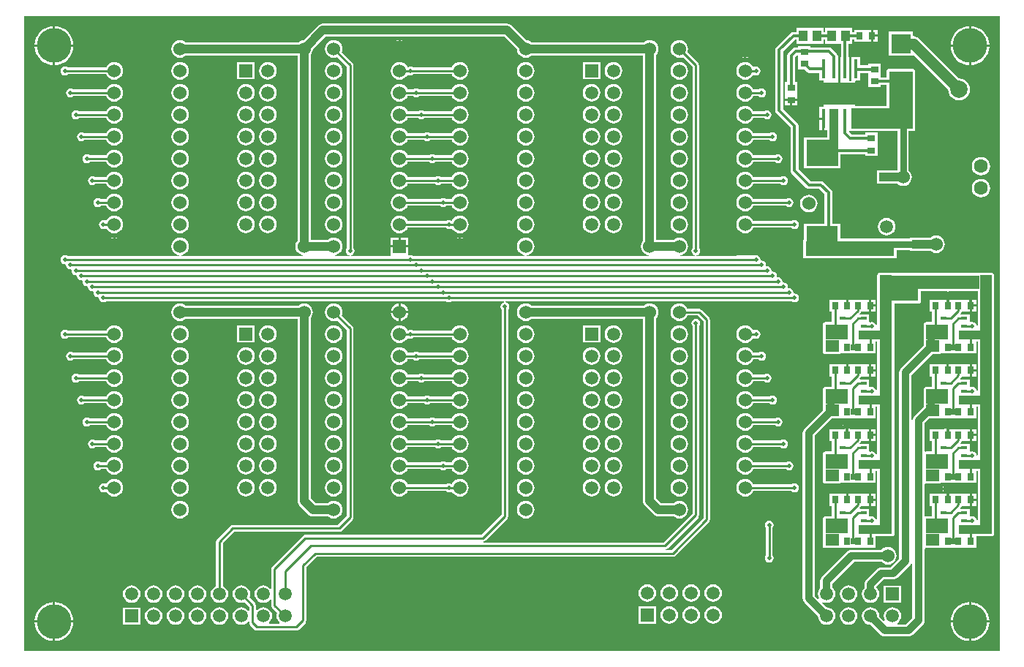
<source format=gtl>
%FSLAX43Y43*%
%MOMM*%
%SFA1B1*%

%IPPOS*%
%ADD10R,2.539995X1.015998*%
%ADD11R,2.299995X2.299995*%
%ADD12R,0.799998X0.899998*%
%ADD13R,0.799998X0.349999*%
%ADD14R,0.449999X2.199996*%
%ADD15R,3.099994X2.399995*%
%ADD16R,0.899998X0.799998*%
%ADD17R,0.999998X1.299997*%
%ADD18R,3.682993X3.047994*%
%ADD19C,0.380999*%
%ADD20C,0.253999*%
%ADD21C,0.888998*%
%ADD22C,0.761998*%
%ADD23C,0.507999*%
%ADD24C,1.015998*%
%ADD25C,1.269997*%
%ADD26R,4.317991X2.920994*%
%ADD27R,4.698991X3.809992*%
%ADD28R,1.269997X1.269997*%
%ADD29R,1.171998X0.819998*%
%ADD30R,1.015998X1.015998*%
%ADD31R,1.142998X1.073998*%
%ADD32R,1.000998X1.073998*%
%ADD33R,1.142998X1.073998*%
%ADD34R,3.301993X2.158996*%
%ADD35R,3.936992X2.539995*%
%ADD36R,2.031996X2.031996*%
%ADD37R,2.023996X2.158996*%
%ADD38R,2.031996X2.158996*%
%ADD39R,2.256995X2.179996*%
%ADD40R,2.793994X2.793994*%
%ADD41R,10.286979X1.777996*%
%ADD42R,10.286979X1.650997*%
%ADD43R,0.634999X0.761998*%
%ADD44R,2.590995X1.777996*%
%ADD45R,1.574997X1.396997*%
%ADD46R,2.539995X1.015998*%
%ADD47R,1.472997X29.971940*%
%ADD48R,2.539995X1.777996*%
%ADD49R,1.523997X1.396997*%
%ADD50R,1.396997X29.971940*%
%ADD51R,7.111986X2.412995*%
%ADD52R,2.793994X6.730987*%
%ADD53R,1.015998X6.730987*%
%ADD54C,0.507999*%
%ADD55C,1.523997*%
%ADD56C,1.015998*%
%ADD57R,1.499997X1.499997*%
%ADD58C,1.499997*%
%ADD59R,1.499997X1.499997*%
%ADD60C,3.999992*%
%ADD61R,1.523997X1.523997*%
%ADD62R,1.999996X1.999996*%
%ADD63C,1.999996*%
%ADD64C,1.599997*%
%ADD65C,1.777996*%
%LNlp_led_cube_8x8x8-1*%
%LPD*%
G36*
X138676Y46107D02*
X25787D01*
Y119626*
X138676*
Y46107*
G37*
%LNlp_led_cube_8x8x8-2*%
%LPC*%
G36*
X109219Y76208D02*
X108954Y76173D01*
X108707Y76070*
X108494Y75908*
X108332Y75695*
X108229Y75448*
X108194Y75183*
X108229Y74918*
X108332Y74671*
X108494Y74458*
X108707Y74296*
X108954Y74193*
X109219Y74158*
X109484Y74193*
X109731Y74296*
X109944Y74458*
X110106Y74671*
X110158Y74795*
X112061*
X112196Y74704*
X112394Y74665*
X112592Y74704*
X112760Y74817*
X112873Y74985*
X112912Y75183*
X112873Y75381*
X112760Y75549*
X112592Y75662*
X112394Y75701*
X112196Y75662*
X112061Y75571*
X110158*
X110106Y75695*
X109944Y75908*
X109731Y76070*
X109484Y76173*
X109219Y76208*
G37*
G36*
X93979Y76221D02*
X93717Y76187D01*
X93473Y76085*
X93263Y75924*
X93102Y75715*
X93001Y75470*
X92966Y75208*
X93001Y74946*
X93102Y74702*
X93263Y74492*
X93473Y74331*
X93717Y74230*
X93979Y74196*
X94241Y74230*
X94485Y74331*
X94695Y74492*
X94856Y74702*
X94957Y74946*
X94992Y75208*
X94957Y75470*
X94856Y75715*
X94695Y75924*
X94485Y76085*
X94241Y76187*
X93979Y76221*
G37*
G36*
X36194Y76208D02*
X35929Y76173D01*
X35682Y76070*
X35469Y75908*
X35307Y75695*
X35255Y75571*
X32717*
X32582Y75662*
X32384Y75701*
X32186Y75662*
X32018Y75549*
X31905Y75381*
X31866Y75183*
X31905Y74985*
X32018Y74817*
X32186Y74704*
X32384Y74665*
X32582Y74704*
X32717Y74795*
X35255*
X35307Y74671*
X35469Y74458*
X35682Y74296*
X35929Y74193*
X36194Y74158*
X36459Y74193*
X36706Y74296*
X36919Y74458*
X37081Y74671*
X37184Y74918*
X37219Y75183*
X37184Y75448*
X37081Y75695*
X36919Y75908*
X36706Y76070*
X36459Y76173*
X36194Y76208*
G37*
G36*
X43814Y78748D02*
X43549Y78713D01*
X43302Y78610*
X43089Y78448*
X42927Y78235*
X42824Y77988*
X42789Y77723*
X42824Y77458*
X42927Y77211*
X43089Y76998*
X43302Y76836*
X43549Y76733*
X43814Y76698*
X44079Y76733*
X44326Y76836*
X44539Y76998*
X44701Y77211*
X44804Y77458*
X44839Y77723*
X44804Y77988*
X44701Y78235*
X44539Y78448*
X44326Y78610*
X44079Y78713*
X43814Y78748*
G37*
G36*
X76199Y76208D02*
X75934Y76173D01*
X75687Y76070*
X75474Y75908*
X75312Y75695*
X75260Y75571*
X72722*
X72587Y75662*
X72389Y75701*
X72191Y75662*
X72056Y75571*
X70153*
X70101Y75695*
X69939Y75908*
X69726Y76070*
X69479Y76173*
X69214Y76208*
X68949Y76173*
X68702Y76070*
X68489Y75908*
X68327Y75695*
X68224Y75448*
X68189Y75183*
X68224Y74918*
X68327Y74671*
X68489Y74458*
X68702Y74296*
X68949Y74193*
X69214Y74158*
X69479Y74193*
X69726Y74296*
X69939Y74458*
X70101Y74671*
X70153Y74795*
X72056*
X72191Y74704*
X72389Y74665*
X72587Y74704*
X72722Y74795*
X75260*
X75312Y74671*
X75474Y74458*
X75687Y74296*
X75934Y74193*
X76199Y74158*
X76464Y74193*
X76711Y74296*
X76924Y74458*
X77086Y74671*
X77189Y74918*
X77224Y75183*
X77189Y75448*
X77086Y75695*
X76924Y75908*
X76711Y76070*
X76464Y76173*
X76199Y76208*
G37*
G36*
X101599D02*
X101334Y76173D01*
X101087Y76070*
X100874Y75908*
X100712Y75695*
X100609Y75448*
X100574Y75183*
X100609Y74918*
X100712Y74671*
X100874Y74458*
X101087Y74296*
X101334Y74193*
X101599Y74158*
X101864Y74193*
X102111Y74296*
X102324Y74458*
X102486Y74671*
X102589Y74918*
X102624Y75183*
X102589Y75448*
X102486Y75695*
X102324Y75908*
X102111Y76070*
X101864Y76173*
X101599Y76208*
G37*
G36*
X83819D02*
X83554Y76173D01*
X83307Y76070*
X83094Y75908*
X82932Y75695*
X82829Y75448*
X82794Y75183*
X82829Y74918*
X82932Y74671*
X83094Y74458*
X83307Y74296*
X83554Y74193*
X83819Y74158*
X84084Y74193*
X84331Y74296*
X84544Y74458*
X84706Y74671*
X84809Y74918*
X84844Y75183*
X84809Y75448*
X84706Y75695*
X84544Y75908*
X84331Y76070*
X84084Y76173*
X83819Y76208*
G37*
G36*
X51434Y76221D02*
X51172Y76187D01*
X50928Y76085*
X50718Y75924*
X50557Y75715*
X50456Y75470*
X50421Y75208*
X50456Y74946*
X50557Y74702*
X50718Y74492*
X50928Y74331*
X51172Y74230*
X51434Y74196*
X51696Y74230*
X51940Y74331*
X52150Y74492*
X52311Y74702*
X52412Y74946*
X52447Y75208*
X52412Y75470*
X52311Y75715*
X52150Y75924*
X51940Y76085*
X51696Y76187*
X51434Y76221*
G37*
G36*
X91439D02*
X91177Y76187D01*
X90933Y76085*
X90723Y75924*
X90562Y75715*
X90461Y75470*
X90426Y75208*
X90461Y74946*
X90562Y74702*
X90723Y74492*
X90933Y74331*
X91177Y74230*
X91439Y74196*
X91701Y74230*
X91945Y74331*
X92155Y74492*
X92316Y74702*
X92417Y74946*
X92452Y75208*
X92417Y75470*
X92316Y75715*
X92155Y75924*
X91945Y76085*
X91701Y76187*
X91439Y76221*
G37*
G36*
X53974D02*
X53712Y76187D01*
X53468Y76085*
X53258Y75924*
X53097Y75715*
X52996Y75470*
X52961Y75208*
X52996Y74946*
X53097Y74702*
X53258Y74492*
X53468Y74331*
X53712Y74230*
X53974Y74196*
X54236Y74230*
X54480Y74331*
X54690Y74492*
X54851Y74702*
X54952Y74946*
X54987Y75208*
X54952Y75470*
X54851Y75715*
X54690Y75924*
X54480Y76085*
X54236Y76187*
X53974Y76221*
G37*
G36*
X93979Y78761D02*
X93717Y78727D01*
X93473Y78625*
X93263Y78464*
X93102Y78255*
X93001Y78010*
X92966Y77748*
X93001Y77486*
X93102Y77242*
X93263Y77032*
X93473Y76871*
X93717Y76770*
X93979Y76736*
X94241Y76770*
X94485Y76871*
X94695Y77032*
X94856Y77242*
X94957Y77486*
X94992Y77748*
X94957Y78010*
X94856Y78255*
X94695Y78464*
X94485Y78625*
X94241Y78727*
X93979Y78761*
G37*
G36*
X91439D02*
X91177Y78727D01*
X90933Y78625*
X90723Y78464*
X90562Y78255*
X90461Y78010*
X90426Y77748*
X90461Y77486*
X90562Y77242*
X90723Y77032*
X90933Y76871*
X91177Y76770*
X91439Y76736*
X91701Y76770*
X91945Y76871*
X92155Y77032*
X92316Y77242*
X92417Y77486*
X92452Y77748*
X92417Y78010*
X92316Y78255*
X92155Y78464*
X91945Y78625*
X91701Y78727*
X91439Y78761*
G37*
G36*
X109219Y78748D02*
X108954Y78713D01*
X108707Y78610*
X108494Y78448*
X108332Y78235*
X108229Y77988*
X108194Y77723*
X108229Y77458*
X108332Y77211*
X108494Y76998*
X108707Y76836*
X108954Y76733*
X109219Y76698*
X109484Y76733*
X109731Y76836*
X109944Y76998*
X110106Y77211*
X110158Y77335*
X111426*
X111561Y77244*
X111759Y77205*
X111957Y77244*
X112125Y77357*
X112238Y77525*
X112277Y77723*
X112238Y77921*
X112125Y78089*
X111957Y78202*
X111759Y78241*
X111561Y78202*
X111426Y78111*
X110158*
X110106Y78235*
X109944Y78448*
X109731Y78610*
X109484Y78713*
X109219Y78748*
G37*
G36*
X36194D02*
X35929Y78713D01*
X35682Y78610*
X35469Y78448*
X35307Y78235*
X35255Y78111*
X32082*
X31947Y78202*
X31749Y78241*
X31551Y78202*
X31383Y78089*
X31270Y77921*
X31231Y77723*
X31270Y77525*
X31383Y77357*
X31551Y77244*
X31749Y77205*
X31947Y77244*
X32082Y77335*
X35255*
X35307Y77211*
X35469Y76998*
X35682Y76836*
X35929Y76733*
X36194Y76698*
X36459Y76733*
X36706Y76836*
X36919Y76998*
X37081Y77211*
X37184Y77458*
X37219Y77723*
X37184Y77988*
X37081Y78235*
X36919Y78448*
X36706Y78610*
X36459Y78713*
X36194Y78748*
G37*
G36*
X124340Y78485D02*
X123813D01*
Y77908*
X124340*
Y78485*
G37*
G36*
X83819Y78748D02*
X83554Y78713D01*
X83307Y78610*
X83094Y78448*
X82932Y78235*
X82829Y77988*
X82794Y77723*
X82829Y77458*
X82932Y77211*
X83094Y76998*
X83307Y76836*
X83554Y76733*
X83819Y76698*
X84084Y76733*
X84331Y76836*
X84544Y76998*
X84706Y77211*
X84809Y77458*
X84844Y77723*
X84809Y77988*
X84706Y78235*
X84544Y78448*
X84331Y78610*
X84084Y78713*
X83819Y78748*
G37*
G36*
X61594D02*
X61329Y78713D01*
X61082Y78610*
X60869Y78448*
X60707Y78235*
X60604Y77988*
X60569Y77723*
X60604Y77458*
X60707Y77211*
X60869Y76998*
X61082Y76836*
X61329Y76733*
X61594Y76698*
X61859Y76733*
X62106Y76836*
X62319Y76998*
X62481Y77211*
X62584Y77458*
X62619Y77723*
X62584Y77988*
X62481Y78235*
X62319Y78448*
X62106Y78610*
X61859Y78713*
X61594Y78748*
G37*
G36*
X101599D02*
X101334Y78713D01*
X101087Y78610*
X100874Y78448*
X100712Y78235*
X100609Y77988*
X100574Y77723*
X100609Y77458*
X100712Y77211*
X100874Y76998*
X101087Y76836*
X101334Y76733*
X101599Y76698*
X101864Y76733*
X102111Y76836*
X102324Y76998*
X102486Y77211*
X102589Y77458*
X102624Y77723*
X102589Y77988*
X102486Y78235*
X102324Y78448*
X102111Y78610*
X101864Y78713*
X101599Y78748*
G37*
G36*
X53974Y78761D02*
X53712Y78727D01*
X53468Y78625*
X53258Y78464*
X53097Y78255*
X52996Y78010*
X52961Y77748*
X52996Y77486*
X53097Y77242*
X53258Y77032*
X53468Y76871*
X53712Y76770*
X53974Y76736*
X54236Y76770*
X54480Y76871*
X54690Y77032*
X54851Y77242*
X54952Y77486*
X54987Y77748*
X54952Y78010*
X54851Y78255*
X54690Y78464*
X54480Y78625*
X54236Y78727*
X53974Y78761*
G37*
G36*
X51434D02*
X51172Y78727D01*
X50928Y78625*
X50718Y78464*
X50557Y78255*
X50456Y78010*
X50421Y77748*
X50456Y77486*
X50557Y77242*
X50718Y77032*
X50928Y76871*
X51172Y76770*
X51434Y76736*
X51696Y76770*
X51940Y76871*
X52150Y77032*
X52311Y77242*
X52412Y77486*
X52447Y77748*
X52412Y78010*
X52311Y78255*
X52150Y78464*
X51940Y78625*
X51696Y78727*
X51434Y78761*
G37*
G36*
X61594Y73668D02*
X61329Y73633D01*
X61082Y73530*
X60869Y73368*
X60707Y73155*
X60604Y72908*
X60569Y72643*
X60604Y72378*
X60707Y72131*
X60869Y71918*
X61082Y71756*
X61329Y71653*
X61594Y71618*
X61859Y71653*
X62106Y71756*
X62319Y71918*
X62481Y72131*
X62584Y72378*
X62619Y72643*
X62584Y72908*
X62481Y73155*
X62319Y73368*
X62106Y73530*
X61859Y73633*
X61594Y73668*
G37*
G36*
X43814D02*
X43549Y73633D01*
X43302Y73530*
X43089Y73368*
X42927Y73155*
X42824Y72908*
X42789Y72643*
X42824Y72378*
X42927Y72131*
X43089Y71918*
X43302Y71756*
X43549Y71653*
X43814Y71618*
X44079Y71653*
X44326Y71756*
X44539Y71918*
X44701Y72131*
X44804Y72378*
X44839Y72643*
X44804Y72908*
X44701Y73155*
X44539Y73368*
X44326Y73530*
X44079Y73633*
X43814Y73668*
G37*
G36*
X83819D02*
X83554Y73633D01*
X83307Y73530*
X83094Y73368*
X82932Y73155*
X82829Y72908*
X82794Y72643*
X82829Y72378*
X82932Y72131*
X83094Y71918*
X83307Y71756*
X83554Y71653*
X83819Y71618*
X84084Y71653*
X84331Y71756*
X84544Y71918*
X84706Y72131*
X84809Y72378*
X84844Y72643*
X84809Y72908*
X84706Y73155*
X84544Y73368*
X84331Y73530*
X84084Y73633*
X83819Y73668*
G37*
G36*
X51434Y73681D02*
X51172Y73647D01*
X50928Y73545*
X50718Y73384*
X50557Y73175*
X50456Y72931*
X50421Y72668*
X50456Y72406*
X50557Y72162*
X50718Y71952*
X50928Y71791*
X51172Y71690*
X51434Y71656*
X51696Y71690*
X51940Y71791*
X52150Y71952*
X52311Y72162*
X52412Y72406*
X52447Y72668*
X52412Y72931*
X52311Y73175*
X52150Y73384*
X51940Y73545*
X51696Y73647*
X51434Y73681*
G37*
G36*
X101599Y73668D02*
X101334Y73633D01*
X101087Y73530*
X100874Y73368*
X100712Y73155*
X100609Y72908*
X100574Y72643*
X100609Y72378*
X100712Y72131*
X100874Y71918*
X101087Y71756*
X101334Y71653*
X101599Y71618*
X101864Y71653*
X102111Y71756*
X102324Y71918*
X102486Y72131*
X102589Y72378*
X102624Y72643*
X102589Y72908*
X102486Y73155*
X102324Y73368*
X102111Y73530*
X101864Y73633*
X101599Y73668*
G37*
G36*
X124340Y70992D02*
X123813D01*
Y70415*
X124340*
Y70992*
G37*
G36*
X109219Y71128D02*
X108954Y71093D01*
X108707Y70990*
X108494Y70828*
X108332Y70615*
X108229Y70368*
X108194Y70103*
X108229Y69838*
X108332Y69591*
X108494Y69378*
X108707Y69216*
X108954Y69113*
X109219Y69078*
X109484Y69113*
X109731Y69216*
X109944Y69378*
X110106Y69591*
X110158Y69715*
X113331*
X113466Y69624*
X113664Y69585*
X113862Y69624*
X114030Y69737*
X114143Y69905*
X114182Y70103*
X114143Y70301*
X114030Y70469*
X113862Y70582*
X113664Y70621*
X113466Y70582*
X113331Y70491*
X110158*
X110106Y70615*
X109944Y70828*
X109731Y70990*
X109484Y71093*
X109219Y71128*
G37*
G36*
X36194D02*
X35929Y71093D01*
X35682Y70990*
X35469Y70828*
X35307Y70615*
X35255Y70491*
X33987*
X33852Y70582*
X33654Y70621*
X33456Y70582*
X33288Y70469*
X33175Y70301*
X33136Y70103*
X33175Y69905*
X33288Y69737*
X33456Y69624*
X33654Y69585*
X33852Y69624*
X33987Y69715*
X35255*
X35307Y69591*
X35469Y69378*
X35682Y69216*
X35929Y69113*
X36194Y69078*
X36459Y69113*
X36706Y69216*
X36919Y69378*
X37081Y69591*
X37184Y69838*
X37219Y70103*
X37184Y70368*
X37081Y70615*
X36919Y70828*
X36706Y70990*
X36459Y71093*
X36194Y71128*
G37*
G36*
X124340Y71823D02*
X123813D01*
Y71246*
X124340*
Y71823*
G37*
G36*
X76199Y71128D02*
X75934Y71093D01*
X75687Y70990*
X75474Y70828*
X75312Y70615*
X75260Y70491*
X73992*
X73857Y70582*
X73659Y70621*
X73461Y70582*
X73326Y70491*
X70153*
X70101Y70615*
X69939Y70828*
X69726Y70990*
X69479Y71093*
X69214Y71128*
X68949Y71093*
X68702Y70990*
X68489Y70828*
X68327Y70615*
X68224Y70368*
X68189Y70103*
X68224Y69838*
X68327Y69591*
X68489Y69378*
X68702Y69216*
X68949Y69113*
X69214Y69078*
X69479Y69113*
X69726Y69216*
X69939Y69378*
X70101Y69591*
X70153Y69715*
X73326*
X73461Y69624*
X73659Y69585*
X73857Y69624*
X73992Y69715*
X75260*
X75312Y69591*
X75474Y69378*
X75687Y69216*
X75934Y69113*
X76199Y69078*
X76464Y69113*
X76711Y69216*
X76924Y69378*
X77086Y69591*
X77189Y69838*
X77224Y70103*
X77189Y70368*
X77086Y70615*
X76924Y70828*
X76711Y70990*
X76464Y71093*
X76199Y71128*
G37*
G36*
X36194Y73668D02*
X35929Y73633D01*
X35682Y73530*
X35469Y73368*
X35307Y73155*
X35255Y73031*
X33352*
X33217Y73122*
X33019Y73161*
X32821Y73122*
X32653Y73009*
X32540Y72841*
X32501Y72643*
X32540Y72445*
X32653Y72277*
X32821Y72164*
X33019Y72125*
X33217Y72164*
X33352Y72255*
X35255*
X35307Y72131*
X35469Y71918*
X35682Y71756*
X35929Y71653*
X36194Y71618*
X36459Y71653*
X36706Y71756*
X36919Y71918*
X37081Y72131*
X37184Y72378*
X37219Y72643*
X37184Y72908*
X37081Y73155*
X36919Y73368*
X36706Y73530*
X36459Y73633*
X36194Y73668*
G37*
G36*
X121157Y72882D02*
Y72516D01*
X121523*
X121509Y72587*
X121396Y72755*
X121228Y72868*
X121157Y72882*
G37*
G36*
X76199Y73668D02*
X75934Y73633D01*
X75687Y73530*
X75474Y73368*
X75312Y73155*
X75260Y73031*
X73357*
X73222Y73122*
X73024Y73161*
X72826Y73122*
X72691Y73031*
X70153*
X70101Y73155*
X69939Y73368*
X69726Y73530*
X69479Y73633*
X69214Y73668*
X68949Y73633*
X68702Y73530*
X68489Y73368*
X68327Y73155*
X68224Y72908*
X68189Y72643*
X68224Y72378*
X68327Y72131*
X68489Y71918*
X68702Y71756*
X68949Y71653*
X69214Y71618*
X69479Y71653*
X69726Y71756*
X69939Y71918*
X70101Y72131*
X70153Y72255*
X72691*
X72826Y72164*
X73024Y72125*
X73222Y72164*
X73357Y72255*
X75260*
X75312Y72131*
X75474Y71918*
X75687Y71756*
X75934Y71653*
X76199Y71618*
X76464Y71653*
X76711Y71756*
X76924Y71918*
X77086Y72131*
X77189Y72378*
X77224Y72643*
X77189Y72908*
X77086Y73155*
X76924Y73368*
X76711Y73530*
X76464Y73633*
X76199Y73668*
G37*
G36*
X61594Y76208D02*
X61329Y76173D01*
X61082Y76070*
X60869Y75908*
X60707Y75695*
X60604Y75448*
X60569Y75183*
X60604Y74918*
X60707Y74671*
X60869Y74458*
X61082Y74296*
X61329Y74193*
X61594Y74158*
X61859Y74193*
X62106Y74296*
X62319Y74458*
X62481Y74671*
X62584Y74918*
X62619Y75183*
X62584Y75448*
X62481Y75695*
X62319Y75908*
X62106Y76070*
X61859Y76173*
X61594Y76208*
G37*
G36*
X43814D02*
X43549Y76173D01*
X43302Y76070*
X43089Y75908*
X42927Y75695*
X42824Y75448*
X42789Y75183*
X42824Y74918*
X42927Y74671*
X43089Y74458*
X43302Y74296*
X43549Y74193*
X43814Y74158*
X44079Y74193*
X44326Y74296*
X44539Y74458*
X44701Y74671*
X44804Y74918*
X44839Y75183*
X44804Y75448*
X44701Y75695*
X44539Y75908*
X44326Y76070*
X44079Y76173*
X43814Y76208*
G37*
G36*
X91439Y73681D02*
X91177Y73647D01*
X90933Y73545*
X90723Y73384*
X90562Y73175*
X90461Y72931*
X90426Y72668*
X90461Y72406*
X90562Y72162*
X90723Y71952*
X90933Y71791*
X91177Y71690*
X91439Y71656*
X91701Y71690*
X91945Y71791*
X92155Y71952*
X92316Y72162*
X92417Y72406*
X92452Y72668*
X92417Y72931*
X92316Y73175*
X92155Y73384*
X91945Y73545*
X91701Y73647*
X91439Y73681*
G37*
G36*
X53974D02*
X53712Y73647D01*
X53468Y73545*
X53258Y73384*
X53097Y73175*
X52996Y72931*
X52961Y72668*
X52996Y72406*
X53097Y72162*
X53258Y71952*
X53468Y71791*
X53712Y71690*
X53974Y71656*
X54236Y71690*
X54480Y71791*
X54690Y71952*
X54851Y72162*
X54952Y72406*
X54987Y72668*
X54952Y72931*
X54851Y73175*
X54690Y73384*
X54480Y73545*
X54236Y73647*
X53974Y73681*
G37*
G36*
X93979D02*
X93717Y73647D01*
X93473Y73545*
X93263Y73384*
X93102Y73175*
X93001Y72931*
X92966Y72668*
X93001Y72406*
X93102Y72162*
X93263Y71952*
X93473Y71791*
X93717Y71690*
X93979Y71656*
X94241Y71690*
X94485Y71791*
X94695Y71952*
X94856Y72162*
X94957Y72406*
X94992Y72668*
X94957Y72931*
X94856Y73175*
X94695Y73384*
X94485Y73545*
X94241Y73647*
X93979Y73681*
G37*
G36*
X120903Y72882D02*
X120832Y72868D01*
X120664Y72755*
X120551Y72587*
X120537Y72516*
X120903*
Y72882*
G37*
G36*
X109219Y73668D02*
X108954Y73633D01*
X108707Y73530*
X108494Y73368*
X108332Y73155*
X108229Y72908*
X108194Y72643*
X108229Y72378*
X108332Y72131*
X108494Y71918*
X108707Y71756*
X108954Y71653*
X109219Y71618*
X109484Y71653*
X109731Y71756*
X109944Y71918*
X110106Y72131*
X110158Y72255*
X112696*
X112831Y72164*
X113029Y72125*
X113227Y72164*
X113395Y72277*
X113508Y72445*
X113547Y72643*
X113508Y72841*
X113395Y73009*
X113227Y73122*
X113029Y73161*
X112831Y73122*
X112696Y73031*
X110158*
X110106Y73155*
X109944Y73368*
X109731Y73530*
X109484Y73633*
X109219Y73668*
G37*
G36*
X76072Y85216D02*
X75183D01*
Y84327*
X76072*
Y85216*
G37*
G36*
X37210D02*
X36321D01*
Y84327*
X37210*
Y85216*
G37*
G36*
X77215D02*
X76326D01*
Y84327*
X77215*
Y85216*
G37*
G36*
X70222D02*
X69341D01*
Y84335*
X69479Y84353*
X69726Y84456*
X69939Y84618*
X70101Y84831*
X70204Y85078*
X70222Y85216*
G37*
G36*
X69087D02*
X68206D01*
X68224Y85078*
X68327Y84831*
X68489Y84618*
X68702Y84456*
X68949Y84353*
X69087Y84335*
Y85216*
G37*
G36*
X109219Y83828D02*
X108954Y83793D01*
X108707Y83690*
X108494Y83528*
X108332Y83315*
X108229Y83068*
X108194Y82803*
X108229Y82538*
X108332Y82291*
X108494Y82078*
X108707Y81916*
X108954Y81813*
X109219Y81778*
X109484Y81813*
X109731Y81916*
X109944Y82078*
X110106Y82291*
X110119Y82321*
X110241Y82358*
X110291Y82324*
X110489Y82285*
X110687Y82324*
X110855Y82437*
X110968Y82605*
X111007Y82803*
X110968Y83001*
X110855Y83169*
X110687Y83282*
X110489Y83321*
X110291Y83282*
X110241Y83248*
X110119Y83285*
X110106Y83315*
X109944Y83528*
X109731Y83690*
X109484Y83793*
X109219Y83828*
G37*
G36*
X92443Y83832D02*
X90435D01*
Y81824*
X92443*
Y83832*
G37*
G36*
X36194Y83828D02*
X35929Y83793D01*
X35682Y83690*
X35469Y83528*
X35307Y83315*
X35255Y83191*
X30812*
X30677Y83282*
X30479Y83321*
X30281Y83282*
X30113Y83169*
X30000Y83001*
X29961Y82803*
X30000Y82605*
X30113Y82437*
X30281Y82324*
X30479Y82285*
X30677Y82324*
X30812Y82415*
X35255*
X35307Y82291*
X35469Y82078*
X35682Y81916*
X35929Y81813*
X36194Y81778*
X36459Y81813*
X36706Y81916*
X36919Y82078*
X37081Y82291*
X37184Y82538*
X37219Y82803*
X37184Y83068*
X37081Y83315*
X36919Y83528*
X36706Y83690*
X36459Y83793*
X36194Y83828*
G37*
G36*
X36067Y85216D02*
X35178D01*
Y84327*
X36067*
Y85216*
G37*
G36*
X76199Y83828D02*
X75934Y83793D01*
X75687Y83690*
X75474Y83528*
X75312Y83315*
X75260Y83191*
X70817*
X70682Y83282*
X70484Y83321*
X70286Y83282*
X70236Y83248*
X70114Y83285*
X70101Y83315*
X69939Y83528*
X69726Y83690*
X69479Y83793*
X69214Y83828*
X68949Y83793*
X68702Y83690*
X68489Y83528*
X68327Y83315*
X68224Y83068*
X68189Y82803*
X68224Y82538*
X68327Y82291*
X68489Y82078*
X68702Y81916*
X68949Y81813*
X69214Y81778*
X69479Y81813*
X69726Y81916*
X69939Y82078*
X70101Y82291*
X70114Y82321*
X70236Y82358*
X70286Y82324*
X70484Y82285*
X70682Y82324*
X70817Y82415*
X75260*
X75312Y82291*
X75474Y82078*
X75687Y81916*
X75934Y81813*
X76199Y81778*
X76464Y81813*
X76711Y81916*
X76924Y82078*
X77086Y82291*
X77189Y82538*
X77224Y82803*
X77189Y83068*
X77086Y83315*
X76924Y83528*
X76711Y83690*
X76464Y83793*
X76199Y83828*
G37*
G36*
X37210Y86359D02*
X36321D01*
Y85470*
X37210*
Y86359*
G37*
G36*
X36067D02*
X35178D01*
Y85470*
X36067*
Y86359*
G37*
G36*
X69087Y86351D02*
X68949Y86333D01*
X68702Y86230*
X68489Y86068*
X68327Y85855*
X68224Y85608*
X68206Y85470*
X69087*
Y86351*
G37*
G36*
X76072Y86359D02*
X75183D01*
Y85470*
X76072*
Y86359*
G37*
G36*
X69341Y86351D02*
Y85470D01*
X70222*
X70204Y85608*
X70101Y85855*
X69939Y86068*
X69726Y86230*
X69479Y86333*
X69341Y86351*
G37*
G36*
X110227Y85216D02*
X109346D01*
Y84335*
X109484Y84353*
X109731Y84456*
X109944Y84618*
X110106Y84831*
X110209Y85078*
X110227Y85216*
G37*
G36*
X109092D02*
X108211D01*
X108229Y85078*
X108332Y84831*
X108494Y84618*
X108707Y84456*
X108954Y84353*
X109092Y84335*
Y85216*
G37*
G36*
X137794Y89920D02*
X124764D01*
X124665Y89900*
X124581Y89844*
X124525Y89760*
X124505Y89661*
Y83776*
X124378Y83764*
X124353Y83890*
X124241Y84058*
X124073Y84171*
X123875Y84210*
X123687Y84173*
X123661Y84194*
X123589Y84302*
Y85061*
X122530*
X122481Y85178*
X122560Y85257*
X122602Y85320*
X122645Y85383*
X122648Y85401*
X122940*
X123032*
X123559*
Y86105*
Y86809*
X123032*
X122940*
X121146*
Y86105*
X120892*
Y86809*
X120365*
X120273*
X118965*
Y85401*
X119230*
Y84205*
X118490*
X118391Y84185*
X118307Y84129*
X118251Y84045*
X118231Y83946*
Y82168*
Y80771*
X118251Y80672*
X118307Y80588*
X118391Y80532*
X118490Y80512*
X120065*
X120164Y80532*
X120229Y80575*
X120273*
X120365*
X122940*
X123032*
X124340*
Y81909*
X124505*
Y76283*
X124378Y76271*
X124353Y76397*
X124241Y76565*
X124073Y76678*
X123875Y76717*
X123687Y76680*
X123661Y76701*
X123589Y76809*
Y77568*
X122530*
X122481Y77685*
X122560Y77764*
X122602Y77827*
X122645Y77890*
X122648Y77908*
X122940*
X123032*
X123559*
Y78612*
Y79316*
X123032*
X122940*
X121146*
Y78612*
X120892*
Y79316*
X120365*
X120273*
X118965*
Y77908*
X119230*
Y76712*
X118490*
X118391Y76692*
X118307Y76636*
X118251Y76552*
X118231Y76453*
Y74675*
Y74015*
X116087Y71871*
X115975Y71725*
X115946Y71655*
X115904Y71555*
X115880Y71373*
Y52221*
X115904Y52039*
X115946Y51940*
X115975Y51869*
X116087Y51723*
X117632Y50178*
X117630Y50164*
X117664Y49902*
X117765Y49658*
X117926Y49448*
X118136Y49287*
X118380Y49186*
X118642Y49151*
X118905Y49186*
X119149Y49287*
X119358Y49448*
X119519Y49658*
X119621Y49902*
X119655Y50164*
X119621Y50426*
X119519Y50670*
X119358Y50880*
X119149Y51041*
X118905Y51142*
X118642Y51177*
X118628Y51175*
X118093Y51710*
X118163Y51816*
X118380Y51726*
X118642Y51691*
X118905Y51726*
X119149Y51827*
X119358Y51988*
X119519Y52198*
X119621Y52442*
X119655Y52704*
X119621Y52966*
X119519Y53210*
X119358Y53420*
X119322Y53448*
Y53936*
X121830Y56444*
X124989*
X125004Y56424*
X125217Y56262*
X125464Y56159*
X125729Y56124*
X125994Y56159*
X126241Y56262*
X126454Y56424*
X126616Y56637*
X126719Y56884*
X126754Y57149*
X126719Y57414*
X126616Y57661*
X126454Y57874*
X126241Y58036*
X125994Y58139*
X125729Y58174*
X125464Y58139*
X125217Y58036*
X125004Y57874*
X124989Y57854*
X121538*
X121356Y57830*
X121186Y57759*
X121040Y57647*
X118119Y54726*
X118007Y54580*
X117978Y54510*
X117936Y54410*
X117912Y54228*
Y53402*
X117765Y53210*
X117664Y52966*
X117630Y52704*
X117664Y52442*
X117754Y52225*
X117649Y52154*
X117290Y52513*
Y71081*
X119227Y73019*
X120065*
X120164Y73039*
X120229Y73082*
X120273*
X120365*
X122940*
X123032*
X124340*
Y74416*
X124505*
Y68790*
X124378Y68778*
X124353Y68904*
X124241Y69072*
X124073Y69185*
X123875Y69224*
X123687Y69187*
X123661Y69208*
X123589Y69316*
Y70075*
X122530*
X122481Y70192*
X122560Y70271*
X122602Y70334*
X122645Y70397*
X122648Y70415*
X122940*
X123032*
X123559*
Y71119*
Y71823*
X123032*
X122940*
X121316*
X121279Y71945*
X121396Y72023*
X121509Y72191*
X121523Y72262*
X120537*
X120551Y72191*
X120664Y72023*
X120781Y71945*
X120744Y71823*
X120365*
X120273*
X118965*
Y70415*
X119230*
Y69219*
X118490*
X118391Y69199*
X118307Y69143*
X118251Y69059*
X118231Y68960*
Y67182*
Y65785*
X118251Y65686*
X118307Y65602*
X118391Y65546*
X118490Y65526*
X120065*
X120164Y65546*
X120229Y65589*
X120273*
X120365*
X122940*
X123032*
X124340*
Y66923*
X124505*
Y61297*
X124378Y61285*
X124353Y61411*
X124241Y61579*
X124073Y61692*
X123875Y61731*
X123687Y61694*
X123661Y61715*
X123589Y61823*
Y62582*
X122530*
X122481Y62699*
X122560Y62778*
X122602Y62841*
X122645Y62904*
X122648Y62922*
X122940*
X123032*
X123559*
Y63626*
Y64330*
X123032*
X122940*
X121146*
Y63626*
X120892*
Y64330*
X120365*
X120273*
X118965*
Y62922*
X119230*
Y61726*
X118490*
X118391Y61706*
X118307Y61650*
X118251Y61566*
X118231Y61467*
Y59689*
Y58292*
X118251Y58193*
X118307Y58109*
X118391Y58053*
X118490Y58033*
X120065*
X120164Y58053*
X120229Y58096*
X120273*
X120365*
X122940*
X123032*
X124340*
Y59430*
X126237*
X126336Y59450*
X126420Y59506*
X126476Y59590*
X126496Y59689*
Y86354*
X129285*
X129384Y86374*
X129468Y86430*
X129524Y86514*
X129544Y86613*
Y87751*
X132630*
Y87743*
X132798*
Y87751*
X136138*
Y83776*
X136012Y83764*
X135987Y83890*
X135874Y84058*
X135706Y84171*
X135508Y84210*
X135320Y84173*
X135294Y84194*
X135222Y84302*
Y85061*
X134163*
X134114Y85178*
X134194Y85257*
X134236Y85320*
X134278Y85383*
X134281Y85401*
X134573*
X134665*
X135192*
Y86105*
Y86809*
X134665*
X134573*
X133251*
X133191Y86921*
X133193Y86923*
X133207Y86994*
X132221*
X132235Y86923*
X132237Y86921*
X132177Y86809*
X131998*
X131906*
X130598*
Y85401*
X130864*
Y84205*
X130174*
X130075Y84185*
X129991Y84129*
X129935Y84045*
X129915Y83946*
Y82168*
Y81508*
X127263Y78856*
X127151Y78710*
X127122Y78640*
X127080Y78540*
X127056Y78358*
Y56806*
X126072Y55822*
X124967*
X124785Y55798*
X124615Y55727*
X124469Y55615*
X123224Y54371*
X123112Y54225*
X123083Y54154*
X123042Y54055*
X123018Y53872*
Y53429*
X123006Y53420*
X122845Y53210*
X122744Y52966*
X122710Y52704*
X122744Y52442*
X122845Y52198*
X123006Y51988*
X123216Y51827*
X123460Y51726*
X123722Y51691*
X123984Y51726*
X124229Y51827*
X124438Y51988*
X124599Y52198*
X124701Y52442*
X124735Y52704*
X124701Y52966*
X124599Y53210*
X124438Y53420*
X124427Y53429*
Y53581*
X125259Y54412*
X126364*
X126546Y54436*
X126646Y54478*
X126716Y54507*
X126862Y54619*
X128259Y56016*
X128371Y56162*
X128442Y56332*
X128454Y56424*
X128580Y56416*
Y49948*
X127850Y49218*
X126876*
X126835Y49338*
X126978Y49448*
X127139Y49658*
X127241Y49902*
X127275Y50164*
X127241Y50426*
X127139Y50670*
X126978Y50880*
X126769Y51041*
X126524Y51142*
X126262Y51177*
X126000Y51142*
X125756Y51041*
X125546Y50880*
X125385Y50670*
X125284Y50426*
X125250Y50164*
X125284Y49902*
X125374Y49685*
X125269Y49614*
X124733Y50150*
X124735Y50164*
X124701Y50426*
X124599Y50670*
X124438Y50880*
X124229Y51041*
X123984Y51142*
X123722Y51177*
X123460Y51142*
X123216Y51041*
X123006Y50880*
X122845Y50670*
X122744Y50426*
X122710Y50164*
X122744Y49902*
X122845Y49658*
X123006Y49448*
X123216Y49287*
X123460Y49186*
X123722Y49151*
X123737Y49153*
X124875Y48015*
X125021Y47903*
X125191Y47832*
X125373Y47808*
X128142*
X128324Y47832*
X128424Y47874*
X128494Y47903*
X128640Y48015*
X129783Y49158*
X129895Y49304*
X129924Y49374*
X129966Y49474*
X129990Y49656*
Y57925*
X130056Y58024*
X130088Y58050*
X130174Y58033*
X131698*
X131797Y58053*
X131862Y58096*
X131906*
X131998*
X134573*
X134665*
X135973*
Y59430*
X137794*
X137893Y59450*
X137977Y59506*
X138033Y59590*
X138053Y59689*
Y89661*
X138033Y89760*
X137977Y89844*
X137893Y89900*
X137794Y89920*
G37*
G36*
X135973Y85978D02*
X135446D01*
Y85401*
X135973*
Y85978*
G37*
G36*
X124340D02*
X123813D01*
Y85401*
X124340*
Y85978*
G37*
G36*
X51434Y81301D02*
X51172Y81267D01*
X50928Y81165*
X50718Y81004*
X50557Y80795*
X50456Y80550*
X50421Y80288*
X50456Y80026*
X50557Y79782*
X50718Y79572*
X50928Y79411*
X51172Y79310*
X51434Y79276*
X51696Y79310*
X51940Y79411*
X52150Y79572*
X52311Y79782*
X52412Y80026*
X52447Y80288*
X52412Y80550*
X52311Y80795*
X52150Y81004*
X51940Y81165*
X51696Y81267*
X51434Y81301*
G37*
G36*
X101599Y81288D02*
X101334Y81253D01*
X101087Y81150*
X100874Y80988*
X100712Y80775*
X100609Y80528*
X100574Y80263*
X100609Y79998*
X100712Y79751*
X100874Y79538*
X101087Y79376*
X101334Y79273*
X101599Y79238*
X101864Y79273*
X102111Y79376*
X102324Y79538*
X102486Y79751*
X102589Y79998*
X102624Y80263*
X102589Y80528*
X102486Y80775*
X102324Y80988*
X102111Y81150*
X101864Y81253*
X101599Y81288*
G37*
G36*
X53974Y81301D02*
X53712Y81267D01*
X53468Y81165*
X53258Y81004*
X53097Y80795*
X52996Y80550*
X52961Y80288*
X52996Y80026*
X53097Y79782*
X53258Y79572*
X53468Y79411*
X53712Y79310*
X53974Y79276*
X54236Y79310*
X54480Y79411*
X54690Y79572*
X54851Y79782*
X54952Y80026*
X54987Y80288*
X54952Y80550*
X54851Y80795*
X54690Y81004*
X54480Y81165*
X54236Y81267*
X53974Y81301*
G37*
G36*
X93979D02*
X93717Y81267D01*
X93473Y81165*
X93263Y81004*
X93102Y80795*
X93001Y80550*
X92966Y80288*
X93001Y80026*
X93102Y79782*
X93263Y79572*
X93473Y79411*
X93717Y79310*
X93979Y79276*
X94241Y79310*
X94485Y79411*
X94695Y79572*
X94856Y79782*
X94957Y80026*
X94992Y80288*
X94957Y80550*
X94856Y80795*
X94695Y81004*
X94485Y81165*
X94241Y81267*
X93979Y81301*
G37*
G36*
X91439D02*
X91177Y81267D01*
X90933Y81165*
X90723Y81004*
X90562Y80795*
X90461Y80550*
X90426Y80288*
X90461Y80026*
X90562Y79782*
X90723Y79572*
X90933Y79411*
X91177Y79310*
X91439Y79276*
X91701Y79310*
X91945Y79411*
X92155Y79572*
X92316Y79782*
X92417Y80026*
X92452Y80288*
X92417Y80550*
X92316Y80795*
X92155Y81004*
X91945Y81165*
X91701Y81267*
X91439Y81301*
G37*
G36*
X124340Y79316D02*
X123813D01*
Y78739*
X124340*
Y79316*
G37*
G36*
X76199Y78748D02*
X75934Y78713D01*
X75687Y78610*
X75474Y78448*
X75312Y78235*
X75260Y78111*
X72087*
X71952Y78202*
X71754Y78241*
X71556Y78202*
X71421Y78111*
X70153*
X70101Y78235*
X69939Y78448*
X69726Y78610*
X69479Y78713*
X69214Y78748*
X68949Y78713*
X68702Y78610*
X68489Y78448*
X68327Y78235*
X68224Y77988*
X68189Y77723*
X68224Y77458*
X68327Y77211*
X68489Y76998*
X68702Y76836*
X68949Y76733*
X69214Y76698*
X69479Y76733*
X69726Y76836*
X69939Y76998*
X70101Y77211*
X70153Y77335*
X71421*
X71556Y77244*
X71754Y77205*
X71952Y77244*
X72087Y77335*
X75260*
X75312Y77211*
X75474Y76998*
X75687Y76836*
X75934Y76733*
X76199Y76698*
X76464Y76733*
X76711Y76836*
X76924Y76998*
X77086Y77211*
X77189Y77458*
X77224Y77723*
X77189Y77988*
X77086Y78235*
X76924Y78448*
X76711Y78610*
X76464Y78713*
X76199Y78748*
G37*
G36*
X43814Y81288D02*
X43549Y81253D01*
X43302Y81150*
X43089Y80988*
X42927Y80775*
X42824Y80528*
X42789Y80263*
X42824Y79998*
X42927Y79751*
X43089Y79538*
X43302Y79376*
X43549Y79273*
X43814Y79238*
X44079Y79273*
X44326Y79376*
X44539Y79538*
X44701Y79751*
X44804Y79998*
X44839Y80263*
X44804Y80528*
X44701Y80775*
X44539Y80988*
X44326Y81150*
X44079Y81253*
X43814Y81288*
G37*
G36*
X83819D02*
X83554Y81253D01*
X83307Y81150*
X83094Y80988*
X82932Y80775*
X82829Y80528*
X82794Y80263*
X82829Y79998*
X82932Y79751*
X83094Y79538*
X83307Y79376*
X83554Y79273*
X83819Y79238*
X84084Y79273*
X84331Y79376*
X84544Y79538*
X84706Y79751*
X84809Y79998*
X84844Y80263*
X84809Y80528*
X84706Y80775*
X84544Y80988*
X84331Y81150*
X84084Y81253*
X83819Y81288*
G37*
G36*
X61594D02*
X61329Y81253D01*
X61082Y81150*
X60869Y80988*
X60707Y80775*
X60604Y80528*
X60569Y80263*
X60604Y79998*
X60707Y79751*
X60869Y79538*
X61082Y79376*
X61329Y79273*
X61594Y79238*
X61859Y79273*
X62106Y79376*
X62319Y79538*
X62481Y79751*
X62584Y79998*
X62619Y80263*
X62584Y80528*
X62481Y80775*
X62319Y80988*
X62106Y81150*
X61859Y81253*
X61594Y81288*
G37*
G36*
X101599Y83828D02*
X101334Y83793D01*
X101087Y83690*
X100874Y83528*
X100712Y83315*
X100609Y83068*
X100574Y82803*
X100609Y82538*
X100712Y82291*
X100874Y82078*
X101087Y81916*
X101334Y81813*
X101599Y81778*
X101864Y81813*
X102111Y81916*
X102324Y82078*
X102486Y82291*
X102589Y82538*
X102624Y82803*
X102589Y83068*
X102486Y83315*
X102324Y83528*
X102111Y83690*
X101864Y83793*
X101599Y83828*
G37*
G36*
X83819D02*
X83554Y83793D01*
X83307Y83690*
X83094Y83528*
X82932Y83315*
X82829Y83068*
X82794Y82803*
X82829Y82538*
X82932Y82291*
X83094Y82078*
X83307Y81916*
X83554Y81813*
X83819Y81778*
X84084Y81813*
X84331Y81916*
X84544Y82078*
X84706Y82291*
X84809Y82538*
X84844Y82803*
X84809Y83068*
X84706Y83315*
X84544Y83528*
X84331Y83690*
X84084Y83793*
X83819Y83828*
G37*
G36*
X53974Y83841D02*
X53712Y83807D01*
X53468Y83705*
X53258Y83544*
X53097Y83335*
X52996Y83090*
X52961Y82828*
X52996Y82566*
X53097Y82322*
X53258Y82112*
X53468Y81951*
X53712Y81850*
X53974Y81816*
X54236Y81850*
X54480Y81951*
X54690Y82112*
X54851Y82322*
X54952Y82566*
X54987Y82828*
X54952Y83090*
X54851Y83335*
X54690Y83544*
X54480Y83705*
X54236Y83807*
X53974Y83841*
G37*
G36*
X52438Y83832D02*
X50430D01*
Y81824*
X52438*
Y83832*
G37*
G36*
X93979Y83841D02*
X93717Y83807D01*
X93473Y83705*
X93263Y83544*
X93102Y83335*
X93001Y83090*
X92966Y82828*
X93001Y82566*
X93102Y82322*
X93263Y82112*
X93473Y81951*
X93717Y81850*
X93979Y81816*
X94241Y81850*
X94485Y81951*
X94695Y82112*
X94856Y82322*
X94957Y82566*
X94992Y82828*
X94957Y83090*
X94856Y83335*
X94695Y83544*
X94485Y83705*
X94241Y83807*
X93979Y83841*
G37*
G36*
X36194Y81288D02*
X35929Y81253D01*
X35682Y81150*
X35469Y80988*
X35307Y80775*
X35255Y80651*
X31447*
X31312Y80742*
X31114Y80781*
X30916Y80742*
X30748Y80629*
X30635Y80461*
X30596Y80263*
X30635Y80065*
X30748Y79897*
X30916Y79784*
X31114Y79745*
X31312Y79784*
X31447Y79875*
X35255*
X35307Y79751*
X35469Y79538*
X35682Y79376*
X35929Y79273*
X36194Y79238*
X36459Y79273*
X36706Y79376*
X36919Y79538*
X37081Y79751*
X37184Y79998*
X37219Y80263*
X37184Y80528*
X37081Y80775*
X36919Y80988*
X36706Y81150*
X36459Y81253*
X36194Y81288*
G37*
G36*
X109219D02*
X108954Y81253D01*
X108707Y81150*
X108494Y80988*
X108332Y80775*
X108229Y80528*
X108194Y80263*
X108229Y79998*
X108332Y79751*
X108494Y79538*
X108707Y79376*
X108954Y79273*
X109219Y79238*
X109484Y79273*
X109731Y79376*
X109944Y79538*
X110106Y79751*
X110158Y79875*
X110791*
X110926Y79784*
X111124Y79745*
X111322Y79784*
X111490Y79897*
X111603Y80065*
X111642Y80263*
X111603Y80461*
X111490Y80629*
X111322Y80742*
X111124Y80781*
X110926Y80742*
X110791Y80651*
X110158*
X110106Y80775*
X109944Y80988*
X109731Y81150*
X109484Y81253*
X109219Y81288*
G37*
G36*
X76199D02*
X75934Y81253D01*
X75687Y81150*
X75474Y80988*
X75312Y80775*
X75260Y80651*
X71452*
X71317Y80742*
X71119Y80781*
X70921Y80742*
X70786Y80651*
X70153*
X70101Y80775*
X69939Y80988*
X69726Y81150*
X69479Y81253*
X69214Y81288*
X68949Y81253*
X68702Y81150*
X68489Y80988*
X68327Y80775*
X68224Y80528*
X68189Y80263*
X68224Y79998*
X68327Y79751*
X68489Y79538*
X68702Y79376*
X68949Y79273*
X69214Y79238*
X69479Y79273*
X69726Y79376*
X69939Y79538*
X70101Y79751*
X70153Y79875*
X70786*
X70921Y79784*
X71119Y79745*
X71317Y79784*
X71452Y79875*
X75260*
X75312Y79751*
X75474Y79538*
X75687Y79376*
X75934Y79273*
X76199Y79238*
X76464Y79273*
X76711Y79376*
X76924Y79538*
X77086Y79751*
X77189Y79998*
X77224Y80263*
X77189Y80528*
X77086Y80775*
X76924Y80988*
X76711Y81150*
X76464Y81253*
X76199Y81288*
G37*
G36*
X61594Y83828D02*
X61329Y83793D01*
X61082Y83690*
X60869Y83528*
X60707Y83315*
X60604Y83068*
X60569Y82803*
X60604Y82538*
X60707Y82291*
X60869Y82078*
X61082Y81916*
X61329Y81813*
X61594Y81778*
X61859Y81813*
X62106Y81916*
X62319Y82078*
X62481Y82291*
X62584Y82538*
X62619Y82803*
X62584Y83068*
X62481Y83315*
X62319Y83528*
X62106Y83690*
X61859Y83793*
X61594Y83828*
G37*
G36*
X43814D02*
X43549Y83793D01*
X43302Y83690*
X43089Y83528*
X42927Y83315*
X42824Y83068*
X42789Y82803*
X42824Y82538*
X42927Y82291*
X43089Y82078*
X43302Y81916*
X43549Y81813*
X43814Y81778*
X44079Y81813*
X44326Y81916*
X44539Y82078*
X44701Y82291*
X44804Y82538*
X44839Y82803*
X44804Y83068*
X44701Y83315*
X44539Y83528*
X44326Y83690*
X44079Y83793*
X43814Y83828*
G37*
G36*
X102971Y53844D02*
X102709Y53809D01*
X102464Y53708*
X102255Y53547*
X102094Y53337*
X101992Y53093*
X101958Y52831*
X101992Y52569*
X102094Y52325*
X102255Y52115*
X102464Y51954*
X102709Y51853*
X102971Y51818*
X103233Y51853*
X103477Y51954*
X103687Y52115*
X103848Y52325*
X103949Y52569*
X103983Y52831*
X103949Y53093*
X103848Y53337*
X103687Y53547*
X103477Y53708*
X103233Y53809*
X102971Y53844*
G37*
G36*
X100431D02*
X100169Y53809D01*
X99924Y53708*
X99715Y53547*
X99554Y53337*
X99452Y53093*
X99418Y52831*
X99452Y52569*
X99554Y52325*
X99715Y52115*
X99924Y51954*
X100169Y51853*
X100431Y51818*
X100693Y51853*
X100937Y51954*
X101147Y52115*
X101308Y52325*
X101409Y52569*
X101443Y52831*
X101409Y53093*
X101308Y53337*
X101147Y53547*
X100937Y53708*
X100693Y53809*
X100431Y53844*
G37*
G36*
X105511D02*
X105248Y53809D01*
X105004Y53708*
X104795Y53547*
X104634Y53337*
X104532Y53093*
X104498Y52831*
X104532Y52569*
X104634Y52325*
X104795Y52115*
X105004Y51954*
X105248Y51853*
X105511Y51818*
X105773Y51853*
X106017Y51954*
X106227Y52115*
X106388Y52325*
X106489Y52569*
X106523Y52831*
X106489Y53093*
X106388Y53337*
X106227Y53547*
X106017Y53708*
X105773Y53809*
X105511Y53844*
G37*
G36*
X61594Y86368D02*
X61329Y86333D01*
X61082Y86230*
X60869Y86068*
X60707Y85855*
X60604Y85608*
X60569Y85343*
X60604Y85078*
X60707Y84831*
X60869Y84618*
X61082Y84456*
X61329Y84353*
X61594Y84318*
X61859Y84353*
X61983Y84404*
X63111Y83277*
Y61755*
X62068Y60712*
X49910*
X49761Y60683*
X49635Y60599*
X48086Y59049*
X48002Y58923*
X47972Y58775*
Y53630*
X47854Y53581*
X47645Y53420*
X47484Y53210*
X47382Y52966*
X47348Y52704*
X47382Y52442*
X47484Y52198*
X47645Y51988*
X47854Y51827*
X48098Y51726*
X48361Y51691*
X48623Y51726*
X48867Y51827*
X49077Y51988*
X49238Y52198*
X49339Y52442*
X49373Y52704*
X49339Y52966*
X49238Y53210*
X49077Y53420*
X48867Y53581*
X48749Y53630*
Y58614*
X50071Y59936*
X62229*
X62378Y59965*
X62504Y60049*
X63774Y61319*
X63858Y61445*
X63887Y61594*
Y83438*
X63858Y83587*
X63774Y83713*
X62533Y84954*
X62584Y85078*
X62619Y85343*
X62584Y85608*
X62481Y85855*
X62319Y86068*
X62106Y86230*
X61859Y86333*
X61594Y86368*
G37*
G36*
X112013Y61223D02*
X111815Y61184D01*
X111647Y61071*
X111534Y60903*
X111495Y60705*
X111534Y60507*
X111625Y60372*
Y57228*
X111534Y57093*
X111495Y56895*
X111534Y56697*
X111647Y56529*
X111815Y56416*
X112013Y56377*
X112211Y56416*
X112379Y56529*
X112492Y56697*
X112531Y56895*
X112492Y57093*
X112401Y57228*
Y60372*
X112492Y60507*
X112531Y60705*
X112492Y60903*
X112379Y61071*
X112211Y61184*
X112013Y61223*
G37*
G36*
X45821Y53717D02*
X45559Y53682D01*
X45314Y53581*
X45105Y53420*
X44944Y53210*
X44842Y52966*
X44808Y52704*
X44842Y52442*
X44944Y52198*
X45105Y51988*
X45314Y51827*
X45559Y51726*
X45821Y51691*
X46083Y51726*
X46327Y51827*
X46537Y51988*
X46698Y52198*
X46799Y52442*
X46833Y52704*
X46799Y52966*
X46698Y53210*
X46537Y53420*
X46327Y53581*
X46083Y53682*
X45821Y53717*
G37*
G36*
X43281D02*
X43019Y53682D01*
X42774Y53581*
X42565Y53420*
X42404Y53210*
X42302Y52966*
X42268Y52704*
X42302Y52442*
X42404Y52198*
X42565Y51988*
X42774Y51827*
X43019Y51726*
X43281Y51691*
X43543Y51726*
X43787Y51827*
X43997Y51988*
X44158Y52198*
X44259Y52442*
X44293Y52704*
X44259Y52966*
X44158Y53210*
X43997Y53420*
X43787Y53581*
X43543Y53682*
X43281Y53717*
G37*
G36*
X121182D02*
X120920Y53682D01*
X120676Y53581*
X120466Y53420*
X120305Y53210*
X120204Y52966*
X120170Y52704*
X120204Y52442*
X120305Y52198*
X120466Y51988*
X120676Y51827*
X120920Y51726*
X121182Y51691*
X121445Y51726*
X121689Y51827*
X121898Y51988*
X122059Y52198*
X122161Y52442*
X122195Y52704*
X122161Y52966*
X122059Y53210*
X121898Y53420*
X121689Y53581*
X121445Y53682*
X121182Y53717*
G37*
G36*
X97891Y53844D02*
X97629Y53809D01*
X97384Y53708*
X97175Y53547*
X97014Y53337*
X96912Y53093*
X96878Y52831*
X96912Y52569*
X97014Y52325*
X97175Y52115*
X97384Y51954*
X97629Y51853*
X97891Y51818*
X98153Y51853*
X98397Y51954*
X98607Y52115*
X98768Y52325*
X98869Y52569*
X98903Y52831*
X98869Y53093*
X98768Y53337*
X98607Y53547*
X98397Y53708*
X98153Y53809*
X97891Y53844*
G37*
G36*
X127266Y53708D02*
X125258D01*
Y51700*
X127266*
Y53708*
G37*
G36*
X36067Y62356D02*
X35186D01*
X35204Y62218*
X35307Y61971*
X35469Y61758*
X35682Y61596*
X35929Y61493*
X36067Y61475*
Y62356*
G37*
G36*
X110235D02*
X109346D01*
Y61467*
X110235*
Y62356*
G37*
G36*
X37202D02*
X36321D01*
Y61475*
X36459Y61493*
X36706Y61596*
X36919Y61758*
X37081Y61971*
X37184Y62218*
X37202Y62356*
G37*
G36*
X77207D02*
X76326D01*
Y61475*
X76464Y61493*
X76711Y61596*
X76924Y61758*
X77086Y61971*
X77189Y62218*
X77207Y62356*
G37*
G36*
X76072D02*
X75191D01*
X75209Y62218*
X75312Y61971*
X75474Y61758*
X75687Y61596*
X75934Y61493*
X76072Y61475*
Y62356*
G37*
G36*
X83819Y63508D02*
X83554Y63473D01*
X83307Y63370*
X83094Y63208*
X82932Y62995*
X82829Y62748*
X82794Y62483*
X82829Y62218*
X82932Y61971*
X83094Y61758*
X83307Y61596*
X83554Y61493*
X83819Y61458*
X84084Y61493*
X84331Y61596*
X84544Y61758*
X84706Y61971*
X84809Y62218*
X84844Y62483*
X84809Y62748*
X84706Y62995*
X84544Y63208*
X84331Y63370*
X84084Y63473*
X83819Y63508*
G37*
G36*
X43814D02*
X43549Y63473D01*
X43302Y63370*
X43089Y63208*
X42927Y62995*
X42824Y62748*
X42789Y62483*
X42824Y62218*
X42927Y61971*
X43089Y61758*
X43302Y61596*
X43549Y61493*
X43814Y61458*
X44079Y61493*
X44326Y61596*
X44539Y61758*
X44701Y61971*
X44804Y62218*
X44839Y62483*
X44804Y62748*
X44701Y62995*
X44539Y63208*
X44326Y63370*
X44079Y63473*
X43814Y63508*
G37*
G36*
X69087Y62356D02*
X68198D01*
Y61467*
X69087*
Y62356*
G37*
G36*
X109092D02*
X108203D01*
Y61467*
X109092*
Y62356*
G37*
G36*
X70230D02*
X69341D01*
Y61467*
X70230*
Y62356*
G37*
G36*
X45821Y51177D02*
X45559Y51142D01*
X45314Y51041*
X45105Y50880*
X44944Y50670*
X44842Y50426*
X44808Y50164*
X44842Y49902*
X44944Y49658*
X45105Y49448*
X45314Y49287*
X45559Y49186*
X45821Y49151*
X46083Y49186*
X46327Y49287*
X46537Y49448*
X46698Y49658*
X46799Y49902*
X46833Y50164*
X46799Y50426*
X46698Y50670*
X46537Y50880*
X46327Y51041*
X46083Y51142*
X45821Y51177*
G37*
G36*
X43281D02*
X43019Y51142D01*
X42774Y51041*
X42565Y50880*
X42404Y50670*
X42302Y50426*
X42268Y50164*
X42302Y49902*
X42404Y49658*
X42565Y49448*
X42774Y49287*
X43019Y49186*
X43281Y49151*
X43543Y49186*
X43787Y49287*
X43997Y49448*
X44158Y49658*
X44259Y49902*
X44293Y50164*
X44259Y50426*
X44158Y50670*
X43997Y50880*
X43787Y51041*
X43543Y51142*
X43281Y51177*
G37*
G36*
X48361D02*
X48098Y51142D01*
X47854Y51041*
X47645Y50880*
X47484Y50670*
X47382Y50426*
X47348Y50164*
X47382Y49902*
X47484Y49658*
X47645Y49448*
X47854Y49287*
X48098Y49186*
X48361Y49151*
X48623Y49186*
X48867Y49287*
X49077Y49448*
X49238Y49658*
X49339Y49902*
X49373Y50164*
X49339Y50426*
X49238Y50670*
X49077Y50880*
X48867Y51041*
X48623Y51142*
X48361Y51177*
G37*
G36*
X39205Y51168D02*
X37197D01*
Y49160*
X39205*
Y51168*
G37*
G36*
X121182Y51177D02*
X120920Y51142D01*
X120676Y51041*
X120466Y50880*
X120305Y50670*
X120204Y50426*
X120170Y50164*
X120204Y49902*
X120305Y49658*
X120466Y49448*
X120676Y49287*
X120920Y49186*
X121182Y49151*
X121445Y49186*
X121689Y49287*
X121898Y49448*
X122059Y49658*
X122161Y49902*
X122195Y50164*
X122161Y50426*
X122059Y50670*
X121898Y50880*
X121689Y51041*
X121445Y51142*
X121182Y51177*
G37*
G36*
X31461Y49402D02*
X29336D01*
Y47277*
X29651Y47308*
X30076Y47437*
X30467Y47646*
X30811Y47927*
X31092Y48271*
X31301Y48662*
X31430Y49087*
X31461Y49402*
G37*
G36*
X29082D02*
X26957D01*
X26988Y49087*
X27117Y48662*
X27326Y48271*
X27607Y47927*
X27951Y47646*
X28342Y47437*
X28767Y47308*
X29082Y47277*
Y49402*
G37*
G36*
X135127D02*
X133002D01*
X133033Y49087*
X133162Y48662*
X133371Y48271*
X133652Y47927*
X133996Y47646*
X134387Y47437*
X134812Y47308*
X135127Y47277*
Y49402*
G37*
G36*
X40741Y51177D02*
X40478Y51142D01*
X40234Y51041*
X40025Y50880*
X39864Y50670*
X39762Y50426*
X39728Y50164*
X39762Y49902*
X39864Y49658*
X40025Y49448*
X40234Y49287*
X40478Y49186*
X40741Y49151*
X41003Y49186*
X41247Y49287*
X41457Y49448*
X41618Y49658*
X41719Y49902*
X41753Y50164*
X41719Y50426*
X41618Y50670*
X41457Y50880*
X41247Y51041*
X41003Y51142*
X40741Y51177*
G37*
G36*
X137506Y49402D02*
X135381D01*
Y47277*
X135696Y47308*
X136121Y47437*
X136512Y47646*
X136856Y47927*
X137137Y48271*
X137347Y48662*
X137475Y49087*
X137506Y49402*
G37*
G36*
X135127Y51781D02*
X134812Y51750D01*
X134387Y51622*
X133996Y51412*
X133652Y51131*
X133371Y50787*
X133162Y50396*
X133033Y49971*
X133002Y49656*
X135127*
Y51781*
G37*
G36*
X29336D02*
Y49656D01*
X31461*
X31430Y49971*
X31301Y50396*
X31092Y50787*
X30811Y51131*
X30467Y51412*
X30076Y51622*
X29651Y51750*
X29336Y51781*
G37*
G36*
X135381D02*
Y49656D01*
X137506*
X137475Y49971*
X137347Y50396*
X137137Y50787*
X136856Y51131*
X136512Y51412*
X136121Y51622*
X135696Y51750*
X135381Y51781*
G37*
G36*
X40741Y53717D02*
X40478Y53682D01*
X40234Y53581*
X40025Y53420*
X39864Y53210*
X39762Y52966*
X39728Y52704*
X39762Y52442*
X39864Y52198*
X40025Y51988*
X40234Y51827*
X40478Y51726*
X40741Y51691*
X41003Y51726*
X41247Y51827*
X41457Y51988*
X41618Y52198*
X41719Y52442*
X41753Y52704*
X41719Y52966*
X41618Y53210*
X41457Y53420*
X41247Y53581*
X41003Y53682*
X40741Y53717*
G37*
G36*
X38201D02*
X37938Y53682D01*
X37694Y53581*
X37485Y53420*
X37324Y53210*
X37222Y52966*
X37188Y52704*
X37222Y52442*
X37324Y52198*
X37485Y51988*
X37694Y51827*
X37938Y51726*
X38201Y51691*
X38463Y51726*
X38707Y51827*
X38917Y51988*
X39078Y52198*
X39179Y52442*
X39213Y52704*
X39179Y52966*
X39078Y53210*
X38917Y53420*
X38707Y53581*
X38463Y53682*
X38201Y53717*
G37*
G36*
X102971Y51304D02*
X102709Y51269D01*
X102464Y51168*
X102255Y51007*
X102094Y50797*
X101992Y50553*
X101958Y50291*
X101992Y50029*
X102094Y49785*
X102255Y49575*
X102464Y49414*
X102709Y49313*
X102971Y49278*
X103233Y49313*
X103477Y49414*
X103687Y49575*
X103848Y49785*
X103949Y50029*
X103983Y50291*
X103949Y50553*
X103848Y50797*
X103687Y51007*
X103477Y51168*
X103233Y51269*
X102971Y51304*
G37*
G36*
X100431D02*
X100169Y51269D01*
X99924Y51168*
X99715Y51007*
X99554Y50797*
X99452Y50553*
X99418Y50291*
X99452Y50029*
X99554Y49785*
X99715Y49575*
X99924Y49414*
X100169Y49313*
X100431Y49278*
X100693Y49313*
X100937Y49414*
X101147Y49575*
X101308Y49785*
X101409Y50029*
X101443Y50291*
X101409Y50553*
X101308Y50797*
X101147Y51007*
X100937Y51168*
X100693Y51269*
X100431Y51304*
G37*
G36*
X105511D02*
X105248Y51269D01*
X105004Y51168*
X104795Y51007*
X104634Y50797*
X104532Y50553*
X104498Y50291*
X104532Y50029*
X104634Y49785*
X104795Y49575*
X105004Y49414*
X105248Y49313*
X105511Y49278*
X105773Y49313*
X106017Y49414*
X106227Y49575*
X106388Y49785*
X106489Y50029*
X106523Y50291*
X106489Y50553*
X106388Y50797*
X106227Y51007*
X106017Y51168*
X105773Y51269*
X105511Y51304*
G37*
G36*
X29082Y51781D02*
X28767Y51750D01*
X28342Y51622*
X27951Y51412*
X27607Y51131*
X27326Y50787*
X27117Y50396*
X26988Y49971*
X26957Y49656*
X29082*
Y51781*
G37*
G36*
X98895Y51295D02*
X96887D01*
Y49287*
X98895*
Y51295*
G37*
G36*
X53974Y68601D02*
X53712Y68567D01*
X53468Y68465*
X53258Y68304*
X53097Y68095*
X52996Y67851*
X52961Y67588*
X52996Y67326*
X53097Y67082*
X53258Y66872*
X53468Y66711*
X53712Y66610*
X53974Y66576*
X54236Y66610*
X54480Y66711*
X54690Y66872*
X54851Y67082*
X54952Y67326*
X54987Y67588*
X54952Y67851*
X54851Y68095*
X54690Y68304*
X54480Y68465*
X54236Y68567*
X53974Y68601*
G37*
G36*
X51434D02*
X51172Y68567D01*
X50928Y68465*
X50718Y68304*
X50557Y68095*
X50456Y67851*
X50421Y67588*
X50456Y67326*
X50557Y67082*
X50718Y66872*
X50928Y66711*
X51172Y66610*
X51434Y66576*
X51696Y66610*
X51940Y66711*
X52150Y66872*
X52311Y67082*
X52412Y67326*
X52447Y67588*
X52412Y67851*
X52311Y68095*
X52150Y68304*
X51940Y68465*
X51696Y68567*
X51434Y68601*
G37*
G36*
X91439D02*
X91177Y68567D01*
X90933Y68465*
X90723Y68304*
X90562Y68095*
X90461Y67851*
X90426Y67588*
X90461Y67326*
X90562Y67082*
X90723Y66872*
X90933Y66711*
X91177Y66610*
X91439Y66576*
X91701Y66610*
X91945Y66711*
X92155Y66872*
X92316Y67082*
X92417Y67326*
X92452Y67588*
X92417Y67851*
X92316Y68095*
X92155Y68304*
X91945Y68465*
X91701Y68567*
X91439Y68601*
G37*
G36*
X109219Y68588D02*
X108954Y68553D01*
X108707Y68450*
X108494Y68288*
X108332Y68075*
X108229Y67828*
X108194Y67563*
X108229Y67298*
X108332Y67051*
X108494Y66838*
X108707Y66676*
X108954Y66573*
X109219Y66538*
X109484Y66573*
X109731Y66676*
X109944Y66838*
X110106Y67051*
X110158Y67175*
X113966*
X114101Y67084*
X114299Y67045*
X114497Y67084*
X114665Y67197*
X114778Y67365*
X114817Y67563*
X114778Y67761*
X114665Y67929*
X114497Y68042*
X114299Y68081*
X114101Y68042*
X113966Y67951*
X110158*
X110106Y68075*
X109944Y68288*
X109731Y68450*
X109484Y68553*
X109219Y68588*
G37*
G36*
X93979Y68601D02*
X93717Y68567D01*
X93473Y68465*
X93263Y68304*
X93102Y68095*
X93001Y67851*
X92966Y67588*
X93001Y67326*
X93102Y67082*
X93263Y66872*
X93473Y66711*
X93717Y66610*
X93979Y66576*
X94241Y66610*
X94485Y66711*
X94695Y66872*
X94856Y67082*
X94957Y67326*
X94992Y67588*
X94957Y67851*
X94856Y68095*
X94695Y68304*
X94485Y68465*
X94241Y68567*
X93979Y68601*
G37*
G36*
X43814Y68588D02*
X43549Y68553D01*
X43302Y68450*
X43089Y68288*
X42927Y68075*
X42824Y67828*
X42789Y67563*
X42824Y67298*
X42927Y67051*
X43089Y66838*
X43302Y66676*
X43549Y66573*
X43814Y66538*
X44079Y66573*
X44326Y66676*
X44539Y66838*
X44701Y67051*
X44804Y67298*
X44839Y67563*
X44804Y67828*
X44701Y68075*
X44539Y68288*
X44326Y68450*
X44079Y68553*
X43814Y68588*
G37*
G36*
X76199Y66048D02*
X75934Y66013D01*
X75687Y65910*
X75474Y65748*
X75312Y65535*
X75299Y65505*
X75177Y65468*
X75127Y65502*
X74929Y65541*
X74731Y65502*
X74596Y65411*
X70153*
X70101Y65535*
X69939Y65748*
X69726Y65910*
X69479Y66013*
X69214Y66048*
X68949Y66013*
X68702Y65910*
X68489Y65748*
X68327Y65535*
X68224Y65288*
X68189Y65023*
X68224Y64758*
X68327Y64511*
X68489Y64298*
X68702Y64136*
X68949Y64033*
X69214Y63998*
X69479Y64033*
X69726Y64136*
X69939Y64298*
X70101Y64511*
X70153Y64635*
X74596*
X74731Y64544*
X74929Y64505*
X75127Y64544*
X75177Y64578*
X75299Y64541*
X75312Y64511*
X75474Y64298*
X75687Y64136*
X75934Y64033*
X76199Y63998*
X76464Y64033*
X76711Y64136*
X76924Y64298*
X77086Y64511*
X77189Y64758*
X77224Y65023*
X77189Y65288*
X77086Y65535*
X76924Y65748*
X76711Y65910*
X76464Y66013*
X76199Y66048*
G37*
G36*
X61594Y68588D02*
X61329Y68553D01*
X61082Y68450*
X60869Y68288*
X60707Y68075*
X60604Y67828*
X60569Y67563*
X60604Y67298*
X60707Y67051*
X60869Y66838*
X61082Y66676*
X61329Y66573*
X61594Y66538*
X61859Y66573*
X62106Y66676*
X62319Y66838*
X62481Y67051*
X62584Y67298*
X62619Y67563*
X62584Y67828*
X62481Y68075*
X62319Y68288*
X62106Y68450*
X61859Y68553*
X61594Y68588*
G37*
G36*
X101599D02*
X101334Y68553D01*
X101087Y68450*
X100874Y68288*
X100712Y68075*
X100609Y67828*
X100574Y67563*
X100609Y67298*
X100712Y67051*
X100874Y66838*
X101087Y66676*
X101334Y66573*
X101599Y66538*
X101864Y66573*
X102111Y66676*
X102324Y66838*
X102486Y67051*
X102589Y67298*
X102624Y67563*
X102589Y67828*
X102486Y68075*
X102324Y68288*
X102111Y68450*
X101864Y68553*
X101599Y68588*
G37*
G36*
X83819D02*
X83554Y68553D01*
X83307Y68450*
X83094Y68288*
X82932Y68075*
X82829Y67828*
X82794Y67563*
X82829Y67298*
X82932Y67051*
X83094Y66838*
X83307Y66676*
X83554Y66573*
X83819Y66538*
X84084Y66573*
X84331Y66676*
X84544Y66838*
X84706Y67051*
X84809Y67298*
X84844Y67563*
X84809Y67828*
X84706Y68075*
X84544Y68288*
X84331Y68450*
X84084Y68553*
X83819Y68588*
G37*
G36*
X51434Y71141D02*
X51172Y71107D01*
X50928Y71005*
X50718Y70844*
X50557Y70635*
X50456Y70391*
X50421Y70128*
X50456Y69866*
X50557Y69622*
X50718Y69412*
X50928Y69251*
X51172Y69150*
X51434Y69116*
X51696Y69150*
X51940Y69251*
X52150Y69412*
X52311Y69622*
X52412Y69866*
X52447Y70128*
X52412Y70391*
X52311Y70635*
X52150Y70844*
X51940Y71005*
X51696Y71107*
X51434Y71141*
G37*
G36*
X101599Y71128D02*
X101334Y71093D01*
X101087Y70990*
X100874Y70828*
X100712Y70615*
X100609Y70368*
X100574Y70103*
X100609Y69838*
X100712Y69591*
X100874Y69378*
X101087Y69216*
X101334Y69113*
X101599Y69078*
X101864Y69113*
X102111Y69216*
X102324Y69378*
X102486Y69591*
X102589Y69838*
X102624Y70103*
X102589Y70368*
X102486Y70615*
X102324Y70828*
X102111Y70990*
X101864Y71093*
X101599Y71128*
G37*
G36*
X53974Y71141D02*
X53712Y71107D01*
X53468Y71005*
X53258Y70844*
X53097Y70635*
X52996Y70391*
X52961Y70128*
X52996Y69866*
X53097Y69622*
X53258Y69412*
X53468Y69251*
X53712Y69150*
X53974Y69116*
X54236Y69150*
X54480Y69251*
X54690Y69412*
X54851Y69622*
X54952Y69866*
X54987Y70128*
X54952Y70391*
X54851Y70635*
X54690Y70844*
X54480Y71005*
X54236Y71107*
X53974Y71141*
G37*
G36*
X93979D02*
X93717Y71107D01*
X93473Y71005*
X93263Y70844*
X93102Y70635*
X93001Y70391*
X92966Y70128*
X93001Y69866*
X93102Y69622*
X93263Y69412*
X93473Y69251*
X93717Y69150*
X93979Y69116*
X94241Y69150*
X94485Y69251*
X94695Y69412*
X94856Y69622*
X94957Y69866*
X94992Y70128*
X94957Y70391*
X94856Y70635*
X94695Y70844*
X94485Y71005*
X94241Y71107*
X93979Y71141*
G37*
G36*
X91439D02*
X91177Y71107D01*
X90933Y71005*
X90723Y70844*
X90562Y70635*
X90461Y70391*
X90426Y70128*
X90461Y69866*
X90562Y69622*
X90723Y69412*
X90933Y69251*
X91177Y69150*
X91439Y69116*
X91701Y69150*
X91945Y69251*
X92155Y69412*
X92316Y69622*
X92417Y69866*
X92452Y70128*
X92417Y70391*
X92316Y70635*
X92155Y70844*
X91945Y71005*
X91701Y71107*
X91439Y71141*
G37*
G36*
X76199Y68588D02*
X75934Y68553D01*
X75687Y68450*
X75474Y68288*
X75312Y68075*
X75260Y67951*
X74627*
X74492Y68042*
X74294Y68081*
X74096Y68042*
X73961Y67951*
X70153*
X70101Y68075*
X69939Y68288*
X69726Y68450*
X69479Y68553*
X69214Y68588*
X68949Y68553*
X68702Y68450*
X68489Y68288*
X68327Y68075*
X68224Y67828*
X68189Y67563*
X68224Y67298*
X68327Y67051*
X68489Y66838*
X68702Y66676*
X68949Y66573*
X69214Y66538*
X69479Y66573*
X69726Y66676*
X69939Y66838*
X70101Y67051*
X70153Y67175*
X73961*
X74096Y67084*
X74294Y67045*
X74492Y67084*
X74627Y67175*
X75260*
X75312Y67051*
X75474Y66838*
X75687Y66676*
X75934Y66573*
X76199Y66538*
X76464Y66573*
X76711Y66676*
X76924Y66838*
X77086Y67051*
X77189Y67298*
X77224Y67563*
X77189Y67828*
X77086Y68075*
X76924Y68288*
X76711Y68450*
X76464Y68553*
X76199Y68588*
G37*
G36*
X36194D02*
X35929Y68553D01*
X35682Y68450*
X35469Y68288*
X35307Y68075*
X35255Y67951*
X34622*
X34487Y68042*
X34289Y68081*
X34091Y68042*
X33923Y67929*
X33810Y67761*
X33771Y67563*
X33810Y67365*
X33923Y67197*
X34091Y67084*
X34289Y67045*
X34487Y67084*
X34622Y67175*
X35255*
X35307Y67051*
X35469Y66838*
X35682Y66676*
X35929Y66573*
X36194Y66538*
X36459Y66573*
X36706Y66676*
X36919Y66838*
X37081Y67051*
X37184Y67298*
X37219Y67563*
X37184Y67828*
X37081Y68075*
X36919Y68288*
X36706Y68450*
X36459Y68553*
X36194Y68588*
G37*
G36*
X43814Y71128D02*
X43549Y71093D01*
X43302Y70990*
X43089Y70828*
X42927Y70615*
X42824Y70368*
X42789Y70103*
X42824Y69838*
X42927Y69591*
X43089Y69378*
X43302Y69216*
X43549Y69113*
X43814Y69078*
X44079Y69113*
X44326Y69216*
X44539Y69378*
X44701Y69591*
X44804Y69838*
X44839Y70103*
X44804Y70368*
X44701Y70615*
X44539Y70828*
X44326Y70990*
X44079Y71093*
X43814Y71128*
G37*
G36*
X83819D02*
X83554Y71093D01*
X83307Y70990*
X83094Y70828*
X82932Y70615*
X82829Y70368*
X82794Y70103*
X82829Y69838*
X82932Y69591*
X83094Y69378*
X83307Y69216*
X83554Y69113*
X83819Y69078*
X84084Y69113*
X84331Y69216*
X84544Y69378*
X84706Y69591*
X84809Y69838*
X84844Y70103*
X84809Y70368*
X84706Y70615*
X84544Y70828*
X84331Y70990*
X84084Y71093*
X83819Y71128*
G37*
G36*
X61594D02*
X61329Y71093D01*
X61082Y70990*
X60869Y70828*
X60707Y70615*
X60604Y70368*
X60569Y70103*
X60604Y69838*
X60707Y69591*
X60869Y69378*
X61082Y69216*
X61329Y69113*
X61594Y69078*
X61859Y69113*
X62106Y69216*
X62319Y69378*
X62481Y69591*
X62584Y69838*
X62619Y70103*
X62584Y70368*
X62481Y70615*
X62319Y70828*
X62106Y70990*
X61859Y71093*
X61594Y71128*
G37*
G36*
X109092Y63499D02*
X108203D01*
Y62610*
X109092*
Y63499*
G37*
G36*
X76326Y63491D02*
Y62610D01*
X77207*
X77189Y62748*
X77086Y62995*
X76924Y63208*
X76711Y63370*
X76464Y63473*
X76326Y63491*
G37*
G36*
X110235Y63499D02*
X109346D01*
Y62610*
X110235*
Y63499*
G37*
G36*
X124340Y64330D02*
X123813D01*
Y63753*
X124340*
Y64330*
G37*
G36*
Y63499D02*
X123813D01*
Y62922*
X124340*
Y63499*
G37*
G36*
X36321Y63491D02*
Y62610D01*
X37202*
X37184Y62748*
X37081Y62995*
X36919Y63208*
X36706Y63370*
X36459Y63473*
X36321Y63491*
G37*
G36*
X36067D02*
X35929Y63473D01*
X35682Y63370*
X35469Y63208*
X35307Y62995*
X35204Y62748*
X35186Y62610*
X36067*
Y63491*
G37*
G36*
X69087Y63499D02*
X68198D01*
Y62610*
X69087*
Y63499*
G37*
G36*
X76072Y63491D02*
X75934Y63473D01*
X75687Y63370*
X75474Y63208*
X75312Y62995*
X75209Y62748*
X75191Y62610*
X76072*
Y63491*
G37*
G36*
X70230Y63499D02*
X69341D01*
Y62610*
X70230*
Y63499*
G37*
G36*
X91439Y66061D02*
X91177Y66027D01*
X90933Y65925*
X90723Y65764*
X90562Y65555*
X90461Y65311*
X90426Y65048*
X90461Y64786*
X90562Y64542*
X90723Y64332*
X90933Y64171*
X91177Y64070*
X91439Y64036*
X91701Y64070*
X91945Y64171*
X92155Y64332*
X92316Y64542*
X92417Y64786*
X92452Y65048*
X92417Y65311*
X92316Y65555*
X92155Y65764*
X91945Y65925*
X91701Y66027*
X91439Y66061*
G37*
G36*
X53974D02*
X53712Y66027D01*
X53468Y65925*
X53258Y65764*
X53097Y65555*
X52996Y65311*
X52961Y65048*
X52996Y64786*
X53097Y64542*
X53258Y64332*
X53468Y64171*
X53712Y64070*
X53974Y64036*
X54236Y64070*
X54480Y64171*
X54690Y64332*
X54851Y64542*
X54952Y64786*
X54987Y65048*
X54952Y65311*
X54851Y65555*
X54690Y65764*
X54480Y65925*
X54236Y66027*
X53974Y66061*
G37*
G36*
X93979D02*
X93717Y66027D01*
X93473Y65925*
X93263Y65764*
X93102Y65555*
X93001Y65311*
X92966Y65048*
X93001Y64786*
X93102Y64542*
X93263Y64332*
X93473Y64171*
X93717Y64070*
X93979Y64036*
X94241Y64070*
X94485Y64171*
X94695Y64332*
X94856Y64542*
X94957Y64786*
X94992Y65048*
X94957Y65311*
X94856Y65555*
X94695Y65764*
X94485Y65925*
X94241Y66027*
X93979Y66061*
G37*
G36*
X36194Y66048D02*
X35929Y66013D01*
X35682Y65910*
X35469Y65748*
X35307Y65535*
X35294Y65505*
X35172Y65468*
X35122Y65502*
X34924Y65541*
X34726Y65502*
X34558Y65389*
X34445Y65221*
X34406Y65023*
X34445Y64825*
X34558Y64657*
X34726Y64544*
X34924Y64505*
X35122Y64544*
X35172Y64578*
X35294Y64541*
X35307Y64511*
X35469Y64298*
X35682Y64136*
X35929Y64033*
X36194Y63998*
X36459Y64033*
X36706Y64136*
X36919Y64298*
X37081Y64511*
X37184Y64758*
X37219Y65023*
X37184Y65288*
X37081Y65535*
X36919Y65748*
X36706Y65910*
X36459Y66013*
X36194Y66048*
G37*
G36*
X109219D02*
X108954Y66013D01*
X108707Y65910*
X108494Y65748*
X108332Y65535*
X108229Y65288*
X108194Y65023*
X108229Y64758*
X108332Y64511*
X108494Y64298*
X108707Y64136*
X108954Y64033*
X109219Y63998*
X109484Y64033*
X109731Y64136*
X109944Y64298*
X110106Y64511*
X110158Y64635*
X114601*
X114736Y64544*
X114934Y64505*
X115132Y64544*
X115300Y64657*
X115413Y64825*
X115452Y65023*
X115413Y65221*
X115300Y65389*
X115132Y65502*
X114934Y65541*
X114736Y65502*
X114601Y65411*
X110158*
X110106Y65535*
X109944Y65748*
X109731Y65910*
X109484Y66013*
X109219Y66048*
G37*
G36*
X61594D02*
X61329Y66013D01*
X61082Y65910*
X60869Y65748*
X60707Y65535*
X60604Y65288*
X60569Y65023*
X60604Y64758*
X60707Y64511*
X60869Y64298*
X61082Y64136*
X61329Y64033*
X61594Y63998*
X61859Y64033*
X62106Y64136*
X62319Y64298*
X62481Y64511*
X62584Y64758*
X62619Y65023*
X62584Y65288*
X62481Y65535*
X62319Y65748*
X62106Y65910*
X61859Y66013*
X61594Y66048*
G37*
G36*
X43814D02*
X43549Y66013D01*
X43302Y65910*
X43089Y65748*
X42927Y65535*
X42824Y65288*
X42789Y65023*
X42824Y64758*
X42927Y64511*
X43089Y64298*
X43302Y64136*
X43549Y64033*
X43814Y63998*
X44079Y64033*
X44326Y64136*
X44539Y64298*
X44701Y64511*
X44804Y64758*
X44839Y65023*
X44804Y65288*
X44701Y65535*
X44539Y65748*
X44326Y65910*
X44079Y66013*
X43814Y66048*
G37*
G36*
X83819D02*
X83554Y66013D01*
X83307Y65910*
X83094Y65748*
X82932Y65535*
X82829Y65288*
X82794Y65023*
X82829Y64758*
X82932Y64511*
X83094Y64298*
X83307Y64136*
X83554Y64033*
X83819Y63998*
X84084Y64033*
X84331Y64136*
X84544Y64298*
X84706Y64511*
X84809Y64758*
X84844Y65023*
X84809Y65288*
X84706Y65535*
X84544Y65748*
X84331Y65910*
X84084Y66013*
X83819Y66048*
G37*
G36*
X51434Y66061D02*
X51172Y66027D01*
X50928Y65925*
X50718Y65764*
X50557Y65555*
X50456Y65311*
X50421Y65048*
X50456Y64786*
X50557Y64542*
X50718Y64332*
X50928Y64171*
X51172Y64070*
X51434Y64036*
X51696Y64070*
X51940Y64171*
X52150Y64332*
X52311Y64542*
X52412Y64786*
X52447Y65048*
X52412Y65311*
X52311Y65555*
X52150Y65764*
X51940Y65925*
X51696Y66027*
X51434Y66061*
G37*
G36*
X101599Y66048D02*
X101334Y66013D01*
X101087Y65910*
X100874Y65748*
X100712Y65535*
X100609Y65288*
X100574Y65023*
X100609Y64758*
X100712Y64511*
X100874Y64298*
X101087Y64136*
X101334Y64033*
X101599Y63998*
X101864Y64033*
X102111Y64136*
X102324Y64298*
X102486Y64511*
X102589Y64758*
X102624Y65023*
X102589Y65288*
X102486Y65535*
X102324Y65748*
X102111Y65910*
X101864Y66013*
X101599Y66048*
G37*
G36*
X118139Y107614D02*
X117787D01*
Y106387*
X118139*
Y107614*
G37*
G36*
X135238Y107187D02*
X134111D01*
Y106060*
X135238*
Y107187*
G37*
G36*
X101599Y109228D02*
X101334Y109193D01*
X101087Y109090*
X100874Y108928*
X100712Y108715*
X100609Y108468*
X100574Y108203*
X100609Y107938*
X100712Y107691*
X100874Y107478*
X101087Y107316*
X101334Y107213*
X101599Y107178*
X101864Y107213*
X102111Y107316*
X102324Y107478*
X102486Y107691*
X102589Y107938*
X102624Y108203*
X102589Y108468*
X102486Y108715*
X102324Y108928*
X102111Y109090*
X101864Y109193*
X101599Y109228*
G37*
G36*
X43814D02*
X43549Y109193D01*
X43302Y109090*
X43089Y108928*
X42927Y108715*
X42824Y108468*
X42789Y108203*
X42824Y107938*
X42927Y107691*
X43089Y107478*
X43302Y107316*
X43549Y107213*
X43814Y107178*
X44079Y107213*
X44326Y107316*
X44539Y107478*
X44701Y107691*
X44804Y107938*
X44839Y108203*
X44804Y108468*
X44701Y108715*
X44539Y108928*
X44326Y109090*
X44079Y109193*
X43814Y109228*
G37*
G36*
X109219Y106688D02*
X108954Y106653D01*
X108707Y106550*
X108494Y106388*
X108332Y106175*
X108229Y105928*
X108194Y105663*
X108229Y105398*
X108332Y105151*
X108494Y104938*
X108707Y104776*
X108954Y104673*
X109219Y104638*
X109484Y104673*
X109731Y104776*
X109944Y104938*
X110106Y105151*
X110158Y105275*
X112061*
X112196Y105184*
X112394Y105145*
X112592Y105184*
X112760Y105297*
X112873Y105465*
X112912Y105663*
X112873Y105861*
X112760Y106029*
X112592Y106142*
X112394Y106181*
X112196Y106142*
X112061Y106051*
X110158*
X110106Y106175*
X109944Y106388*
X109731Y106550*
X109484Y106653*
X109219Y106688*
G37*
G36*
X53974Y106701D02*
X53712Y106667D01*
X53468Y106565*
X53258Y106404*
X53097Y106195*
X52996Y105950*
X52961Y105688*
X52996Y105426*
X53097Y105182*
X53258Y104972*
X53468Y104811*
X53712Y104710*
X53974Y104676*
X54236Y104710*
X54480Y104811*
X54690Y104972*
X54851Y105182*
X54952Y105426*
X54987Y105688*
X54952Y105950*
X54851Y106195*
X54690Y106404*
X54480Y106565*
X54236Y106667*
X53974Y106701*
G37*
G36*
X133857Y107187D02*
X132730D01*
Y106060*
X133857*
Y107187*
G37*
G36*
X36194Y106688D02*
X35929Y106653D01*
X35682Y106550*
X35469Y106388*
X35307Y106175*
X35255Y106051*
X32717*
X32582Y106142*
X32384Y106181*
X32186Y106142*
X32018Y106029*
X31905Y105861*
X31866Y105663*
X31905Y105465*
X32018Y105297*
X32186Y105184*
X32384Y105145*
X32582Y105184*
X32717Y105275*
X35255*
X35307Y105151*
X35469Y104938*
X35682Y104776*
X35929Y104673*
X36194Y104638*
X36459Y104673*
X36706Y104776*
X36919Y104938*
X37081Y105151*
X37184Y105398*
X37219Y105663*
X37184Y105928*
X37081Y106175*
X36919Y106388*
X36706Y106550*
X36459Y106653*
X36194Y106688*
G37*
G36*
Y109228D02*
X35929Y109193D01*
X35682Y109090*
X35469Y108928*
X35307Y108715*
X35255Y108591*
X32082*
X31947Y108682*
X31749Y108721*
X31551Y108682*
X31383Y108569*
X31270Y108401*
X31231Y108203*
X31270Y108005*
X31383Y107837*
X31551Y107724*
X31749Y107685*
X31947Y107724*
X32082Y107815*
X35255*
X35307Y107691*
X35469Y107478*
X35682Y107316*
X35929Y107213*
X36194Y107178*
X36459Y107213*
X36706Y107316*
X36919Y107478*
X37081Y107691*
X37184Y107938*
X37219Y108203*
X37184Y108468*
X37081Y108715*
X36919Y108928*
X36706Y109090*
X36459Y109193*
X36194Y109228*
G37*
G36*
X109219D02*
X108954Y109193D01*
X108707Y109090*
X108494Y108928*
X108332Y108715*
X108229Y108468*
X108194Y108203*
X108229Y107938*
X108332Y107691*
X108494Y107478*
X108707Y107316*
X108954Y107213*
X109219Y107178*
X109484Y107213*
X109731Y107316*
X109944Y107478*
X110106Y107691*
X110158Y107815*
X111426*
X111561Y107724*
X111759Y107685*
X111957Y107724*
X112125Y107837*
X112238Y108005*
X112277Y108203*
X112238Y108401*
X112125Y108569*
X111957Y108682*
X111759Y108721*
X111561Y108682*
X111426Y108591*
X110158*
X110106Y108715*
X109944Y108928*
X109731Y109090*
X109484Y109193*
X109219Y109228*
G37*
G36*
X115257Y109789D02*
X114680D01*
Y109262*
X115257*
Y109789*
G37*
G36*
X114426D02*
X113849D01*
Y109262*
X114426*
Y109789*
G37*
G36*
X53974Y109241D02*
X53712Y109207D01*
X53468Y109105*
X53258Y108944*
X53097Y108735*
X52996Y108491*
X52961Y108228*
X52996Y107966*
X53097Y107722*
X53258Y107512*
X53468Y107351*
X53712Y107250*
X53974Y107216*
X54236Y107250*
X54480Y107351*
X54690Y107512*
X54851Y107722*
X54952Y107966*
X54987Y108228*
X54952Y108491*
X54851Y108735*
X54690Y108944*
X54480Y109105*
X54236Y109207*
X53974Y109241*
G37*
G36*
X51434D02*
X51172Y109207D01*
X50928Y109105*
X50718Y108944*
X50557Y108735*
X50456Y108491*
X50421Y108228*
X50456Y107966*
X50557Y107722*
X50718Y107512*
X50928Y107351*
X51172Y107250*
X51434Y107216*
X51696Y107250*
X51940Y107351*
X52150Y107512*
X52311Y107722*
X52412Y107966*
X52447Y108228*
X52412Y108491*
X52311Y108735*
X52150Y108944*
X51940Y109105*
X51696Y109207*
X51434Y109241*
G37*
G36*
X135238Y108568D02*
X134111D01*
Y107441*
X135238*
Y108568*
G37*
G36*
X133857D02*
X132730D01*
Y107441*
X133857*
Y108568*
G37*
G36*
X51434Y106701D02*
X51172Y106667D01*
X50928Y106565*
X50718Y106404*
X50557Y106195*
X50456Y105950*
X50421Y105688*
X50456Y105426*
X50557Y105182*
X50718Y104972*
X50928Y104811*
X51172Y104710*
X51434Y104676*
X51696Y104710*
X51940Y104811*
X52150Y104972*
X52311Y105182*
X52412Y105426*
X52447Y105688*
X52412Y105950*
X52311Y106195*
X52150Y106404*
X51940Y106565*
X51696Y106667*
X51434Y106701*
G37*
G36*
X130174Y101972D02*
X130036Y101954D01*
X129789Y101851*
X129576Y101689*
X129414Y101476*
X129311Y101229*
X129293Y101091*
X130174*
Y101972*
G37*
G36*
X36194Y101608D02*
X35929Y101573D01*
X35682Y101470*
X35469Y101308*
X35307Y101095*
X35255Y100971*
X33987*
X33852Y101062*
X33654Y101101*
X33456Y101062*
X33288Y100949*
X33175Y100781*
X33136Y100583*
X33175Y100385*
X33288Y100217*
X33456Y100104*
X33654Y100065*
X33852Y100104*
X33987Y100195*
X35255*
X35307Y100071*
X35469Y99858*
X35682Y99696*
X35929Y99593*
X36194Y99558*
X36459Y99593*
X36706Y99696*
X36919Y99858*
X37081Y100071*
X37184Y100318*
X37219Y100583*
X37184Y100848*
X37081Y101095*
X36919Y101308*
X36706Y101470*
X36459Y101573*
X36194Y101608*
G37*
G36*
X136524Y103297D02*
X136249Y103261D01*
X135992Y103155*
X135772Y102986*
X135603Y102766*
X135497Y102509*
X135461Y102234*
X135497Y101959*
X135603Y101702*
X135772Y101482*
X135992Y101313*
X136249Y101207*
X136524Y101171*
X136799Y101207*
X137056Y101313*
X137276Y101482*
X137445Y101702*
X137551Y101959*
X137587Y102234*
X137551Y102509*
X137445Y102766*
X137276Y102986*
X137056Y103155*
X136799Y103261*
X136524Y103297*
G37*
G36*
X133349Y101726D02*
X131952D01*
Y101091*
X133349*
Y101726*
G37*
G36*
X130428Y101972D02*
Y100964D01*
Y99956*
X130566Y99974*
X130813Y100077*
X130977Y100202*
X131698*
Y100964*
Y101726*
X130977*
X130813Y101851*
X130566Y101954*
X130428Y101972*
G37*
G36*
X130174Y100837D02*
X129293D01*
X129311Y100699*
X129414Y100452*
X129576Y100239*
X129789Y100077*
X130036Y99974*
X130174Y99956*
Y100837*
G37*
G36*
X133349D02*
X131952D01*
Y100202*
X133349*
Y100837*
G37*
G36*
X109219Y101608D02*
X108954Y101573D01*
X108707Y101470*
X108494Y101308*
X108332Y101095*
X108229Y100848*
X108194Y100583*
X108229Y100318*
X108332Y100071*
X108494Y99858*
X108707Y99696*
X108954Y99593*
X109219Y99558*
X109484Y99593*
X109731Y99696*
X109944Y99858*
X110106Y100071*
X110158Y100195*
X113331*
X113466Y100104*
X113664Y100065*
X113862Y100104*
X114030Y100217*
X114143Y100385*
X114182Y100583*
X114143Y100781*
X114030Y100949*
X113862Y101062*
X113664Y101101*
X113466Y101062*
X113331Y100971*
X110158*
X110106Y101095*
X109944Y101308*
X109731Y101470*
X109484Y101573*
X109219Y101608*
G37*
G36*
X36194Y104148D02*
X35929Y104113D01*
X35682Y104010*
X35469Y103848*
X35307Y103635*
X35255Y103511*
X33352*
X33217Y103602*
X33019Y103641*
X32821Y103602*
X32653Y103489*
X32540Y103321*
X32501Y103123*
X32540Y102925*
X32653Y102757*
X32821Y102644*
X33019Y102605*
X33217Y102644*
X33352Y102735*
X35255*
X35307Y102611*
X35469Y102398*
X35682Y102236*
X35929Y102133*
X36194Y102098*
X36459Y102133*
X36706Y102236*
X36919Y102398*
X37081Y102611*
X37184Y102858*
X37219Y103123*
X37184Y103388*
X37081Y103635*
X36919Y103848*
X36706Y104010*
X36459Y104113*
X36194Y104148*
G37*
G36*
X109219D02*
X108954Y104113D01*
X108707Y104010*
X108494Y103848*
X108332Y103635*
X108229Y103388*
X108194Y103123*
X108229Y102858*
X108332Y102611*
X108494Y102398*
X108707Y102236*
X108954Y102133*
X109219Y102098*
X109484Y102133*
X109731Y102236*
X109944Y102398*
X110106Y102611*
X110158Y102735*
X112696*
X112831Y102644*
X113029Y102605*
X113227Y102644*
X113395Y102757*
X113508Y102925*
X113547Y103123*
X113508Y103321*
X113395Y103489*
X113227Y103602*
X113029Y103641*
X112831Y103602*
X112696Y103511*
X110158*
X110106Y103635*
X109944Y103848*
X109731Y104010*
X109484Y104113*
X109219Y104148*
G37*
G36*
X101599Y106688D02*
X101334Y106653D01*
X101087Y106550*
X100874Y106388*
X100712Y106175*
X100609Y105928*
X100574Y105663*
X100609Y105398*
X100712Y105151*
X100874Y104938*
X101087Y104776*
X101334Y104673*
X101599Y104638*
X101864Y104673*
X102111Y104776*
X102324Y104938*
X102486Y105151*
X102589Y105398*
X102624Y105663*
X102589Y105928*
X102486Y106175*
X102324Y106388*
X102111Y106550*
X101864Y106653*
X101599Y106688*
G37*
G36*
X43814D02*
X43549Y106653D01*
X43302Y106550*
X43089Y106388*
X42927Y106175*
X42824Y105928*
X42789Y105663*
X42824Y105398*
X42927Y105151*
X43089Y104938*
X43302Y104776*
X43549Y104673*
X43814Y104638*
X44079Y104673*
X44326Y104776*
X44539Y104938*
X44701Y105151*
X44804Y105398*
X44839Y105663*
X44804Y105928*
X44701Y106175*
X44539Y106388*
X44326Y106550*
X44079Y106653*
X43814Y106688*
G37*
G36*
X101599Y104148D02*
X101334Y104113D01*
X101087Y104010*
X100874Y103848*
X100712Y103635*
X100609Y103388*
X100574Y103123*
X100609Y102858*
X100712Y102611*
X100874Y102398*
X101087Y102236*
X101334Y102133*
X101599Y102098*
X101864Y102133*
X102111Y102236*
X102324Y102398*
X102486Y102611*
X102589Y102858*
X102624Y103123*
X102589Y103388*
X102486Y103635*
X102324Y103848*
X102111Y104010*
X101864Y104113*
X101599Y104148*
G37*
G36*
X43814D02*
X43549Y104113D01*
X43302Y104010*
X43089Y103848*
X42927Y103635*
X42824Y103388*
X42789Y103123*
X42824Y102858*
X42927Y102611*
X43089Y102398*
X43302Y102236*
X43549Y102133*
X43814Y102098*
X44079Y102133*
X44326Y102236*
X44539Y102398*
X44701Y102611*
X44804Y102858*
X44839Y103123*
X44804Y103388*
X44701Y103635*
X44539Y103848*
X44326Y104010*
X44079Y104113*
X43814Y104148*
G37*
G36*
X53974Y104161D02*
X53712Y104127D01*
X53468Y104025*
X53258Y103864*
X53097Y103655*
X52996Y103410*
X52961Y103148*
X52996Y102886*
X53097Y102642*
X53258Y102432*
X53468Y102271*
X53712Y102170*
X53974Y102136*
X54236Y102170*
X54480Y102271*
X54690Y102432*
X54851Y102642*
X54952Y102886*
X54987Y103148*
X54952Y103410*
X54851Y103655*
X54690Y103864*
X54480Y104025*
X54236Y104127*
X53974Y104161*
G37*
G36*
X51434D02*
X51172Y104127D01*
X50928Y104025*
X50718Y103864*
X50557Y103655*
X50456Y103410*
X50421Y103148*
X50456Y102886*
X50557Y102642*
X50718Y102432*
X50928Y102271*
X51172Y102170*
X51434Y102136*
X51696Y102170*
X51940Y102271*
X52150Y102432*
X52311Y102642*
X52412Y102886*
X52447Y103148*
X52412Y103410*
X52311Y103655*
X52150Y103864*
X51940Y104025*
X51696Y104127*
X51434Y104161*
G37*
G36*
X43814Y111768D02*
X43549Y111733D01*
X43302Y111630*
X43089Y111468*
X42927Y111255*
X42824Y111008*
X42789Y110743*
X42824Y110478*
X42927Y110231*
X43089Y110018*
X43302Y109856*
X43549Y109753*
X43814Y109718*
X44079Y109753*
X44326Y109856*
X44539Y110018*
X44701Y110231*
X44804Y110478*
X44839Y110743*
X44804Y111008*
X44701Y111255*
X44539Y111468*
X44326Y111630*
X44079Y111733*
X43814Y111768*
G37*
G36*
X109092Y116831D02*
X108954Y116813D01*
X108707Y116710*
X108494Y116548*
X108332Y116335*
X108229Y116088*
X108211Y115950*
X109092*
Y116831*
G37*
G36*
X37210Y116839D02*
X36321D01*
Y115950*
X37210*
Y116839*
G37*
G36*
X116781Y116161D02*
X115373D01*
Y116022*
X115061*
X114888Y115988*
X114814Y115939*
X114741Y115889*
X114233Y115381*
X114134Y115234*
X114100Y115061*
Y111970*
X113849*
Y110662*
Y110570*
Y110043*
X115257*
Y110570*
Y110662*
Y111970*
X115006*
Y114873*
X115249Y115116*
X115373*
Y114853*
Y114761*
Y113453*
X116090*
X116373Y113171*
X116451Y113118*
X116520Y113072*
X116601Y113056*
X116693Y113038*
X117787*
Y112137*
X118337*
Y112070*
Y112047*
Y110743*
X120014*
Y112118*
X119995Y112137*
Y112160*
Y114845*
X119969*
Y114924*
X119935Y115097*
X119836Y115244*
X119191Y115889*
X119044Y115988*
X118871Y116022*
X116781*
Y116161*
G37*
G36*
X109346Y116831D02*
Y115950D01*
X110227*
X110209Y116088*
X110106Y116335*
X109944Y116548*
X109731Y116710*
X109484Y116813*
X109346Y116831*
G37*
G36*
X109092Y115696D02*
X108211D01*
X108229Y115558*
X108332Y115311*
X108494Y115098*
X108707Y114936*
X108954Y114833*
X109092Y114815*
Y115696*
G37*
G36*
X37210D02*
X36321D01*
Y114807*
X37210*
Y115696*
G37*
G36*
X36067Y116839D02*
X35178D01*
Y115950*
X36067*
Y116839*
G37*
G36*
X110227Y115696D02*
X109346D01*
Y114815*
X109484Y114833*
X109731Y114936*
X109944Y115098*
X110106Y115311*
X110209Y115558*
X110227Y115696*
G37*
G36*
X124543Y117220D02*
X124016D01*
Y116643*
X124543*
Y117220*
G37*
G36*
X60324Y118751D02*
X60125Y118724D01*
X59940Y118648*
X59850Y118578*
X59781Y118525*
X58093Y116838*
X57900Y116813*
X57653Y116710*
X57498Y116592*
X44481*
X44326Y116710*
X44079Y116813*
X43814Y116848*
X43549Y116813*
X43302Y116710*
X43089Y116548*
X42927Y116335*
X42824Y116088*
X42789Y115823*
X42824Y115558*
X42927Y115311*
X43089Y115098*
X43302Y114936*
X43549Y114833*
X43814Y114798*
X44079Y114833*
X44326Y114936*
X44481Y115054*
X57396*
Y93630*
X57278Y93475*
X57175Y93228*
X57140Y92963*
X57175Y92698*
X57278Y92451*
X57440Y92238*
X57653Y92076*
X57900Y91973*
X58044Y91954*
X58035Y91827*
X43944*
X43935Y91954*
X44079Y91973*
X44326Y92076*
X44539Y92238*
X44701Y92451*
X44804Y92698*
X44839Y92963*
X44804Y93228*
X44701Y93475*
X44539Y93688*
X44326Y93850*
X44079Y93953*
X43814Y93988*
X43549Y93953*
X43302Y93850*
X43089Y93688*
X42927Y93475*
X42824Y93228*
X42789Y92963*
X42824Y92698*
X42927Y92451*
X43089Y92238*
X43302Y92076*
X43549Y91973*
X43693Y91954*
X43684Y91827*
X36324*
X36315Y91954*
X36459Y91973*
X36706Y92076*
X36919Y92238*
X37081Y92451*
X37184Y92698*
X37202Y92836*
X35186*
X35204Y92698*
X35307Y92451*
X35469Y92238*
X35682Y92076*
X35929Y91973*
X36073Y91954*
X36064Y91827*
X30812*
X30677Y91918*
X30479Y91957*
X30281Y91918*
X30113Y91805*
X30000Y91637*
X29961Y91439*
X30000Y91241*
X30113Y91073*
X30281Y90960*
X30479Y90921*
X30513Y90928*
X30603Y90838*
X30596Y90804*
X30635Y90606*
X30748Y90438*
X30916Y90325*
X31114Y90286*
X31148Y90293*
X31238Y90203*
X31231Y90169*
X31270Y89971*
X31383Y89803*
X31551Y89690*
X31749Y89651*
X31783Y89658*
X31873Y89568*
X31866Y89534*
X31905Y89336*
X32018Y89168*
X32186Y89055*
X32384Y89016*
X32418Y89023*
X32508Y88933*
X32501Y88899*
X32540Y88701*
X32653Y88533*
X32821Y88420*
X33019Y88381*
X33053Y88388*
X33143Y88298*
X33136Y88264*
X33175Y88066*
X33288Y87898*
X33456Y87785*
X33654Y87746*
X33688Y87753*
X33778Y87663*
X33771Y87629*
X33810Y87431*
X33923Y87263*
X34091Y87150*
X34289Y87111*
X34323Y87118*
X34413Y87028*
X34406Y86994*
X34445Y86796*
X34558Y86628*
X34726Y86515*
X34924Y86476*
X35122Y86515*
X35257Y86606*
X74596*
X74731Y86515*
X74929Y86476*
X75127Y86515*
X75262Y86606*
X81309*
X81322Y86479*
X81208Y86457*
X81040Y86344*
X80927Y86176*
X80888Y85978*
X80927Y85780*
X81018Y85645*
Y61882*
X78705Y59569*
X58292*
X58143Y59540*
X58017Y59456*
X54461Y55900*
X54377Y55774*
X54348Y55625*
Y53369*
X54227Y53328*
X54157Y53420*
X53947Y53581*
X53703Y53682*
X53441Y53717*
X53179Y53682*
X52934Y53581*
X52725Y53420*
X52564Y53210*
X52462Y52966*
X52428Y52704*
X52462Y52442*
X52564Y52198*
X52725Y51988*
X52934Y51827*
X53179Y51726*
X53441Y51691*
X53703Y51726*
X53947Y51827*
X54157Y51988*
X54227Y52080*
X54348Y52039*
Y51409*
X54377Y51260*
X54461Y51134*
X55051Y50544*
X55002Y50426*
X54968Y50164*
X55002Y49902*
X55104Y49658*
X55265Y49448*
X55323Y49403*
X55283Y49282*
X54139*
X54098Y49403*
X54157Y49448*
X54318Y49658*
X54419Y49902*
X54453Y50164*
X54419Y50426*
X54318Y50670*
X54157Y50880*
X53947Y51041*
X53703Y51142*
X53441Y51177*
X53179Y51142*
X52934Y51041*
X52725Y50880*
X52705Y50854*
X52584Y50895*
Y51409*
X52555Y51557*
X52471Y51683*
X51830Y52324*
X51879Y52442*
X51913Y52704*
X51879Y52966*
X51778Y53210*
X51617Y53420*
X51407Y53581*
X51163Y53682*
X50901Y53717*
X50638Y53682*
X50394Y53581*
X50185Y53420*
X50024Y53210*
X49922Y52966*
X49888Y52704*
X49922Y52442*
X50024Y52198*
X50185Y51988*
X50394Y51827*
X50638Y51726*
X50901Y51691*
X51163Y51726*
X51281Y51775*
X51808Y51248*
Y50829*
X51687Y50788*
X51617Y50880*
X51407Y51041*
X51163Y51142*
X50901Y51177*
X50638Y51142*
X50394Y51041*
X50185Y50880*
X50024Y50670*
X49922Y50426*
X49888Y50164*
X49922Y49902*
X50024Y49658*
X50185Y49448*
X50394Y49287*
X50638Y49186*
X50901Y49151*
X51163Y49186*
X51407Y49287*
X51617Y49448*
X51687Y49540*
X51808Y49499*
Y49402*
X51837Y49253*
X51921Y49127*
X52429Y48619*
X52555Y48535*
X52704Y48506*
X57276*
X57425Y48535*
X57551Y48619*
X58313Y49381*
X58397Y49507*
X58426Y49656*
Y55845*
X59596Y57015*
X100837*
X100986Y57044*
X101112Y57128*
X105049Y61065*
X105133Y61191*
X105162Y61340*
Y84454*
X105133Y84603*
X105049Y84729*
X104160Y85618*
X104034Y85702*
X103885Y85731*
X102538*
X102486Y85855*
X102324Y86068*
X102111Y86230*
X101864Y86333*
X101599Y86368*
X101334Y86333*
X101087Y86230*
X100874Y86068*
X100712Y85855*
X100609Y85608*
X100574Y85343*
X100609Y85078*
X100712Y84831*
X100874Y84618*
X101087Y84456*
X101334Y84353*
X101599Y84318*
X101864Y84353*
X102111Y84456*
X102324Y84618*
X102486Y84831*
X102538Y84955*
X103724*
X104386Y84293*
Y61501*
X100676Y57791*
X100032*
X100020Y57918*
X100097Y57933*
X100223Y58017*
X103779Y61573*
X103863Y61699*
X103892Y61848*
Y83740*
X103983Y83875*
X104022Y84073*
X103983Y84271*
X103870Y84439*
X103702Y84552*
X103504Y84591*
X103306Y84552*
X103138Y84439*
X103025Y84271*
X102986Y84073*
X103025Y83875*
X103116Y83740*
Y62009*
X99787Y58680*
X78950*
X78938Y58807*
X79015Y58822*
X79141Y58906*
X81681Y61446*
X81765Y61572*
X81794Y61721*
Y85645*
X81885Y85780*
X81924Y85978*
X81885Y86176*
X81772Y86344*
X81604Y86457*
X81490Y86479*
X81503Y86606*
X114601*
X114736Y86515*
X114934Y86476*
X115132Y86515*
X115300Y86628*
X115413Y86796*
X115452Y86994*
X115413Y87192*
X115300Y87360*
X115132Y87473*
X114934Y87512*
X114900Y87505*
X114810Y87595*
X114817Y87629*
X114778Y87827*
X114665Y87995*
X114497Y88108*
X114299Y88147*
X114265Y88140*
X114175Y88230*
X114182Y88264*
X114143Y88462*
X114030Y88630*
X113862Y88743*
X113664Y88782*
X113630Y88775*
X113540Y88865*
X113547Y88899*
X113508Y89097*
X113395Y89265*
X113227Y89378*
X113029Y89417*
X112995Y89410*
X112905Y89500*
X112912Y89534*
X112873Y89732*
X112760Y89900*
X112592Y90013*
X112394Y90052*
X112360Y90045*
X112270Y90135*
X112277Y90169*
X112238Y90367*
X112125Y90535*
X111957Y90648*
X111759Y90687*
X111725Y90680*
X111635Y90770*
X111642Y90804*
X111603Y91002*
X111490Y91170*
X111322Y91283*
X111124Y91322*
X111090Y91315*
X111000Y91405*
X111007Y91439*
X110968Y91637*
X110855Y91805*
X110687Y91918*
X110489Y91957*
X110333Y91926*
X110235Y92007*
Y92836*
X108203*
Y91947*
Y91917*
X108113Y91827*
X103601*
X103588Y91954*
X103702Y91976*
X103870Y92089*
X103983Y92257*
X104022Y92455*
X103983Y92653*
X103892Y92788*
Y113918*
X103863Y114067*
X103779Y114193*
X102538Y115434*
X102589Y115558*
X102624Y115823*
X102589Y116088*
X102486Y116335*
X102324Y116548*
X102111Y116710*
X101864Y116813*
X101599Y116848*
X101334Y116813*
X101087Y116710*
X100874Y116548*
X100712Y116335*
X100609Y116088*
X100574Y115823*
X100609Y115558*
X100712Y115311*
X100874Y115098*
X101087Y114936*
X101334Y114833*
X101599Y114798*
X101864Y114833*
X101988Y114884*
X103116Y113757*
Y92788*
X103025Y92653*
X102986Y92455*
X103025Y92257*
X103138Y92089*
X103306Y91976*
X103420Y91954*
X103407Y91827*
X101729*
X101720Y91954*
X101864Y91973*
X102111Y92076*
X102324Y92238*
X102486Y92451*
X102589Y92698*
X102624Y92963*
X102589Y93228*
X102486Y93475*
X102324Y93688*
X102111Y93850*
X101864Y93953*
X101599Y93988*
X101334Y93953*
X101087Y93850*
X100932Y93732*
X98939*
Y115156*
X99057Y115311*
X99160Y115558*
X99195Y115823*
X99160Y116088*
X99057Y116335*
X98895Y116548*
X98682Y116710*
X98435Y116813*
X98170Y116848*
X97905Y116813*
X97658Y116710*
X97503Y116592*
X84486*
X84331Y116710*
X84084Y116813*
X83891Y116838*
X82203Y118525*
X82044Y118648*
X81990Y118670*
X81859Y118724*
X81660Y118751*
X60324*
G37*
G36*
X116758Y118251D02*
X116687D01*
X116666*
X115158*
Y117800*
X114807*
X114634Y117766*
X114487Y117667*
X112836Y116016*
X112737Y115869*
X112703Y115696*
Y108711*
X112737Y108538*
X112836Y108391*
X114481Y106745*
Y101726*
X114515Y101553*
X114614Y101406*
X116265Y99755*
X116412Y99656*
X116585Y99622*
X117794*
X118418Y98998*
Y95566*
X116014*
Y93770*
X115965Y93697*
X115945Y93598*
Y91820*
X115965Y91721*
X116021Y91637*
X116105Y91581*
X116204Y91561*
X126491*
X126590Y91581*
X126674Y91637*
X126730Y91721*
X126750Y91820*
Y92570*
X128269*
Y92455*
X130641*
X130805Y92330*
X131052Y92227*
X131317Y92192*
X131582Y92227*
X131829Y92330*
X132042Y92492*
X132204Y92705*
X132307Y92952*
X132342Y93217*
X132307Y93482*
X132204Y93729*
X132042Y93942*
X131829Y94104*
X131582Y94207*
X131317Y94242*
X131052Y94207*
X130805Y94104*
X130641Y93979*
X128269*
Y93864*
X126237*
X126199Y93857*
X120204*
Y95566*
X119324*
Y99186*
X119290Y99359*
X119241Y99433*
X119191Y99506*
X118302Y100395*
X118155Y100494*
X117982Y100528*
X116773*
X115387Y101914*
Y106933*
X115353Y107106*
X115254Y107253*
X113609Y108899*
Y115508*
X114995Y116894*
X115158*
Y116443*
X116666*
X116758*
X118266*
Y116894*
X118460*
Y116443*
X119968*
X120060*
X120313*
Y114845*
X120287*
Y112160*
Y112137*
X120268Y112118*
Y110743*
X121945*
Y112047*
Y112070*
X122012Y112137*
X122495*
Y113022*
X123501*
Y112821*
Y112729*
Y111421*
X124909*
Y111622*
X125597*
Y109224*
X121945*
Y110489*
X118337*
Y109162*
X118270Y109095*
X117787*
Y107868*
X118266*
Y107741*
X118393*
Y106387*
X118739*
Y105600*
X116014*
Y102044*
X118826*
X118899Y101995*
X118998Y101975*
X120014*
X120113Y101995*
X120186Y102044*
X120204*
Y102062*
X120253Y102135*
X120273Y102234*
Y103621*
X123120*
Y103420*
X124528*
Y104728*
Y104820*
Y106128*
X123120*
Y105927*
X121534*
X121221Y106240*
X121252Y106363*
X121331Y106387*
X121343*
X121355Y106369*
X121439Y106313*
X121538Y106293*
X126860*
Y101748*
X126831Y101726*
X124459*
Y100202*
X126831*
X126995Y100077*
X127242Y99974*
X127507Y99939*
X127772Y99974*
X128019Y100077*
X128232Y100239*
X128394Y100452*
X128497Y100699*
X128532Y100964*
X128497Y101229*
X128394Y101476*
X128232Y101689*
X128154Y101748*
Y106293*
X128650*
X128749Y106313*
X128833Y106369*
X128889Y106453*
X128909Y106552*
Y108965*
Y113283*
X128889Y113382*
X128833Y113466*
X128749Y113522*
X128650Y113542*
X125856*
X125757Y113522*
X125673Y113466*
X125617Y113382*
X125597Y113283*
Y112528*
X124909*
Y112729*
Y112821*
Y114129*
X123501*
Y113928*
X122495*
Y114845*
X121537*
Y112160*
Y112137*
X121470Y112070*
X121312*
X121245Y112137*
Y112160*
Y114845*
X121219*
Y116443*
X121568*
Y116894*
X121835*
Y116643*
X123143*
X123235*
X123762*
Y117347*
Y118051*
X123235*
X123143*
X121835*
Y117800*
X121568*
Y118251*
X120060*
X119968*
X118460*
Y117800*
X118266*
Y118251*
X116758*
G37*
G36*
X124543Y118051D02*
X124016D01*
Y117474*
X124543*
Y118051*
G37*
G36*
X29336Y118456D02*
Y116331D01*
X31461*
X31430Y116646*
X31301Y117071*
X31092Y117462*
X30811Y117806*
X30467Y118087*
X30076Y118297*
X29651Y118425*
X29336Y118456*
G37*
G36*
X29082D02*
X28767Y118425D01*
X28342Y118297*
X27951Y118087*
X27607Y117806*
X27326Y117462*
X27117Y117071*
X26988Y116646*
X26957Y116331*
X29082*
Y118456*
G37*
G36*
X135381D02*
Y116331D01*
X137506*
X137475Y116646*
X137347Y117071*
X137137Y117462*
X136856Y117806*
X136512Y118087*
X136121Y118297*
X135696Y118425*
X135381Y118456*
G37*
G36*
X135127D02*
X134812Y118425D01*
X134387Y118297*
X133996Y118087*
X133652Y117806*
X133371Y117462*
X133162Y117071*
X133033Y116646*
X133002Y116331*
X135127*
Y118456*
G37*
G36*
X36067Y115696D02*
X35178D01*
Y114807*
X36067*
Y115696*
G37*
G36*
X36194Y111768D02*
X35929Y111733D01*
X35682Y111630*
X35469Y111468*
X35307Y111255*
X35255Y111131*
X31447*
X31312Y111222*
X31114Y111261*
X30916Y111222*
X30748Y111109*
X30635Y110941*
X30596Y110743*
X30635Y110545*
X30748Y110377*
X30916Y110264*
X31114Y110225*
X31312Y110264*
X31447Y110355*
X35255*
X35307Y110231*
X35469Y110018*
X35682Y109856*
X35929Y109753*
X36194Y109718*
X36459Y109753*
X36706Y109856*
X36919Y110018*
X37081Y110231*
X37184Y110478*
X37219Y110743*
X37184Y111008*
X37081Y111255*
X36919Y111468*
X36706Y111630*
X36459Y111733*
X36194Y111768*
G37*
G36*
X109219D02*
X108954Y111733D01*
X108707Y111630*
X108494Y111468*
X108332Y111255*
X108229Y111008*
X108194Y110743*
X108229Y110478*
X108332Y110231*
X108494Y110018*
X108707Y109856*
X108954Y109753*
X109219Y109718*
X109484Y109753*
X109731Y109856*
X109944Y110018*
X110106Y110231*
X110158Y110355*
X110791*
X110926Y110264*
X111124Y110225*
X111322Y110264*
X111490Y110377*
X111603Y110545*
X111642Y110743*
X111603Y110941*
X111490Y111109*
X111322Y111222*
X111124Y111261*
X110926Y111222*
X110791Y111131*
X110158*
X110106Y111255*
X109944Y111468*
X109731Y111630*
X109484Y111733*
X109219Y111768*
G37*
G36*
X101599Y114308D02*
X101334Y114273D01*
X101087Y114170*
X100874Y114008*
X100712Y113795*
X100609Y113548*
X100574Y113283*
X100609Y113018*
X100712Y112771*
X100874Y112558*
X101087Y112396*
X101334Y112293*
X101599Y112258*
X101864Y112293*
X102111Y112396*
X102324Y112558*
X102486Y112771*
X102589Y113018*
X102624Y113283*
X102589Y113548*
X102486Y113795*
X102324Y114008*
X102111Y114170*
X101864Y114273*
X101599Y114308*
G37*
G36*
X43814D02*
X43549Y114273D01*
X43302Y114170*
X43089Y114008*
X42927Y113795*
X42824Y113548*
X42789Y113283*
X42824Y113018*
X42927Y112771*
X43089Y112558*
X43302Y112396*
X43549Y112293*
X43814Y112258*
X44079Y112293*
X44326Y112396*
X44539Y112558*
X44701Y112771*
X44804Y113018*
X44839Y113283*
X44804Y113548*
X44701Y113795*
X44539Y114008*
X44326Y114170*
X44079Y114273*
X43814Y114308*
G37*
G36*
X51434Y111781D02*
X51172Y111747D01*
X50928Y111645*
X50718Y111484*
X50557Y111275*
X50456Y111031*
X50421Y110768*
X50456Y110506*
X50557Y110262*
X50718Y110052*
X50928Y109891*
X51172Y109790*
X51434Y109756*
X51696Y109790*
X51940Y109891*
X52150Y110052*
X52311Y110262*
X52412Y110506*
X52447Y110768*
X52412Y111031*
X52311Y111275*
X52150Y111484*
X51940Y111645*
X51696Y111747*
X51434Y111781*
G37*
G36*
X101599Y111768D02*
X101334Y111733D01*
X101087Y111630*
X100874Y111468*
X100712Y111255*
X100609Y111008*
X100574Y110743*
X100609Y110478*
X100712Y110231*
X100874Y110018*
X101087Y109856*
X101334Y109753*
X101599Y109718*
X101864Y109753*
X102111Y109856*
X102324Y110018*
X102486Y110231*
X102589Y110478*
X102624Y110743*
X102589Y111008*
X102486Y111255*
X102324Y111468*
X102111Y111630*
X101864Y111733*
X101599Y111768*
G37*
G36*
X128657Y117826D02*
X125849D01*
Y115018*
X128657*
X128774Y115066*
X132720Y111120*
X132762Y110797*
X132889Y110492*
X133090Y110230*
X133352Y110029*
X133657Y109902*
X133984Y109859*
X134311Y109902*
X134616Y110029*
X134878Y110230*
X135079Y110492*
X135206Y110797*
X135249Y111124*
X135206Y111451*
X135079Y111756*
X134878Y112018*
X134616Y112219*
X134311Y112346*
X133988Y112388*
X129320Y117056*
X129134Y117199*
X128918Y117288*
X128686Y117319*
X128657*
Y117826*
G37*
G36*
X53974Y111781D02*
X53712Y111747D01*
X53468Y111645*
X53258Y111484*
X53097Y111275*
X52996Y111031*
X52961Y110768*
X52996Y110506*
X53097Y110262*
X53258Y110052*
X53468Y109891*
X53712Y109790*
X53974Y109756*
X54236Y109790*
X54480Y109891*
X54690Y110052*
X54851Y110262*
X54952Y110506*
X54987Y110768*
X54952Y111031*
X54851Y111275*
X54690Y111484*
X54480Y111645*
X54236Y111747*
X53974Y111781*
G37*
G36*
X31461Y116077D02*
X29336D01*
Y113952*
X29651Y113983*
X30076Y114112*
X30467Y114321*
X30811Y114602*
X31092Y114946*
X31301Y115337*
X31430Y115762*
X31461Y116077*
G37*
G36*
X29082D02*
X26957D01*
X26988Y115762*
X27117Y115337*
X27326Y114946*
X27607Y114602*
X27951Y114321*
X28342Y114112*
X28767Y113983*
X29082Y113952*
Y116077*
G37*
G36*
X137506D02*
X135381D01*
Y113952*
X135696Y113983*
X136121Y114112*
X136512Y114321*
X136856Y114602*
X137137Y114946*
X137347Y115337*
X137475Y115762*
X137506Y116077*
G37*
G36*
X135127D02*
X133002D01*
X133033Y115762*
X133162Y115337*
X133371Y114946*
X133652Y114602*
X133996Y114321*
X134387Y114112*
X134812Y113983*
X135127Y113952*
Y116077*
G37*
G36*
X52438Y114312D02*
X50430D01*
Y112304*
X52438*
Y114312*
G37*
G36*
X53974Y114321D02*
X53712Y114287D01*
X53468Y114185*
X53258Y114024*
X53097Y113815*
X52996Y113571*
X52961Y113308*
X52996Y113046*
X53097Y112802*
X53258Y112592*
X53468Y112431*
X53712Y112330*
X53974Y112296*
X54236Y112330*
X54480Y112431*
X54690Y112592*
X54851Y112802*
X54952Y113046*
X54987Y113308*
X54952Y113571*
X54851Y113815*
X54690Y114024*
X54480Y114185*
X54236Y114287*
X53974Y114321*
G37*
G36*
X36194Y114308D02*
X35929Y114273D01*
X35682Y114170*
X35469Y114008*
X35307Y113795*
X35255Y113671*
X30812*
X30677Y113762*
X30479Y113801*
X30281Y113762*
X30113Y113649*
X30000Y113481*
X29961Y113283*
X30000Y113085*
X30113Y112917*
X30281Y112804*
X30479Y112765*
X30677Y112804*
X30812Y112895*
X35255*
X35307Y112771*
X35469Y112558*
X35682Y112396*
X35929Y112293*
X36194Y112258*
X36459Y112293*
X36706Y112396*
X36919Y112558*
X37081Y112771*
X37184Y113018*
X37219Y113283*
X37184Y113548*
X37081Y113795*
X36919Y114008*
X36706Y114170*
X36459Y114273*
X36194Y114308*
G37*
G36*
X109219D02*
X108954Y114273D01*
X108707Y114170*
X108494Y114008*
X108332Y113795*
X108229Y113548*
X108194Y113283*
X108229Y113018*
X108332Y112771*
X108494Y112558*
X108707Y112396*
X108954Y112293*
X109219Y112258*
X109484Y112293*
X109731Y112396*
X109944Y112558*
X110106Y112771*
X110119Y112801*
X110241Y112838*
X110291Y112804*
X110489Y112765*
X110687Y112804*
X110855Y112917*
X110968Y113085*
X111007Y113283*
X110968Y113481*
X110855Y113649*
X110687Y113762*
X110489Y113801*
X110291Y113762*
X110241Y113728*
X110119Y113765*
X110106Y113795*
X109944Y114008*
X109731Y114170*
X109484Y114273*
X109219Y114308*
G37*
G36*
X125602Y96262D02*
X125340Y96227D01*
X125096Y96126*
X124886Y95965*
X124725Y95755*
X124624Y95511*
X124589Y95249*
X124624Y94987*
X124725Y94743*
X124886Y94533*
X125096Y94372*
X125340Y94271*
X125602Y94236*
X125864Y94271*
X126108Y94372*
X126318Y94533*
X126479Y94743*
X126580Y94987*
X126615Y95249*
X126580Y95511*
X126479Y95755*
X126318Y95965*
X126108Y96126*
X125864Y96227*
X125602Y96262*
G37*
G36*
X43814Y96528D02*
X43549Y96493D01*
X43302Y96390*
X43089Y96228*
X42927Y96015*
X42824Y95768*
X42789Y95503*
X42824Y95238*
X42927Y94991*
X43089Y94778*
X43302Y94616*
X43549Y94513*
X43814Y94478*
X44079Y94513*
X44326Y94616*
X44539Y94778*
X44701Y94991*
X44804Y95238*
X44839Y95503*
X44804Y95768*
X44701Y96015*
X44539Y96228*
X44326Y96390*
X44079Y96493*
X43814Y96528*
G37*
G36*
X51434Y96541D02*
X51172Y96507D01*
X50928Y96405*
X50718Y96244*
X50557Y96035*
X50456Y95790*
X50421Y95528*
X50456Y95266*
X50557Y95022*
X50718Y94812*
X50928Y94651*
X51172Y94550*
X51434Y94516*
X51696Y94550*
X51940Y94651*
X52150Y94812*
X52311Y95022*
X52412Y95266*
X52447Y95528*
X52412Y95790*
X52311Y96035*
X52150Y96244*
X51940Y96405*
X51696Y96507*
X51434Y96541*
G37*
G36*
X137159Y93090D02*
X135762D01*
Y92455*
X137159*
Y93090*
G37*
G36*
X134238Y94225D02*
Y93217D01*
Y92209*
X134376Y92227*
X134623Y92330*
X134787Y92455*
X135508*
Y93217*
Y93979*
X134787*
X134623Y94104*
X134376Y94207*
X134238Y94225*
G37*
G36*
X101599Y99068D02*
X101334Y99033D01*
X101087Y98930*
X100874Y98768*
X100712Y98555*
X100609Y98308*
X100574Y98043*
X100609Y97778*
X100712Y97531*
X100874Y97318*
X101087Y97156*
X101334Y97053*
X101599Y97018*
X101864Y97053*
X102111Y97156*
X102324Y97318*
X102486Y97531*
X102589Y97778*
X102624Y98043*
X102589Y98308*
X102486Y98555*
X102324Y98768*
X102111Y98930*
X101864Y99033*
X101599Y99068*
G37*
G36*
X122554Y89519D02*
Y89153D01*
X122920*
X122906Y89224*
X122793Y89392*
X122625Y89505*
X122554Y89519*
G37*
G36*
X122300D02*
X122229Y89505D01*
X122061Y89392*
X121948Y89224*
X121934Y89153*
X122300*
Y89519*
G37*
G36*
X53974Y99081D02*
X53712Y99047D01*
X53468Y98945*
X53258Y98784*
X53097Y98575*
X52996Y98330*
X52961Y98068*
X52996Y97806*
X53097Y97562*
X53258Y97352*
X53468Y97191*
X53712Y97090*
X53974Y97056*
X54236Y97090*
X54480Y97191*
X54690Y97352*
X54851Y97562*
X54952Y97806*
X54987Y98068*
X54952Y98330*
X54851Y98575*
X54690Y98784*
X54480Y98945*
X54236Y99047*
X53974Y99081*
G37*
G36*
X51434D02*
X51172Y99047D01*
X50928Y98945*
X50718Y98784*
X50557Y98575*
X50456Y98330*
X50421Y98068*
X50456Y97806*
X50557Y97562*
X50718Y97352*
X50928Y97191*
X51172Y97090*
X51434Y97056*
X51696Y97090*
X51940Y97191*
X52150Y97352*
X52311Y97562*
X52412Y97806*
X52447Y98068*
X52412Y98330*
X52311Y98575*
X52150Y98784*
X51940Y98945*
X51696Y99047*
X51434Y99081*
G37*
G36*
X133984Y93090D02*
X133103D01*
X133121Y92952*
X133224Y92705*
X133386Y92492*
X133599Y92330*
X133846Y92227*
X133984Y92209*
Y93090*
G37*
G36*
X36194Y96528D02*
X35929Y96493D01*
X35682Y96390*
X35469Y96228*
X35307Y96015*
X35294Y95985*
X35172Y95948*
X35122Y95982*
X34924Y96021*
X34726Y95982*
X34558Y95869*
X34445Y95701*
X34406Y95503*
X34445Y95305*
X34558Y95137*
X34726Y95024*
X34924Y94985*
X35122Y95024*
X35172Y95058*
X35294Y95021*
X35307Y94991*
X35469Y94778*
X35682Y94616*
X35929Y94513*
X36194Y94478*
X36459Y94513*
X36706Y94616*
X36919Y94778*
X37081Y94991*
X37184Y95238*
X37219Y95503*
X37184Y95768*
X37081Y96015*
X36919Y96228*
X36706Y96390*
X36459Y96493*
X36194Y96528*
G37*
G36*
X109219D02*
X108954Y96493D01*
X108707Y96390*
X108494Y96228*
X108332Y96015*
X108229Y95768*
X108194Y95503*
X108229Y95238*
X108332Y94991*
X108494Y94778*
X108707Y94616*
X108954Y94513*
X109219Y94478*
X109484Y94513*
X109731Y94616*
X109944Y94778*
X110106Y94991*
X110158Y95115*
X114601*
X114736Y95024*
X114934Y94985*
X115132Y95024*
X115300Y95137*
X115413Y95305*
X115452Y95503*
X115413Y95701*
X115300Y95869*
X115132Y95982*
X114934Y96021*
X114736Y95982*
X114601Y95891*
X110158*
X110106Y96015*
X109944Y96228*
X109731Y96390*
X109484Y96493*
X109219Y96528*
G37*
G36*
X109092Y93979D02*
X108203D01*
Y93090*
X109092*
Y93979*
G37*
G36*
X110235D02*
X109346D01*
Y93090*
X110235*
Y93979*
G37*
G36*
X133984Y94225D02*
X133846Y94207D01*
X133599Y94104*
X133386Y93942*
X133224Y93729*
X133121Y93482*
X133103Y93344*
X133984*
Y94225*
G37*
G36*
X116585Y98941D02*
X116320Y98906D01*
X116073Y98803*
X115860Y98641*
X115698Y98428*
X115595Y98181*
X115560Y97916*
X115595Y97651*
X115698Y97404*
X115860Y97191*
X116073Y97029*
X116320Y96926*
X116585Y96891*
X116850Y96926*
X117097Y97029*
X117310Y97191*
X117472Y97404*
X117575Y97651*
X117610Y97916*
X117575Y98181*
X117472Y98428*
X117310Y98641*
X117097Y98803*
X116850Y98906*
X116585Y98941*
G37*
G36*
X36321Y93971D02*
Y93090D01*
X37202*
X37184Y93228*
X37081Y93475*
X36919Y93688*
X36706Y93850*
X36459Y93953*
X36321Y93971*
G37*
G36*
X36067D02*
X35929Y93953D01*
X35682Y93850*
X35469Y93688*
X35307Y93475*
X35204Y93228*
X35186Y93090*
X36067*
Y93971*
G37*
G36*
X53974Y96541D02*
X53712Y96507D01*
X53468Y96405*
X53258Y96244*
X53097Y96035*
X52996Y95790*
X52961Y95528*
X52996Y95266*
X53097Y95022*
X53258Y94812*
X53468Y94651*
X53712Y94550*
X53974Y94516*
X54236Y94550*
X54480Y94651*
X54690Y94812*
X54851Y95022*
X54952Y95266*
X54987Y95528*
X54952Y95790*
X54851Y96035*
X54690Y96244*
X54480Y96405*
X54236Y96507*
X53974Y96541*
G37*
G36*
X43814Y99068D02*
X43549Y99033D01*
X43302Y98930*
X43089Y98768*
X42927Y98555*
X42824Y98308*
X42789Y98043*
X42824Y97778*
X42927Y97531*
X43089Y97318*
X43302Y97156*
X43549Y97053*
X43814Y97018*
X44079Y97053*
X44326Y97156*
X44539Y97318*
X44701Y97531*
X44804Y97778*
X44839Y98043*
X44804Y98308*
X44701Y98555*
X44539Y98768*
X44326Y98930*
X44079Y99033*
X43814Y99068*
G37*
G36*
X137159Y93979D02*
X135762D01*
Y93344*
X137159*
Y93979*
G37*
G36*
X124340Y86809D02*
X123813D01*
Y86232*
X124340*
Y86809*
G37*
G36*
X98170Y86368D02*
X97905Y86333D01*
X97658Y86230*
X97503Y86112*
X84486*
X84331Y86230*
X84084Y86333*
X83819Y86368*
X83554Y86333*
X83307Y86230*
X83094Y86068*
X82932Y85855*
X82829Y85608*
X82794Y85343*
X82829Y85078*
X82932Y84831*
X83094Y84618*
X83307Y84456*
X83554Y84353*
X83819Y84318*
X84084Y84353*
X84331Y84456*
X84486Y84574*
X97401*
Y63499*
X97428Y63300*
X97482Y63169*
X97504Y63115*
X97627Y62956*
X98643Y61940*
X98733Y61870*
X98802Y61817*
X98987Y61741*
X99186Y61714*
X100932*
X101087Y61596*
X101334Y61493*
X101599Y61458*
X101864Y61493*
X102111Y61596*
X102324Y61758*
X102486Y61971*
X102589Y62218*
X102624Y62483*
X102589Y62748*
X102486Y62995*
X102324Y63208*
X102111Y63370*
X101864Y63473*
X101599Y63508*
X101334Y63473*
X101087Y63370*
X100932Y63252*
X99504*
X98939Y63817*
Y84676*
X99057Y84831*
X99160Y85078*
X99195Y85343*
X99160Y85608*
X99057Y85855*
X98895Y86068*
X98682Y86230*
X98435Y86333*
X98170Y86368*
G37*
G36*
X101599Y101608D02*
X101334Y101573D01*
X101087Y101470*
X100874Y101308*
X100712Y101095*
X100609Y100848*
X100574Y100583*
X100609Y100318*
X100712Y100071*
X100874Y99858*
X101087Y99696*
X101334Y99593*
X101599Y99558*
X101864Y99593*
X102111Y99696*
X102324Y99858*
X102486Y100071*
X102589Y100318*
X102624Y100583*
X102589Y100848*
X102486Y101095*
X102324Y101308*
X102111Y101470*
X101864Y101573*
X101599Y101608*
G37*
G36*
X136524Y100757D02*
X136249Y100721D01*
X135992Y100615*
X135772Y100446*
X135603Y100226*
X135497Y99969*
X135461Y99694*
X135497Y99419*
X135603Y99162*
X135772Y98942*
X135992Y98773*
X136249Y98667*
X136524Y98631*
X136799Y98667*
X137056Y98773*
X137276Y98942*
X137445Y99162*
X137551Y99419*
X137587Y99694*
X137551Y99969*
X137445Y100226*
X137276Y100446*
X137056Y100615*
X136799Y100721*
X136524Y100757*
G37*
G36*
X43814Y101608D02*
X43549Y101573D01*
X43302Y101470*
X43089Y101308*
X42927Y101095*
X42824Y100848*
X42789Y100583*
X42824Y100318*
X42927Y100071*
X43089Y99858*
X43302Y99696*
X43549Y99593*
X43814Y99558*
X44079Y99593*
X44326Y99696*
X44539Y99858*
X44701Y100071*
X44804Y100318*
X44839Y100583*
X44804Y100848*
X44701Y101095*
X44539Y101308*
X44326Y101470*
X44079Y101573*
X43814Y101608*
G37*
G36*
X135973Y86809D02*
X135446D01*
Y86232*
X135973*
Y86809*
G37*
G36*
X53974Y101621D02*
X53712Y101587D01*
X53468Y101485*
X53258Y101324*
X53097Y101115*
X52996Y100870*
X52961Y100608*
X52996Y100346*
X53097Y100102*
X53258Y99892*
X53468Y99731*
X53712Y99630*
X53974Y99596*
X54236Y99630*
X54480Y99731*
X54690Y99892*
X54851Y100102*
X54952Y100346*
X54987Y100608*
X54952Y100870*
X54851Y101115*
X54690Y101324*
X54480Y101485*
X54236Y101587*
X53974Y101621*
G37*
G36*
X109092Y86351D02*
X108954Y86333D01*
X108707Y86230*
X108494Y86068*
X108332Y85855*
X108229Y85608*
X108211Y85470*
X109092*
Y86351*
G37*
G36*
X77215Y86359D02*
X76326D01*
Y85470*
X77215*
Y86359*
G37*
G36*
X58165Y86368D02*
X57900Y86333D01*
X57653Y86230*
X57498Y86112*
X44481*
X44326Y86230*
X44079Y86333*
X43814Y86368*
X43549Y86333*
X43302Y86230*
X43089Y86068*
X42927Y85855*
X42824Y85608*
X42789Y85343*
X42824Y85078*
X42927Y84831*
X43089Y84618*
X43302Y84456*
X43549Y84353*
X43814Y84318*
X44079Y84353*
X44326Y84456*
X44481Y84574*
X57396*
Y63499*
X57423Y63300*
X57477Y63169*
X57499Y63115*
X57622Y62956*
X58638Y61940*
X58728Y61870*
X58797Y61817*
X58982Y61741*
X59181Y61714*
X60927*
X61082Y61596*
X61329Y61493*
X61594Y61458*
X61859Y61493*
X62106Y61596*
X62319Y61758*
X62481Y61971*
X62584Y62218*
X62619Y62483*
X62584Y62748*
X62481Y62995*
X62319Y63208*
X62106Y63370*
X61859Y63473*
X61594Y63508*
X61329Y63473*
X61082Y63370*
X60927Y63252*
X59499*
X58934Y63817*
Y84676*
X59052Y84831*
X59155Y85078*
X59190Y85343*
X59155Y85608*
X59052Y85855*
X58890Y86068*
X58677Y86230*
X58430Y86333*
X58165Y86368*
G37*
G36*
X109346Y86351D02*
Y85470D01*
X110227*
X110209Y85608*
X110106Y85855*
X109944Y86068*
X109731Y86230*
X109484Y86333*
X109346Y86351*
G37*
G36*
X51434Y101621D02*
X51172Y101587D01*
X50928Y101485*
X50718Y101324*
X50557Y101115*
X50456Y100870*
X50421Y100608*
X50456Y100346*
X50557Y100102*
X50718Y99892*
X50928Y99731*
X51172Y99630*
X51434Y99596*
X51696Y99630*
X51940Y99731*
X52150Y99892*
X52311Y100102*
X52412Y100346*
X52447Y100608*
X52412Y100870*
X52311Y101115*
X52150Y101324*
X51940Y101485*
X51696Y101587*
X51434Y101621*
G37*
G36*
X109219Y99068D02*
X108954Y99033D01*
X108707Y98930*
X108494Y98768*
X108332Y98555*
X108229Y98308*
X108194Y98043*
X108229Y97778*
X108332Y97531*
X108494Y97318*
X108707Y97156*
X108954Y97053*
X109219Y97018*
X109484Y97053*
X109731Y97156*
X109944Y97318*
X110106Y97531*
X110158Y97655*
X113966*
X114101Y97564*
X114299Y97525*
X114497Y97564*
X114665Y97677*
X114778Y97845*
X114817Y98043*
X114778Y98241*
X114665Y98409*
X114497Y98522*
X114299Y98561*
X114101Y98522*
X113966Y98431*
X110158*
X110106Y98555*
X109944Y98768*
X109731Y98930*
X109484Y99033*
X109219Y99068*
G37*
G36*
X36194D02*
X35929Y99033D01*
X35682Y98930*
X35469Y98768*
X35307Y98555*
X35255Y98431*
X34622*
X34487Y98522*
X34289Y98561*
X34091Y98522*
X33923Y98409*
X33810Y98241*
X33771Y98043*
X33810Y97845*
X33923Y97677*
X34091Y97564*
X34289Y97525*
X34487Y97564*
X34622Y97655*
X35255*
X35307Y97531*
X35469Y97318*
X35682Y97156*
X35929Y97053*
X36194Y97018*
X36459Y97053*
X36706Y97156*
X36919Y97318*
X37081Y97531*
X37184Y97778*
X37219Y98043*
X37184Y98308*
X37081Y98555*
X36919Y98768*
X36706Y98930*
X36459Y99033*
X36194Y99068*
G37*
G36*
X122920Y88899D02*
X122554D01*
Y88533*
X122625Y88547*
X122793Y88660*
X122906Y88828*
X122920Y88899*
G37*
G36*
X101599Y96528D02*
X101334Y96493D01*
X101087Y96390*
X100874Y96228*
X100712Y96015*
X100609Y95768*
X100574Y95503*
X100609Y95238*
X100712Y94991*
X100874Y94778*
X101087Y94616*
X101334Y94513*
X101599Y94478*
X101864Y94513*
X102111Y94616*
X102324Y94778*
X102486Y94991*
X102589Y95238*
X102624Y95503*
X102589Y95768*
X102486Y96015*
X102324Y96228*
X102111Y96390*
X101864Y96493*
X101599Y96528*
G37*
G36*
X132587Y87614D02*
X132516Y87600D01*
X132348Y87487*
X132235Y87319*
X132221Y87248*
X132587*
Y87614*
G37*
G36*
X132841D02*
Y87248D01*
X133207*
X133193Y87319*
X133080Y87487*
X132912Y87600*
X132841Y87614*
G37*
G36*
X122300Y88899D02*
X121934D01*
X121948Y88828*
X122061Y88660*
X122229Y88547*
X122300Y88533*
Y88899*
G37*
%LNlp_led_cube_8x8x8-3*%
%LPD*%
G36*
X82804Y115751D02*
X82829Y115558D01*
X82932Y115311*
X83094Y115098*
X83307Y114936*
X83554Y114833*
X83819Y114798*
X84084Y114833*
X84331Y114936*
X84486Y115054*
X97401*
Y93630*
X97283Y93475*
X97180Y93228*
X97145Y92963*
X97180Y92698*
X97283Y92451*
X97445Y92238*
X97658Y92076*
X97905Y91973*
X98049Y91954*
X98040Y91827*
X83949*
X83940Y91954*
X84084Y91973*
X84331Y92076*
X84544Y92238*
X84706Y92451*
X84809Y92698*
X84844Y92963*
X84809Y93228*
X84706Y93475*
X84544Y93688*
X84331Y93850*
X84084Y93953*
X83819Y93988*
X83554Y93953*
X83307Y93850*
X83094Y93688*
X82932Y93475*
X82829Y93228*
X82794Y92963*
X82829Y92698*
X82932Y92451*
X83094Y92238*
X83307Y92076*
X83554Y91973*
X83698Y91954*
X83689Y91827*
X76329*
X76320Y91954*
X76464Y91973*
X76711Y92076*
X76924Y92238*
X77086Y92451*
X77189Y92698*
X77207Y92836*
X75191*
X75209Y92698*
X75312Y92451*
X75474Y92238*
X75687Y92076*
X75934Y91973*
X76078Y91954*
X76069Y91827*
X70817*
X70682Y91918*
X70484Y91957*
X70328Y91926*
X70230Y92007*
Y92836*
X68198*
Y91947*
Y91917*
X68108Y91827*
X63596*
X63583Y91954*
X63697Y91976*
X63865Y92089*
X63978Y92257*
X64017Y92455*
X63978Y92653*
X63887Y92788*
Y113918*
X63858Y114067*
X63774Y114193*
X62533Y115434*
X62584Y115558*
X62619Y115823*
X62584Y116088*
X62481Y116335*
X62319Y116548*
X62106Y116710*
X61859Y116813*
X61594Y116848*
X61329Y116813*
X61082Y116710*
X60869Y116548*
X60707Y116335*
X60604Y116088*
X60569Y115823*
X60604Y115558*
X60707Y115311*
X60869Y115098*
X61082Y114936*
X61329Y114833*
X61594Y114798*
X61859Y114833*
X61983Y114884*
X63111Y113757*
Y92788*
X63020Y92653*
X62981Y92455*
X63020Y92257*
X63133Y92089*
X63301Y91976*
X63415Y91954*
X63402Y91827*
X61724*
X61715Y91954*
X61859Y91973*
X62106Y92076*
X62319Y92238*
X62481Y92451*
X62584Y92698*
X62619Y92963*
X62584Y93228*
X62481Y93475*
X62319Y93688*
X62106Y93850*
X61859Y93953*
X61594Y93988*
X61329Y93953*
X61082Y93850*
X60927Y93732*
X58934*
Y115156*
X59052Y115311*
X59155Y115558*
X59180Y115751*
X60642Y117213*
X81342*
X82804Y115751*
G37*
G36*
X136138Y61297D02*
X136012Y61285D01*
X135987Y61411*
X135874Y61579*
X135706Y61692*
X135508Y61731*
X135320Y61694*
X135294Y61715*
X135222Y61823*
Y62582*
X134163*
X134114Y62699*
X134194Y62778*
X134236Y62841*
X134278Y62904*
X134281Y62922*
X134573*
X134665*
X135192*
Y63626*
Y64330*
X134665*
X134573*
X132873*
X132836Y64452*
X132953Y64530*
X133066Y64698*
X133080Y64769*
X132094*
X132108Y64698*
X132221Y64530*
X132338Y64452*
X132301Y64330*
X131998*
X131906*
X130598*
Y62922*
X130864*
Y61726*
X130174*
X130088Y61709*
X130056Y61735*
X129990Y61834*
Y65418*
X130056Y65517*
X130088Y65543*
X130174Y65526*
X131698*
X131797Y65546*
X131862Y65589*
X131906*
X131998*
X134573*
X134665*
X135973*
Y66923*
X136138*
Y61297*
G37*
G36*
Y76283D02*
X136012Y76271D01*
X135987Y76397*
X135874Y76565*
X135706Y76678*
X135508Y76717*
X135320Y76680*
X135294Y76701*
X135222Y76809*
Y77568*
X134163*
X134114Y77685*
X134194Y77764*
X134236Y77827*
X134278Y77890*
X134281Y77908*
X134573*
X134665*
X135192*
Y78612*
Y79316*
X134665*
X134573*
X132779*
Y78612*
X132525*
Y79316*
X131998*
X131906*
X130598*
Y77908*
X130864*
Y76712*
X130174*
X130075Y76692*
X129991Y76636*
X129935Y76552*
X129915Y76453*
Y74675*
Y74396*
X128787Y73268*
X128675Y73122*
X128646Y73052*
X128604Y72952*
X128592Y72859*
X128466Y72868*
Y78066*
X130911Y80512*
X131698*
X131797Y80532*
X131862Y80575*
X131906*
X131998*
X134573*
X134665*
X135973*
Y81909*
X136138*
Y76283*
G37*
G36*
Y68790D02*
X136012Y68778D01*
X135987Y68904*
X135874Y69072*
X135706Y69185*
X135508Y69224*
X135320Y69187*
X135294Y69208*
X135222Y69316*
Y70075*
X134163*
X134114Y70192*
X134194Y70271*
X134236Y70334*
X134278Y70397*
X134281Y70415*
X134573*
X134665*
X135192*
Y71119*
Y71823*
X134665*
X134573*
X132873*
X132836Y71945*
X132953Y72023*
X133066Y72191*
X133080Y72262*
X132094*
X132108Y72191*
X132221Y72023*
X132338Y71945*
X132301Y71823*
X131998*
X131906*
X130598*
Y70415*
X130864*
Y69219*
X130174*
X130088Y69202*
X130056Y69228*
X129990Y69327*
Y72478*
X130530Y73019*
X131698*
X131797Y73039*
X131862Y73082*
X131906*
X131998*
X134573*
X134665*
X135973*
Y74416*
X136138*
Y68790*
G37*
%LNlp_led_cube_8x8x8-4*%
%LPC*%
G36*
X93979Y111781D02*
X93717Y111747D01*
X93473Y111645*
X93263Y111484*
X93102Y111275*
X93001Y111031*
X92966Y110768*
X93001Y110506*
X93102Y110262*
X93263Y110052*
X93473Y109891*
X93717Y109790*
X93979Y109756*
X94241Y109790*
X94485Y109891*
X94695Y110052*
X94856Y110262*
X94957Y110506*
X94992Y110768*
X94957Y111031*
X94856Y111275*
X94695Y111484*
X94485Y111645*
X94241Y111747*
X93979Y111781*
G37*
G36*
X61594Y114308D02*
X61329Y114273D01*
X61082Y114170*
X60869Y114008*
X60707Y113795*
X60604Y113548*
X60569Y113283*
X60604Y113018*
X60707Y112771*
X60869Y112558*
X61082Y112396*
X61329Y112293*
X61594Y112258*
X61859Y112293*
X62106Y112396*
X62319Y112558*
X62481Y112771*
X62584Y113018*
X62619Y113283*
X62584Y113548*
X62481Y113795*
X62319Y114008*
X62106Y114170*
X61859Y114273*
X61594Y114308*
G37*
G36*
X76199Y111768D02*
X75934Y111733D01*
X75687Y111630*
X75474Y111468*
X75312Y111255*
X75260Y111131*
X71452*
X71317Y111222*
X71119Y111261*
X70921Y111222*
X70786Y111131*
X70153*
X70101Y111255*
X69939Y111468*
X69726Y111630*
X69479Y111733*
X69214Y111768*
X68949Y111733*
X68702Y111630*
X68489Y111468*
X68327Y111255*
X68224Y111008*
X68189Y110743*
X68224Y110478*
X68327Y110231*
X68489Y110018*
X68702Y109856*
X68949Y109753*
X69214Y109718*
X69479Y109753*
X69726Y109856*
X69939Y110018*
X70101Y110231*
X70153Y110355*
X70786*
X70921Y110264*
X71119Y110225*
X71317Y110264*
X71452Y110355*
X75260*
X75312Y110231*
X75474Y110018*
X75687Y109856*
X75934Y109753*
X76199Y109718*
X76464Y109753*
X76711Y109856*
X76924Y110018*
X77086Y110231*
X77189Y110478*
X77224Y110743*
X77189Y111008*
X77086Y111255*
X76924Y111468*
X76711Y111630*
X76464Y111733*
X76199Y111768*
G37*
G36*
X91439Y111781D02*
X91177Y111747D01*
X90933Y111645*
X90723Y111484*
X90562Y111275*
X90461Y111031*
X90426Y110768*
X90461Y110506*
X90562Y110262*
X90723Y110052*
X90933Y109891*
X91177Y109790*
X91439Y109756*
X91701Y109790*
X91945Y109891*
X92155Y110052*
X92316Y110262*
X92417Y110506*
X92452Y110768*
X92417Y111031*
X92316Y111275*
X92155Y111484*
X91945Y111645*
X91701Y111747*
X91439Y111781*
G37*
G36*
X83819Y114308D02*
X83554Y114273D01*
X83307Y114170*
X83094Y114008*
X82932Y113795*
X82829Y113548*
X82794Y113283*
X82829Y113018*
X82932Y112771*
X83094Y112558*
X83307Y112396*
X83554Y112293*
X83819Y112258*
X84084Y112293*
X84331Y112396*
X84544Y112558*
X84706Y112771*
X84809Y113018*
X84844Y113283*
X84809Y113548*
X84706Y113795*
X84544Y114008*
X84331Y114170*
X84084Y114273*
X83819Y114308*
G37*
G36*
X70222Y115696D02*
X69341D01*
Y114815*
X69479Y114833*
X69726Y114936*
X69939Y115098*
X70101Y115311*
X70204Y115558*
X70222Y115696*
G37*
G36*
X69087D02*
X68206D01*
X68224Y115558*
X68327Y115311*
X68489Y115098*
X68702Y114936*
X68949Y114833*
X69087Y114815*
Y115696*
G37*
G36*
X77215D02*
X76326D01*
Y114807*
X77215*
Y115696*
G37*
G36*
X69087Y116831D02*
X68949Y116813D01*
X68702Y116710*
X68489Y116548*
X68327Y116335*
X68224Y116088*
X68206Y115950*
X69087*
Y116831*
G37*
G36*
X77215Y116839D02*
X76326D01*
Y115950*
X77215*
Y116839*
G37*
G36*
X76072D02*
X75183D01*
Y115950*
X76072*
Y116839*
G37*
G36*
X69341Y116831D02*
Y115950D01*
X70222*
X70204Y116088*
X70101Y116335*
X69939Y116548*
X69726Y116710*
X69479Y116813*
X69341Y116831*
G37*
G36*
X76072Y115696D02*
X75183D01*
Y114807*
X76072*
Y115696*
G37*
G36*
X76326Y93971D02*
Y93090D01*
X77207*
X77189Y93228*
X77086Y93475*
X76924Y93688*
X76711Y93850*
X76464Y93953*
X76326Y93971*
G37*
G36*
X92443Y114312D02*
X90435D01*
Y112304*
X92443*
Y114312*
G37*
G36*
X93979Y114321D02*
X93717Y114287D01*
X93473Y114185*
X93263Y114024*
X93102Y113815*
X93001Y113571*
X92966Y113308*
X93001Y113046*
X93102Y112802*
X93263Y112592*
X93473Y112431*
X93717Y112330*
X93979Y112296*
X94241Y112330*
X94485Y112431*
X94695Y112592*
X94856Y112802*
X94957Y113046*
X94992Y113308*
X94957Y113571*
X94856Y113815*
X94695Y114024*
X94485Y114185*
X94241Y114287*
X93979Y114321*
G37*
G36*
X76072Y93971D02*
X75934Y93953D01*
X75687Y93850*
X75474Y93688*
X75312Y93475*
X75209Y93228*
X75191Y93090*
X76072*
Y93971*
G37*
G36*
X69087Y93979D02*
X68198D01*
Y93090*
X69087*
Y93979*
G37*
G36*
X70230D02*
X69341D01*
Y93090*
X70230*
Y93979*
G37*
G36*
X76199Y114308D02*
X75934Y114273D01*
X75687Y114170*
X75474Y114008*
X75312Y113795*
X75260Y113671*
X70817*
X70682Y113762*
X70484Y113801*
X70286Y113762*
X70236Y113728*
X70114Y113765*
X70101Y113795*
X69939Y114008*
X69726Y114170*
X69479Y114273*
X69214Y114308*
X68949Y114273*
X68702Y114170*
X68489Y114008*
X68327Y113795*
X68224Y113548*
X68189Y113283*
X68224Y113018*
X68327Y112771*
X68489Y112558*
X68702Y112396*
X68949Y112293*
X69214Y112258*
X69479Y112293*
X69726Y112396*
X69939Y112558*
X70101Y112771*
X70114Y112801*
X70236Y112838*
X70286Y112804*
X70484Y112765*
X70682Y112804*
X70817Y112895*
X75260*
X75312Y112771*
X75474Y112558*
X75687Y112396*
X75934Y112293*
X76199Y112258*
X76464Y112293*
X76711Y112396*
X76924Y112558*
X77086Y112771*
X77189Y113018*
X77224Y113283*
X77189Y113548*
X77086Y113795*
X76924Y114008*
X76711Y114170*
X76464Y114273*
X76199Y114308*
G37*
G36*
X91439Y99081D02*
X91177Y99047D01*
X90933Y98945*
X90723Y98784*
X90562Y98575*
X90461Y98330*
X90426Y98068*
X90461Y97806*
X90562Y97562*
X90723Y97352*
X90933Y97191*
X91177Y97090*
X91439Y97056*
X91701Y97090*
X91945Y97191*
X92155Y97352*
X92316Y97562*
X92417Y97806*
X92452Y98068*
X92417Y98330*
X92316Y98575*
X92155Y98784*
X91945Y98945*
X91701Y99047*
X91439Y99081*
G37*
G36*
X76199Y104148D02*
X75934Y104113D01*
X75687Y104010*
X75474Y103848*
X75312Y103635*
X75260Y103511*
X73357*
X73222Y103602*
X73024Y103641*
X72826Y103602*
X72691Y103511*
X70153*
X70101Y103635*
X69939Y103848*
X69726Y104010*
X69479Y104113*
X69214Y104148*
X68949Y104113*
X68702Y104010*
X68489Y103848*
X68327Y103635*
X68224Y103388*
X68189Y103123*
X68224Y102858*
X68327Y102611*
X68489Y102398*
X68702Y102236*
X68949Y102133*
X69214Y102098*
X69479Y102133*
X69726Y102236*
X69939Y102398*
X70101Y102611*
X70153Y102735*
X72691*
X72826Y102644*
X73024Y102605*
X73222Y102644*
X73357Y102735*
X75260*
X75312Y102611*
X75474Y102398*
X75687Y102236*
X75934Y102133*
X76199Y102098*
X76464Y102133*
X76711Y102236*
X76924Y102398*
X77086Y102611*
X77189Y102858*
X77224Y103123*
X77189Y103388*
X77086Y103635*
X76924Y103848*
X76711Y104010*
X76464Y104113*
X76199Y104148*
G37*
G36*
X135973Y70992D02*
X135446D01*
Y70415*
X135973*
Y70992*
G37*
G36*
X93979Y104161D02*
X93717Y104127D01*
X93473Y104025*
X93263Y103864*
X93102Y103655*
X93001Y103410*
X92966Y103148*
X93001Y102886*
X93102Y102642*
X93263Y102432*
X93473Y102271*
X93717Y102170*
X93979Y102136*
X94241Y102170*
X94485Y102271*
X94695Y102432*
X94856Y102642*
X94957Y102886*
X94992Y103148*
X94957Y103410*
X94856Y103655*
X94695Y103864*
X94485Y104025*
X94241Y104127*
X93979Y104161*
G37*
G36*
Y99081D02*
X93717Y99047D01*
X93473Y98945*
X93263Y98784*
X93102Y98575*
X93001Y98330*
X92966Y98068*
X93001Y97806*
X93102Y97562*
X93263Y97352*
X93473Y97191*
X93717Y97090*
X93979Y97056*
X94241Y97090*
X94485Y97191*
X94695Y97352*
X94856Y97562*
X94957Y97806*
X94992Y98068*
X94957Y98330*
X94856Y98575*
X94695Y98784*
X94485Y98945*
X94241Y99047*
X93979Y99081*
G37*
G36*
X61594Y106688D02*
X61329Y106653D01*
X61082Y106550*
X60869Y106388*
X60707Y106175*
X60604Y105928*
X60569Y105663*
X60604Y105398*
X60707Y105151*
X60869Y104938*
X61082Y104776*
X61329Y104673*
X61594Y104638*
X61859Y104673*
X62106Y104776*
X62319Y104938*
X62481Y105151*
X62584Y105398*
X62619Y105663*
X62584Y105928*
X62481Y106175*
X62319Y106388*
X62106Y106550*
X61859Y106653*
X61594Y106688*
G37*
G36*
X93979Y106701D02*
X93717Y106667D01*
X93473Y106565*
X93263Y106404*
X93102Y106195*
X93001Y105950*
X92966Y105688*
X93001Y105426*
X93102Y105182*
X93263Y104972*
X93473Y104811*
X93717Y104710*
X93979Y104676*
X94241Y104710*
X94485Y104811*
X94695Y104972*
X94856Y105182*
X94957Y105426*
X94992Y105688*
X94957Y105950*
X94856Y106195*
X94695Y106404*
X94485Y106565*
X94241Y106667*
X93979Y106701*
G37*
G36*
X129778Y77342D02*
X129412D01*
Y76976*
X129483Y76990*
X129651Y77103*
X129764Y77271*
X129778Y77342*
G37*
G36*
X91439Y106701D02*
X91177Y106667D01*
X90933Y106565*
X90723Y106404*
X90562Y106195*
X90461Y105950*
X90426Y105688*
X90461Y105426*
X90562Y105182*
X90723Y104972*
X90933Y104811*
X91177Y104710*
X91439Y104676*
X91701Y104710*
X91945Y104811*
X92155Y104972*
X92316Y105182*
X92417Y105426*
X92452Y105688*
X92417Y105950*
X92316Y106195*
X92155Y106404*
X91945Y106565*
X91701Y106667*
X91439Y106701*
G37*
G36*
X83819Y106688D02*
X83554Y106653D01*
X83307Y106550*
X83094Y106388*
X82932Y106175*
X82829Y105928*
X82794Y105663*
X82829Y105398*
X82932Y105151*
X83094Y104938*
X83307Y104776*
X83554Y104673*
X83819Y104638*
X84084Y104673*
X84331Y104776*
X84544Y104938*
X84706Y105151*
X84809Y105398*
X84844Y105663*
X84809Y105928*
X84706Y106175*
X84544Y106388*
X84331Y106550*
X84084Y106653*
X83819Y106688*
G37*
G36*
X129158Y77342D02*
X128792D01*
X128806Y77271*
X128919Y77103*
X129087Y76990*
X129158Y76976*
Y77342*
G37*
G36*
X91439Y104161D02*
X91177Y104127D01*
X90933Y104025*
X90723Y103864*
X90562Y103655*
X90461Y103410*
X90426Y103148*
X90461Y102886*
X90562Y102642*
X90723Y102432*
X90933Y102271*
X91177Y102170*
X91439Y102136*
X91701Y102170*
X91945Y102271*
X92155Y102432*
X92316Y102642*
X92417Y102886*
X92452Y103148*
X92417Y103410*
X92316Y103655*
X92155Y103864*
X91945Y104025*
X91701Y104127*
X91439Y104161*
G37*
G36*
X132460Y72882D02*
X132389Y72868D01*
X132221Y72755*
X132108Y72587*
X132094Y72516*
X132460*
Y72882*
G37*
G36*
X76199Y101608D02*
X75934Y101573D01*
X75687Y101470*
X75474Y101308*
X75312Y101095*
X75260Y100971*
X73992*
X73857Y101062*
X73659Y101101*
X73461Y101062*
X73326Y100971*
X70153*
X70101Y101095*
X69939Y101308*
X69726Y101470*
X69479Y101573*
X69214Y101608*
X68949Y101573*
X68702Y101470*
X68489Y101308*
X68327Y101095*
X68224Y100848*
X68189Y100583*
X68224Y100318*
X68327Y100071*
X68489Y99858*
X68702Y99696*
X68949Y99593*
X69214Y99558*
X69479Y99593*
X69726Y99696*
X69939Y99858*
X70101Y100071*
X70153Y100195*
X73326*
X73461Y100104*
X73659Y100065*
X73857Y100104*
X73992Y100195*
X75260*
X75312Y100071*
X75474Y99858*
X75687Y99696*
X75934Y99593*
X76199Y99558*
X76464Y99593*
X76711Y99696*
X76924Y99858*
X77086Y100071*
X77189Y100318*
X77224Y100583*
X77189Y100848*
X77086Y101095*
X76924Y101308*
X76711Y101470*
X76464Y101573*
X76199Y101608*
G37*
G36*
X132714Y72882D02*
Y72516D01*
X133080*
X133066Y72587*
X132953Y72755*
X132785Y72868*
X132714Y72882*
G37*
G36*
X93979Y101621D02*
X93717Y101587D01*
X93473Y101485*
X93263Y101324*
X93102Y101115*
X93001Y100870*
X92966Y100608*
X93001Y100346*
X93102Y100102*
X93263Y99892*
X93473Y99731*
X93717Y99630*
X93979Y99596*
X94241Y99630*
X94485Y99731*
X94695Y99892*
X94856Y100102*
X94957Y100346*
X94992Y100608*
X94957Y100870*
X94856Y101115*
X94695Y101324*
X94485Y101485*
X94241Y101587*
X93979Y101621*
G37*
G36*
X91439D02*
X91177Y101587D01*
X90933Y101485*
X90723Y101324*
X90562Y101115*
X90461Y100870*
X90426Y100608*
X90461Y100346*
X90562Y100102*
X90723Y99892*
X90933Y99731*
X91177Y99630*
X91439Y99596*
X91701Y99630*
X91945Y99731*
X92155Y99892*
X92316Y100102*
X92417Y100346*
X92452Y100608*
X92417Y100870*
X92316Y101115*
X92155Y101324*
X91945Y101485*
X91701Y101587*
X91439Y101621*
G37*
G36*
X83819Y101608D02*
X83554Y101573D01*
X83307Y101470*
X83094Y101308*
X82932Y101095*
X82829Y100848*
X82794Y100583*
X82829Y100318*
X82932Y100071*
X83094Y99858*
X83307Y99696*
X83554Y99593*
X83819Y99558*
X84084Y99593*
X84331Y99696*
X84544Y99858*
X84706Y100071*
X84809Y100318*
X84844Y100583*
X84809Y100848*
X84706Y101095*
X84544Y101308*
X84331Y101470*
X84084Y101573*
X83819Y101608*
G37*
G36*
X76199Y99068D02*
X75934Y99033D01*
X75687Y98930*
X75474Y98768*
X75312Y98555*
X75260Y98431*
X74627*
X74492Y98522*
X74294Y98561*
X74096Y98522*
X73961Y98431*
X70153*
X70101Y98555*
X69939Y98768*
X69726Y98930*
X69479Y99033*
X69214Y99068*
X68949Y99033*
X68702Y98930*
X68489Y98768*
X68327Y98555*
X68224Y98308*
X68189Y98043*
X68224Y97778*
X68327Y97531*
X68489Y97318*
X68702Y97156*
X68949Y97053*
X69214Y97018*
X69479Y97053*
X69726Y97156*
X69939Y97318*
X70101Y97531*
X70153Y97655*
X73961*
X74096Y97564*
X74294Y97525*
X74492Y97564*
X74627Y97655*
X75260*
X75312Y97531*
X75474Y97318*
X75687Y97156*
X75934Y97053*
X76199Y97018*
X76464Y97053*
X76711Y97156*
X76924Y97318*
X77086Y97531*
X77189Y97778*
X77224Y98043*
X77189Y98308*
X77086Y98555*
X76924Y98768*
X76711Y98930*
X76464Y99033*
X76199Y99068*
G37*
G36*
X135973Y71823D02*
X135446D01*
Y71246*
X135973*
Y71823*
G37*
G36*
X83819Y104148D02*
X83554Y104113D01*
X83307Y104010*
X83094Y103848*
X82932Y103635*
X82829Y103388*
X82794Y103123*
X82829Y102858*
X82932Y102611*
X83094Y102398*
X83307Y102236*
X83554Y102133*
X83819Y102098*
X84084Y102133*
X84331Y102236*
X84544Y102398*
X84706Y102611*
X84809Y102858*
X84844Y103123*
X84809Y103388*
X84706Y103635*
X84544Y103848*
X84331Y104010*
X84084Y104113*
X83819Y104148*
G37*
G36*
X61594Y101608D02*
X61329Y101573D01*
X61082Y101470*
X60869Y101308*
X60707Y101095*
X60604Y100848*
X60569Y100583*
X60604Y100318*
X60707Y100071*
X60869Y99858*
X61082Y99696*
X61329Y99593*
X61594Y99558*
X61859Y99593*
X62106Y99696*
X62319Y99858*
X62481Y100071*
X62584Y100318*
X62619Y100583*
X62584Y100848*
X62481Y101095*
X62319Y101308*
X62106Y101470*
X61859Y101573*
X61594Y101608*
G37*
G36*
Y104148D02*
X61329Y104113D01*
X61082Y104010*
X60869Y103848*
X60707Y103635*
X60604Y103388*
X60569Y103123*
X60604Y102858*
X60707Y102611*
X60869Y102398*
X61082Y102236*
X61329Y102133*
X61594Y102098*
X61859Y102133*
X62106Y102236*
X62319Y102398*
X62481Y102611*
X62584Y102858*
X62619Y103123*
X62584Y103388*
X62481Y103635*
X62319Y103848*
X62106Y104010*
X61859Y104113*
X61594Y104148*
G37*
G36*
X76199Y109228D02*
X75934Y109193D01*
X75687Y109090*
X75474Y108928*
X75312Y108715*
X75260Y108591*
X72087*
X71952Y108682*
X71754Y108721*
X71556Y108682*
X71421Y108591*
X70153*
X70101Y108715*
X69939Y108928*
X69726Y109090*
X69479Y109193*
X69214Y109228*
X68949Y109193*
X68702Y109090*
X68489Y108928*
X68327Y108715*
X68224Y108468*
X68189Y108203*
X68224Y107938*
X68327Y107691*
X68489Y107478*
X68702Y107316*
X68949Y107213*
X69214Y107178*
X69479Y107213*
X69726Y107316*
X69939Y107478*
X70101Y107691*
X70153Y107815*
X71421*
X71556Y107724*
X71754Y107685*
X71952Y107724*
X72087Y107815*
X75260*
X75312Y107691*
X75474Y107478*
X75687Y107316*
X75934Y107213*
X76199Y107178*
X76464Y107213*
X76711Y107316*
X76924Y107478*
X77086Y107691*
X77189Y107938*
X77224Y108203*
X77189Y108468*
X77086Y108715*
X76924Y108928*
X76711Y109090*
X76464Y109193*
X76199Y109228*
G37*
G36*
X91439Y96541D02*
X91177Y96507D01*
X90933Y96405*
X90723Y96244*
X90562Y96035*
X90461Y95790*
X90426Y95528*
X90461Y95266*
X90562Y95022*
X90723Y94812*
X90933Y94651*
X91177Y94550*
X91439Y94516*
X91701Y94550*
X91945Y94651*
X92155Y94812*
X92316Y95022*
X92417Y95266*
X92452Y95528*
X92417Y95790*
X92316Y96035*
X92155Y96244*
X91945Y96405*
X91701Y96507*
X91439Y96541*
G37*
G36*
X93979D02*
X93717Y96507D01*
X93473Y96405*
X93263Y96244*
X93102Y96035*
X93001Y95790*
X92966Y95528*
X93001Y95266*
X93102Y95022*
X93263Y94812*
X93473Y94651*
X93717Y94550*
X93979Y94516*
X94241Y94550*
X94485Y94651*
X94695Y94812*
X94856Y95022*
X94957Y95266*
X94992Y95528*
X94957Y95790*
X94856Y96035*
X94695Y96244*
X94485Y96405*
X94241Y96507*
X93979Y96541*
G37*
G36*
Y109241D02*
X93717Y109207D01*
X93473Y109105*
X93263Y108944*
X93102Y108735*
X93001Y108491*
X92966Y108228*
X93001Y107966*
X93102Y107722*
X93263Y107512*
X93473Y107351*
X93717Y107250*
X93979Y107216*
X94241Y107250*
X94485Y107351*
X94695Y107512*
X94856Y107722*
X94957Y107966*
X94992Y108228*
X94957Y108491*
X94856Y108735*
X94695Y108944*
X94485Y109105*
X94241Y109207*
X93979Y109241*
G37*
G36*
X135973Y79316D02*
X135446D01*
Y78739*
X135973*
Y79316*
G37*
G36*
Y64330D02*
X135446D01*
Y63753*
X135973*
Y64330*
G37*
G36*
X83819Y96528D02*
X83554Y96493D01*
X83307Y96390*
X83094Y96228*
X82932Y96015*
X82829Y95768*
X82794Y95503*
X82829Y95238*
X82932Y94991*
X83094Y94778*
X83307Y94616*
X83554Y94513*
X83819Y94478*
X84084Y94513*
X84331Y94616*
X84544Y94778*
X84706Y94991*
X84809Y95238*
X84844Y95503*
X84809Y95768*
X84706Y96015*
X84544Y96228*
X84331Y96390*
X84084Y96493*
X83819Y96528*
G37*
G36*
X61594D02*
X61329Y96493D01*
X61082Y96390*
X60869Y96228*
X60707Y96015*
X60604Y95768*
X60569Y95503*
X60604Y95238*
X60707Y94991*
X60869Y94778*
X61082Y94616*
X61329Y94513*
X61594Y94478*
X61859Y94513*
X62106Y94616*
X62319Y94778*
X62481Y94991*
X62584Y95238*
X62619Y95503*
X62584Y95768*
X62481Y96015*
X62319Y96228*
X62106Y96390*
X61859Y96493*
X61594Y96528*
G37*
G36*
X83819Y111768D02*
X83554Y111733D01*
X83307Y111630*
X83094Y111468*
X82932Y111255*
X82829Y111008*
X82794Y110743*
X82829Y110478*
X82932Y110231*
X83094Y110018*
X83307Y109856*
X83554Y109753*
X83819Y109718*
X84084Y109753*
X84331Y109856*
X84544Y110018*
X84706Y110231*
X84809Y110478*
X84844Y110743*
X84809Y111008*
X84706Y111255*
X84544Y111468*
X84331Y111630*
X84084Y111733*
X83819Y111768*
G37*
G36*
X61594D02*
X61329Y111733D01*
X61082Y111630*
X60869Y111468*
X60707Y111255*
X60604Y111008*
X60569Y110743*
X60604Y110478*
X60707Y110231*
X60869Y110018*
X61082Y109856*
X61329Y109753*
X61594Y109718*
X61859Y109753*
X62106Y109856*
X62319Y110018*
X62481Y110231*
X62584Y110478*
X62619Y110743*
X62584Y111008*
X62481Y111255*
X62319Y111468*
X62106Y111630*
X61859Y111733*
X61594Y111768*
G37*
G36*
X135973Y63499D02*
X135446D01*
Y62922*
X135973*
Y63499*
G37*
G36*
X132460Y65389D02*
X132389Y65375D01*
X132221Y65262*
X132108Y65094*
X132094Y65023*
X132460*
Y65389*
G37*
G36*
X129412Y77962D02*
Y77596D01*
X129778*
X129764Y77667*
X129651Y77835*
X129483Y77948*
X129412Y77962*
G37*
G36*
X61594Y99068D02*
X61329Y99033D01*
X61082Y98930*
X60869Y98768*
X60707Y98555*
X60604Y98308*
X60569Y98043*
X60604Y97778*
X60707Y97531*
X60869Y97318*
X61082Y97156*
X61329Y97053*
X61594Y97018*
X61859Y97053*
X62106Y97156*
X62319Y97318*
X62481Y97531*
X62584Y97778*
X62619Y98043*
X62584Y98308*
X62481Y98555*
X62319Y98768*
X62106Y98930*
X61859Y99033*
X61594Y99068*
G37*
G36*
X129158Y77962D02*
X129087Y77948D01*
X128919Y77835*
X128806Y77667*
X128792Y77596*
X129158*
Y77962*
G37*
G36*
X83819Y99068D02*
X83554Y99033D01*
X83307Y98930*
X83094Y98768*
X82932Y98555*
X82829Y98308*
X82794Y98043*
X82829Y97778*
X82932Y97531*
X83094Y97318*
X83307Y97156*
X83554Y97053*
X83819Y97018*
X84084Y97053*
X84331Y97156*
X84544Y97318*
X84706Y97531*
X84809Y97778*
X84844Y98043*
X84809Y98308*
X84706Y98555*
X84544Y98768*
X84331Y98930*
X84084Y99033*
X83819Y99068*
G37*
G36*
X76199Y106688D02*
X75934Y106653D01*
X75687Y106550*
X75474Y106388*
X75312Y106175*
X75260Y106051*
X72722*
X72587Y106142*
X72389Y106181*
X72191Y106142*
X72056Y106051*
X70153*
X70101Y106175*
X69939Y106388*
X69726Y106550*
X69479Y106653*
X69214Y106688*
X68949Y106653*
X68702Y106550*
X68489Y106388*
X68327Y106175*
X68224Y105928*
X68189Y105663*
X68224Y105398*
X68327Y105151*
X68489Y104938*
X68702Y104776*
X68949Y104673*
X69214Y104638*
X69479Y104673*
X69726Y104776*
X69939Y104938*
X70101Y105151*
X70153Y105275*
X72056*
X72191Y105184*
X72389Y105145*
X72587Y105184*
X72722Y105275*
X75260*
X75312Y105151*
X75474Y104938*
X75687Y104776*
X75934Y104673*
X76199Y104638*
X76464Y104673*
X76711Y104776*
X76924Y104938*
X77086Y105151*
X77189Y105398*
X77224Y105663*
X77189Y105928*
X77086Y106175*
X76924Y106388*
X76711Y106550*
X76464Y106653*
X76199Y106688*
G37*
G36*
X135973Y78485D02*
X135446D01*
Y77908*
X135973*
Y78485*
G37*
G36*
X91439Y109241D02*
X91177Y109207D01*
X90933Y109105*
X90723Y108944*
X90562Y108735*
X90461Y108491*
X90426Y108228*
X90461Y107966*
X90562Y107722*
X90723Y107512*
X90933Y107351*
X91177Y107250*
X91439Y107216*
X91701Y107250*
X91945Y107351*
X92155Y107512*
X92316Y107722*
X92417Y107966*
X92452Y108228*
X92417Y108491*
X92316Y108735*
X92155Y108944*
X91945Y109105*
X91701Y109207*
X91439Y109241*
G37*
G36*
X132714Y65389D02*
Y65023D01*
X133080*
X133066Y65094*
X132953Y65262*
X132785Y65375*
X132714Y65389*
G37*
G36*
X76199Y96528D02*
X75934Y96493D01*
X75687Y96390*
X75474Y96228*
X75312Y96015*
X75299Y95985*
X75177Y95948*
X75127Y95982*
X74929Y96021*
X74731Y95982*
X74596Y95891*
X70153*
X70101Y96015*
X69939Y96228*
X69726Y96390*
X69479Y96493*
X69214Y96528*
X68949Y96493*
X68702Y96390*
X68489Y96228*
X68327Y96015*
X68224Y95768*
X68189Y95503*
X68224Y95238*
X68327Y94991*
X68489Y94778*
X68702Y94616*
X68949Y94513*
X69214Y94478*
X69479Y94513*
X69726Y94616*
X69939Y94778*
X70101Y94991*
X70153Y95115*
X74596*
X74731Y95024*
X74929Y94985*
X75127Y95024*
X75177Y95058*
X75299Y95021*
X75312Y94991*
X75474Y94778*
X75687Y94616*
X75934Y94513*
X76199Y94478*
X76464Y94513*
X76711Y94616*
X76924Y94778*
X77086Y94991*
X77189Y95238*
X77224Y95503*
X77189Y95768*
X77086Y96015*
X76924Y96228*
X76711Y96390*
X76464Y96493*
X76199Y96528*
G37*
G36*
X61594Y109228D02*
X61329Y109193D01*
X61082Y109090*
X60869Y108928*
X60707Y108715*
X60604Y108468*
X60569Y108203*
X60604Y107938*
X60707Y107691*
X60869Y107478*
X61082Y107316*
X61329Y107213*
X61594Y107178*
X61859Y107213*
X62106Y107316*
X62319Y107478*
X62481Y107691*
X62584Y107938*
X62619Y108203*
X62584Y108468*
X62481Y108715*
X62319Y108928*
X62106Y109090*
X61859Y109193*
X61594Y109228*
G37*
G36*
X83819D02*
X83554Y109193D01*
X83307Y109090*
X83094Y108928*
X82932Y108715*
X82829Y108468*
X82794Y108203*
X82829Y107938*
X82932Y107691*
X83094Y107478*
X83307Y107316*
X83554Y107213*
X83819Y107178*
X84084Y107213*
X84331Y107316*
X84544Y107478*
X84706Y107691*
X84809Y107938*
X84844Y108203*
X84809Y108468*
X84706Y108715*
X84544Y108928*
X84331Y109090*
X84084Y109193*
X83819Y109228*
G37*
%LNlp_led_cube_8x8x8-5*%
%LPD*%
G54D10*
X131825Y100964D03*
X125983D03*
X135635Y93217D03*
X129793D03*
G54D11*
X127253Y116422D03*
Y111922D03*
G54D12*
X123686Y71119D03*
X122286D03*
X135319D03*
X133919D03*
X121019Y66293D03*
X119619D03*
X123686D03*
X122286D03*
X121019Y71119D03*
X119619D03*
X132652D03*
X131252D03*
X132652Y66293D03*
X131252D03*
X135319D03*
X133919D03*
X123686Y58800D03*
X122286D03*
X135319D03*
X133919D03*
X121019Y63626D03*
X119619D03*
X123686D03*
X122286D03*
X135319D03*
X133919D03*
X121019Y58800D03*
X119619D03*
X132652Y63626D03*
X131252D03*
X132652Y58800D03*
X131252D03*
X123686Y81279D03*
X122286D03*
X123686Y86105D03*
X122286D03*
X121019Y81279D03*
X119619D03*
X121019Y86105D03*
X119619D03*
X135319Y81279D03*
X133919D03*
X132652D03*
X131252D03*
X132652Y86105D03*
X131252D03*
X135319D03*
X133919D03*
X123686Y73786D03*
X122286D03*
X121019Y78612D03*
X119619D03*
X121019Y73786D03*
X119619D03*
X123686Y78612D03*
X122286D03*
X132652D03*
X131252D03*
X132652Y73786D03*
X131252D03*
X135319Y78612D03*
X133919D03*
X135319Y73786D03*
X133919D03*
X122489Y117347D03*
X123889D03*
G54D13*
X122935Y69646D03*
X120522Y68706D03*
Y69646D03*
X122935Y68706D03*
X120522Y67766D03*
X122935D03*
X134568Y69646D03*
X132155Y68706D03*
Y69646D03*
X134568Y68706D03*
X132155Y67766D03*
X134568D03*
X122935Y62153D03*
X120522Y61213D03*
Y62153D03*
X122935Y61213D03*
X120522Y60273D03*
X122935D03*
X134568Y62153D03*
X132155Y61213D03*
Y62153D03*
X134568Y61213D03*
X132155Y60273D03*
X134568D03*
X122935Y84632D03*
X120522Y83692D03*
Y84632D03*
X122935Y83692D03*
X120522Y82752D03*
X122935D03*
X134568Y84632D03*
X132155Y83692D03*
Y84632D03*
X134568Y83692D03*
X132155Y82752D03*
X134568D03*
X122935Y77139D03*
X120522Y76199D03*
Y77139D03*
X122935Y76199D03*
X120522Y75259D03*
X122935D03*
X134568Y77139D03*
X132155Y76199D03*
Y77139D03*
X134568Y76199D03*
X132155Y75259D03*
X134568D03*
G54D14*
X122016Y113491D03*
X119516D03*
X118266D03*
X120766D03*
Y107741D03*
X118266D03*
X119516D03*
X122016D03*
G54D15*
X120141Y110616D03*
G54D16*
X116077Y115507D03*
Y114107D03*
X124205Y112075D03*
Y113475D03*
X114553Y109916D03*
Y111316D03*
X123824Y104074D03*
Y105474D03*
G54D17*
X117512Y117347D03*
X115912D03*
X120814D03*
X119214D03*
G54D18*
X118109Y93788D03*
Y103822D03*
G54D19*
X132652Y71119D02*
Y72324D01*
X121030Y71130D02*
Y72389D01*
X132652Y63626D02*
Y64831D01*
Y86105D02*
Y87059D01*
X115061Y115569D02*
X118871D01*
X124205Y112075D02*
X127100D01*
X113156Y108711D02*
X114934Y106933D01*
Y101726D02*
Y106933D01*
Y101726D02*
X116585Y100075D01*
X118871Y94360D02*
Y99186D01*
X117982Y100075D02*
X118871Y99186D01*
X116585Y100075D02*
X117982D01*
X121346Y105474D02*
X123824D01*
X120766Y106054D02*
X121346Y105474D01*
X120766Y106054D02*
Y107741D01*
X118361Y104074D02*
X123824D01*
X113156Y108711D02*
Y115696D01*
X120818Y117347D02*
X122489D01*
X118871Y115569D02*
X119516Y114924D01*
Y113491D02*
Y114924D01*
X120766Y113491D02*
Y117295D01*
X122032Y113475D02*
X124205D01*
X116693Y113491D02*
X118266D01*
X116077Y114107D02*
X116693Y113491D01*
X114553Y111316D02*
Y115061D01*
X115061Y115569*
X114807Y117347D02*
X115912D01*
X113156Y115696D02*
X114807Y117347D01*
X117512D02*
X119214D01*
G54D20*
X135254Y86170D02*
X135319Y86105D01*
X135254Y86170D02*
Y87121D01*
X132714D02*
X135254D01*
X112013Y56895D02*
Y60705D01*
X118617Y52729D02*
X118642Y52704D01*
X63499Y92455D02*
Y113918D01*
X61594Y115823D02*
X63499Y113918D01*
X58927Y58292D02*
X99948D01*
X100837Y57403D02*
X104774Y61340D01*
X59435Y57403D02*
X100837D01*
X58038Y56006D02*
X59435Y57403D01*
X58292Y59181D02*
X78866D01*
X54736Y55625D02*
X58292Y59181D01*
X54736Y51409D02*
Y55625D01*
X55981Y55346D02*
X58927Y58292D01*
X55981Y52704D02*
Y55346D01*
X57276Y48894D02*
X58038Y49656D01*
X52704Y48894D02*
X57276D01*
X52196Y49402D02*
X52704Y48894D01*
X50901Y52704D02*
X52196Y51409D01*
Y49402D02*
Y51409D01*
X58038Y49656D02*
Y56006D01*
X99948Y58292D02*
X103504Y61848D01*
Y84073*
X104774Y61340D02*
Y84454D01*
X103885Y85343D02*
X104774Y84454D01*
X101599Y85343D02*
X103885D01*
X103504Y92455D02*
Y113918D01*
X101599Y115823D02*
X103504Y113918D01*
X81406Y61721D02*
Y85978D01*
X78866Y59181D02*
X81406Y61721D01*
X48361Y52704D02*
Y58775D01*
X49910Y60324*
X54736Y51409D02*
X55981Y50164D01*
X61594Y85343D02*
X63499Y83438D01*
Y61594D02*
Y83438D01*
X62229Y60324D02*
X63499Y61594D01*
X49910Y60324D02*
X62229D01*
X34924Y86994D02*
X74929D01*
X34289Y87629D02*
X74294D01*
X33654Y88264D02*
X73659D01*
X33019Y88899D02*
X73024D01*
X32384Y89534D02*
X72389D01*
X31749Y90169D02*
X71754D01*
X74929Y86994D02*
X114934D01*
X74294Y87629D02*
X114299D01*
X73659Y88264D02*
X113664D01*
X73024Y88899D02*
X113029D01*
X72389Y89534D02*
X112394D01*
X71754Y90169D02*
X111759D01*
X71119Y90804D02*
X111124D01*
X31114D02*
X71119D01*
X70484Y91439D02*
X110489D01*
X30479D02*
X70484D01*
X109219Y95503D02*
X114934D01*
X109219Y98043D02*
X114299D01*
X109219Y100583D02*
X113664D01*
X109219Y103123D02*
X113029D01*
X109219Y105663D02*
X112394D01*
X109219Y108203D02*
X111759D01*
X109219Y113283D02*
X110489D01*
X109219Y110743D02*
X111124D01*
X69214Y113283D02*
X70484D01*
X69214Y110743D02*
X71119D01*
X69214Y108203D02*
X71754D01*
X69214Y105663D02*
X72389D01*
X69214Y103123D02*
X73024D01*
X69214Y100583D02*
X73659D01*
X69214Y98043D02*
X74294D01*
X69214Y95503D02*
X74929D01*
X70484Y113283D02*
X76199D01*
X71119Y110743D02*
X76199D01*
X71754Y108203D02*
X76199D01*
X72389Y105663D02*
X76199D01*
X73024Y103123D02*
X76199D01*
X73659Y100583D02*
X76199D01*
X74294Y98043D02*
X76199D01*
X74929Y95503D02*
X76199D01*
X30479Y113283D02*
X36194D01*
X31114Y110743D02*
X36194D01*
X31749Y108203D02*
X36194D01*
X32384Y105663D02*
X36194D01*
X33019Y103123D02*
X36194D01*
X34289Y98043D02*
X36194D01*
X34924Y95503D02*
X36194D01*
X33654Y100583D02*
X36194D01*
X33654Y70103D02*
X36194D01*
X34924Y65023D02*
X36194D01*
X34289Y67563D02*
X36194D01*
X33019Y72643D02*
X36194D01*
X32384Y75183D02*
X36194D01*
X31749Y77723D02*
X36194D01*
X31114Y80263D02*
X36194D01*
X30479Y82803D02*
X36194D01*
X74929Y65023D02*
X76199D01*
X74294Y67563D02*
X76199D01*
X73659Y70103D02*
X76199D01*
X73024Y72643D02*
X76199D01*
X72389Y75183D02*
X76199D01*
X71754Y77723D02*
X76199D01*
X71119Y80263D02*
X76199D01*
X70484Y82803D02*
X76199D01*
X109219Y80263D02*
X111124D01*
X109219Y82803D02*
X110489D01*
X109219Y77723D02*
X111759D01*
X109219Y75183D02*
X112394D01*
X109219Y72643D02*
X113029D01*
X109219Y70103D02*
X113664D01*
X109219Y67563D02*
X114299D01*
X109219Y65023D02*
X114934D01*
X69214D02*
X74929D01*
X69214Y67563D02*
X74294D01*
X69214Y70103D02*
X73659D01*
X69214Y72643D02*
X73024D01*
X69214Y75183D02*
X72389D01*
X69214Y77723D02*
X71754D01*
X69214Y80263D02*
X71119D01*
X69214Y82803D02*
X70484D01*
X121652Y81279D02*
Y84009D01*
X122275Y84632*
X122935*
X120522D02*
X121386D01*
X122286Y85532*
Y86105*
X122935Y83692D02*
X123875D01*
X123686Y81279D02*
Y82230D01*
X119619Y83692D02*
Y86105D01*
X121652Y73786D02*
Y76517D01*
X122275Y77139*
X122935*
X120522D02*
X121386D01*
X122286Y78039*
Y78612*
X122935Y76199D02*
X123875D01*
X123686Y73786D02*
Y74737D01*
X119619Y76199D02*
Y78612D01*
Y68706D02*
Y71119D01*
X123686Y66293D02*
Y67244D01*
X122935Y68706D02*
X123875D01*
X122286Y70546D02*
Y71119D01*
X121386Y69646D02*
X122286Y70546D01*
X120522Y69646D02*
X121386D01*
X122275D02*
X122935D01*
X121652Y69023D02*
X122275Y69646D01*
X121652Y66293D02*
Y69023D01*
Y58800D02*
Y61531D01*
X122275Y62153*
X122935*
X120522D02*
X121386D01*
X122286Y63053*
Y63626*
X122935Y61213D02*
X123875D01*
X123686Y58800D02*
Y59751D01*
X119619Y61213D02*
Y63626D01*
X135319Y73786D02*
Y74737D01*
X134568Y76199D02*
X135508D01*
X133908Y77139D02*
X134568D01*
X133285Y76517D02*
X133908Y77139D01*
X133285Y73786D02*
Y76517D01*
X133919Y78039D02*
Y78612D01*
X133019Y77139D02*
X133919Y78039D01*
X132155Y77139D02*
X133019D01*
X131252Y76199D02*
Y78612D01*
Y68706D02*
Y71119D01*
X132155Y69646D02*
X133019D01*
X133919Y70546*
Y71119*
X133285Y66293D02*
Y69023D01*
X133908Y69646*
X134568*
Y68706D02*
X135508D01*
X135319Y66293D02*
Y67244D01*
X131252Y61213D02*
Y63626D01*
X135319Y58800D02*
Y59751D01*
X134568Y61213D02*
X135508D01*
X133919Y63053D02*
Y63626D01*
X133019Y62153D02*
X133919Y63053D01*
X132155Y62153D02*
X133019D01*
X133908D02*
X134568D01*
X133285Y61531D02*
X133908Y62153D01*
X133285Y58800D02*
Y61531D01*
Y81279D02*
Y84009D01*
X133908Y84632*
X134568*
X132155D02*
X133019D01*
X133919Y85532*
Y86105*
X134568Y83692D02*
X135508D01*
X135319Y81279D02*
Y82230D01*
X131252Y83692D02*
Y86105D01*
G54D21*
X116585Y52221D02*
X118642Y50164D01*
X116585Y52221D02*
Y71373D01*
X119125Y73913*
Y75259*
X127761Y78358D02*
X130758Y81355D01*
X127761Y56514D02*
Y78358D01*
X126364Y55117D02*
X127761Y56514D01*
X121538Y57149D02*
X125729D01*
X118617Y54228D02*
X121538Y57149D01*
X118617Y52729D02*
Y54228D01*
X123722Y53872D02*
X124967Y55117D01*
X123722Y52704D02*
Y53872D01*
X124967Y55117D02*
X126364D01*
X130758Y81355D02*
Y82752D01*
Y74243D02*
Y75259D01*
X129285Y72770D02*
X130758Y74243D01*
X129285Y49656D02*
Y72770D01*
X128142Y48513D02*
X129285Y49656D01*
X125373Y48513D02*
X128142D01*
X123722Y50164D02*
X125373Y48513D01*
G54D22*
X127507Y100964D02*
Y107695D01*
X126237Y93217D02*
X129793D01*
G54D23*
X129793Y93217D02*
X131317Y93344D01*
G54D24*
X81660Y117982D02*
X83819Y115823D01*
X60324Y117982D02*
X81660D01*
X58165Y115823D02*
X60324Y117982D01*
X58165Y92963D02*
Y115823D01*
X43814D02*
X58165D01*
X98170Y92963D02*
Y115823D01*
X83819D02*
X98170D01*
X58165Y63499D02*
Y85343D01*
X43814D02*
X58165D01*
Y92963D02*
X61594D01*
X98170D02*
X101599D01*
X98170Y63499D02*
Y85343D01*
X83819D02*
X98170D01*
Y63499D02*
X99186Y62483D01*
X101599*
X59181D02*
X61594D01*
X58165Y63499D02*
X59181Y62483D01*
G54D25*
X128686Y116422D02*
X133984Y111124D01*
X127253Y116422D02*
X128686D01*
G54D26*
X135254Y93154D03*
G54D27*
X131381Y100837D03*
G54D28*
X122427Y89026D03*
G54D29*
X132665Y87219D03*
G54D30*
X129285Y77469D03*
G54D31*
X132651Y64867D03*
G54D32*
X132579Y72360D03*
G54D33*
X121093Y72360D03*
G54D34*
X127634Y87692D03*
G54D35*
X120204Y110616D03*
G54D36*
X36194Y85343D03*
Y115823D03*
Y62483D03*
X69214D03*
X76199D03*
Y85343D03*
Y115823D03*
X109219Y62483D03*
Y85343D03*
G54D37*
X69210Y115759D03*
G54D38*
X36194Y92899D03*
X76199D03*
X109219Y115886D03*
G54D39*
X109205Y93016D03*
G54D40*
X133984Y107314D03*
G54D41*
X121348Y92709D03*
G54D42*
X131254Y88836D03*
G54D43*
X121652Y81279D03*
Y73786D03*
Y66293D03*
Y58800D03*
X133285Y73786D03*
Y66293D03*
Y58800D03*
Y81279D03*
G54D44*
X119785Y83057D03*
Y75564D03*
Y68071D03*
Y60578D03*
G54D45*
X119277Y81469D03*
Y73977D03*
Y66483D03*
Y58991D03*
G54D46*
X123621Y82676D03*
Y60197D03*
Y67690D03*
Y75183D03*
X135254D03*
Y67690D03*
Y60197D03*
Y82676D03*
G54D47*
X125500Y74675D03*
G54D48*
X131444Y75564D03*
Y68071D03*
Y60578D03*
Y83057D03*
G54D49*
X130936Y73977D03*
Y66483D03*
Y58991D03*
Y81469D03*
G54D50*
X137095Y74675D03*
G54D51*
X125094Y107758D03*
G54D52*
X127253Y109918D03*
G54D53*
X119506Y105600D03*
G54D54*
X121030Y72389D03*
X132587Y64896D03*
Y72389D03*
X132714Y87121D03*
X122427Y89026D03*
X129285Y77469D03*
X112013Y60705D03*
Y56895D03*
X63499Y92455D03*
X103504Y84073D03*
Y92455D03*
X81406Y85978D03*
X114934Y86994D03*
X114299Y87629D03*
X113664Y88264D03*
X113029Y88899D03*
X112394Y89534D03*
X111759Y90169D03*
X111124Y90804D03*
X110489Y91439D03*
X74929Y86994D03*
X74294Y87629D03*
X73659Y88264D03*
X73024Y88899D03*
X72389Y89534D03*
X71754Y90169D03*
X71119Y90804D03*
X70484Y91439D03*
X30479D03*
X31114Y90804D03*
X31749Y90169D03*
X32384Y89534D03*
X33019Y88899D03*
X33654Y88264D03*
X34289Y87629D03*
X34924Y86994D03*
X114934Y95503D03*
X114299Y98043D03*
X113664Y100583D03*
X113029Y103123D03*
X112394Y105663D03*
X111759Y108203D03*
X111124Y110743D03*
X110489Y113283D03*
X70484D03*
X71119Y110743D03*
X71754Y108203D03*
X72389Y105663D03*
X73024Y103123D03*
X73659Y100583D03*
X74294Y98043D03*
X74929Y95503D03*
X30479Y113283D03*
X31114Y110743D03*
X31749Y108203D03*
X32384Y105663D03*
X33019Y103123D03*
X33654Y100583D03*
X34289Y98043D03*
X34924Y95503D03*
X74929Y65023D03*
X74294Y67563D03*
X73659Y70103D03*
X73024Y72643D03*
X72389Y75183D03*
X71754Y77723D03*
X71119Y80263D03*
X70484Y82803D03*
X34924Y65023D03*
X34289Y67563D03*
X33654Y70103D03*
X33019Y72643D03*
X32384Y75183D03*
X31749Y77723D03*
X31114Y80263D03*
X30479Y82803D03*
X110489D03*
X111124Y80263D03*
X111759Y77723D03*
X112394Y75183D03*
X113029Y72643D03*
X113664Y70103D03*
X114299Y67563D03*
X114934Y65023D03*
X123875Y83692D03*
Y76199D03*
Y68706D03*
Y61213D03*
X135508Y76199D03*
Y68706D03*
Y61213D03*
Y83692D03*
G54D55*
X125729Y57149D03*
X127888Y88010D03*
X116585Y97916D03*
X127507Y100964D03*
X130301D03*
X58165Y115823D03*
X98170D03*
X58165Y85343D03*
Y92963D03*
X98170Y85343D03*
Y92963D03*
X69214Y80263D03*
Y82803D03*
Y72643D03*
Y75183D03*
Y65023D03*
Y67563D03*
X61594Y82803D03*
Y80263D03*
Y75183D03*
Y72643D03*
Y67563D03*
Y65023D03*
X69214Y70103D03*
Y77723D03*
Y85343D03*
X61594D03*
Y77723D03*
Y70103D03*
Y62483D03*
X109219Y80263D03*
Y82803D03*
Y72643D03*
Y75183D03*
Y65023D03*
Y67563D03*
X101599Y82803D03*
Y80263D03*
Y75183D03*
Y72643D03*
Y67563D03*
Y65023D03*
X109219Y70103D03*
Y77723D03*
Y85343D03*
X101599D03*
Y77723D03*
Y70103D03*
Y62483D03*
X69214Y110743D03*
Y113283D03*
Y103123D03*
Y105663D03*
Y95503D03*
Y98043D03*
X61594Y113283D03*
Y110743D03*
Y105663D03*
Y103123D03*
Y98043D03*
Y95503D03*
X69214Y100583D03*
Y108203D03*
Y115823D03*
X61594D03*
Y108203D03*
Y100583D03*
Y92963D03*
X109219Y110743D03*
Y113283D03*
Y103123D03*
Y105663D03*
Y95503D03*
Y98043D03*
X101599Y113283D03*
Y110743D03*
Y105663D03*
Y103123D03*
Y98043D03*
Y95503D03*
X109219Y100583D03*
Y108203D03*
Y115823D03*
X101599D03*
Y108203D03*
Y100583D03*
Y92963D03*
X36194Y67563D03*
Y65023D03*
Y75183D03*
Y72643D03*
Y82803D03*
Y80263D03*
X43814Y65023D03*
Y67563D03*
Y72643D03*
Y75183D03*
Y80263D03*
Y82803D03*
X36194Y77723D03*
Y70103D03*
Y62483D03*
X43814D03*
Y70103D03*
Y77723D03*
Y85343D03*
X36194Y98043D03*
Y95503D03*
Y105663D03*
Y103123D03*
Y113283D03*
Y110743D03*
X43814Y95503D03*
Y98043D03*
Y103123D03*
Y105663D03*
Y110743D03*
Y113283D03*
X36194Y108203D03*
Y100583D03*
Y92963D03*
X43814D03*
Y100583D03*
Y108203D03*
Y115823D03*
X76199Y98043D03*
Y95503D03*
Y105663D03*
Y103123D03*
Y113283D03*
Y110743D03*
X83819Y95503D03*
Y98043D03*
Y103123D03*
Y105663D03*
Y110743D03*
Y113283D03*
X76199Y108203D03*
Y100583D03*
Y92963D03*
X83819D03*
Y100583D03*
Y108203D03*
Y115823D03*
X76199Y67563D03*
Y65023D03*
Y75183D03*
Y72643D03*
Y82803D03*
Y80263D03*
X83819Y65023D03*
Y67563D03*
Y72643D03*
Y75183D03*
Y80263D03*
Y82803D03*
X76199Y77723D03*
Y70103D03*
Y62483D03*
X83819D03*
Y70103D03*
Y77723D03*
Y85343D03*
X131317Y93217D03*
X134111D03*
G54D56*
X119125Y82752D03*
Y75259D03*
Y67766D03*
Y60273D03*
X130758Y75259D03*
Y67766D03*
Y60273D03*
Y82752D03*
G54D57*
X126262Y52704D03*
X38201Y50164D03*
X97891Y50291D03*
G54D58*
X126262Y50164D03*
X123722Y52704D03*
Y50164D03*
X121182Y52704D03*
Y50164D03*
X118642Y52704D03*
Y50164D03*
X53974Y82828D03*
X51434Y80288D03*
X53974D03*
X51434Y77748D03*
X53974D03*
X51434Y75208D03*
X53974D03*
X51434Y72668D03*
X53974D03*
X51434Y70128D03*
X53974D03*
X51434Y67588D03*
X53974D03*
X51434Y65048D03*
X53974D03*
X125602Y95249D03*
X93979Y82828D03*
X91439Y80288D03*
X93979D03*
X91439Y77748D03*
X93979D03*
X91439Y75208D03*
X93979D03*
X91439Y72668D03*
X93979D03*
X91439Y70128D03*
X93979D03*
X91439Y67588D03*
X93979D03*
X91439Y65048D03*
X93979D03*
X53974Y113308D03*
X51434Y110768D03*
X53974D03*
X51434Y108228D03*
X53974D03*
X51434Y105688D03*
X53974D03*
X51434Y103148D03*
X53974D03*
X51434Y100608D03*
X53974D03*
X51434Y98068D03*
X53974D03*
X51434Y95528D03*
X53974D03*
X93979Y113308D03*
X91439Y110768D03*
X93979D03*
X91439Y108228D03*
X93979D03*
X91439Y105688D03*
X93979D03*
X91439Y103148D03*
X93979D03*
X91439Y100608D03*
X93979D03*
X91439Y98068D03*
X93979D03*
X91439Y95528D03*
X93979D03*
X38201Y52704D03*
X40741Y50164D03*
Y52704D03*
X43281Y50164D03*
Y52704D03*
X45821Y50164D03*
Y52704D03*
X48361Y50164D03*
Y52704D03*
X50901Y50164D03*
Y52704D03*
X53441Y50164D03*
Y52704D03*
X55981Y50164D03*
Y52704D03*
X97891Y52831D03*
X100431Y50291D03*
Y52831D03*
X102971Y50291D03*
Y52831D03*
X105511Y50291D03*
Y52831D03*
G54D59*
X51434Y82828D03*
X125602Y92709D03*
X91439Y82828D03*
X51434Y113308D03*
X91439D03*
G54D60*
X29209Y116204D03*
X135254Y49529D03*
Y116204D03*
X29209Y49529D03*
G54D61*
X69214Y62483D03*
X109219D03*
X69214Y92963D03*
X109219D03*
X36194Y85343D03*
Y115823D03*
X76199D03*
Y85343D03*
G54D62*
X133984Y107314D03*
G54D63*
X133984Y111124D03*
G54D64*
X136524Y102234D03*
Y99694D03*
G54D65*
X120141Y110616D03*
M02*
</source>
